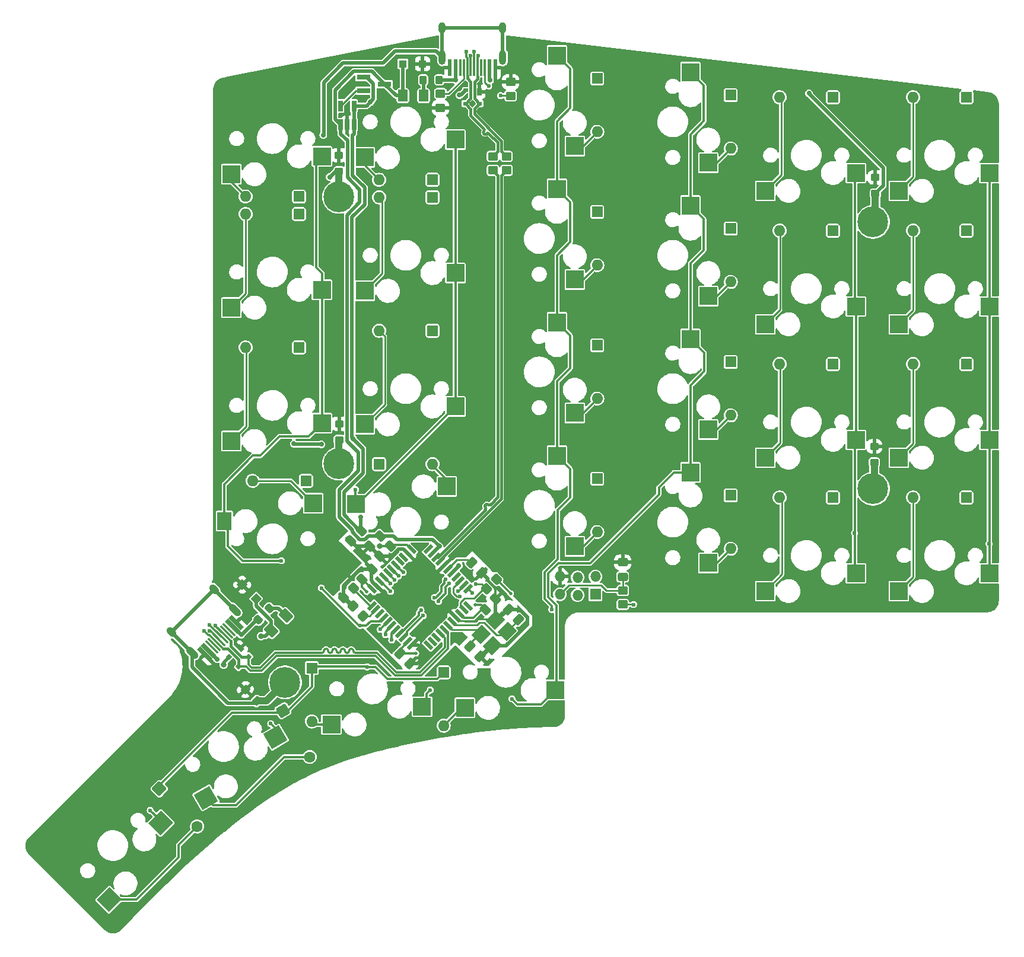
<source format=gbr>
%TF.GenerationSoftware,KiCad,Pcbnew,(6.0.7)*%
%TF.CreationDate,2022-09-06T15:05:25+03:00*%
%TF.ProjectId,retina-right,72657469-6e61-42d7-9269-6768742e6b69,1.0*%
%TF.SameCoordinates,Original*%
%TF.FileFunction,Copper,L2,Bot*%
%TF.FilePolarity,Positive*%
%FSLAX46Y46*%
G04 Gerber Fmt 4.6, Leading zero omitted, Abs format (unit mm)*
G04 Created by KiCad (PCBNEW (6.0.7)) date 2022-09-06 15:05:25*
%MOMM*%
%LPD*%
G01*
G04 APERTURE LIST*
G04 Aperture macros list*
%AMRoundRect*
0 Rectangle with rounded corners*
0 $1 Rounding radius*
0 $2 $3 $4 $5 $6 $7 $8 $9 X,Y pos of 4 corners*
0 Add a 4 corners polygon primitive as box body*
4,1,4,$2,$3,$4,$5,$6,$7,$8,$9,$2,$3,0*
0 Add four circle primitives for the rounded corners*
1,1,$1+$1,$2,$3*
1,1,$1+$1,$4,$5*
1,1,$1+$1,$6,$7*
1,1,$1+$1,$8,$9*
0 Add four rect primitives between the rounded corners*
20,1,$1+$1,$2,$3,$4,$5,0*
20,1,$1+$1,$4,$5,$6,$7,0*
20,1,$1+$1,$6,$7,$8,$9,0*
20,1,$1+$1,$8,$9,$2,$3,0*%
%AMHorizOval*
0 Thick line with rounded ends*
0 $1 width*
0 $2 $3 position (X,Y) of the first rounded end (center of the circle)*
0 $4 $5 position (X,Y) of the second rounded end (center of the circle)*
0 Add line between two ends*
20,1,$1,$2,$3,$4,$5,0*
0 Add two circle primitives to create the rounded ends*
1,1,$1,$2,$3*
1,1,$1,$4,$5*%
%AMRotRect*
0 Rectangle, with rotation*
0 The origin of the aperture is its center*
0 $1 length*
0 $2 width*
0 $3 Rotation angle, in degrees counterclockwise*
0 Add horizontal line*
21,1,$1,$2,0,0,$3*%
G04 Aperture macros list end*
%TA.AperFunction,SMDPad,CuDef*%
%ADD10RotRect,2.550000X2.500000X210.000000*%
%TD*%
%TA.AperFunction,SMDPad,CuDef*%
%ADD11R,2.550000X2.500000*%
%TD*%
%TA.AperFunction,SMDPad,CuDef*%
%ADD12R,2.500000X2.550000*%
%TD*%
%TA.AperFunction,SMDPad,CuDef*%
%ADD13RotRect,2.550000X2.500000X225.000000*%
%TD*%
%TA.AperFunction,SMDPad,CuDef*%
%ADD14R,2.050000X2.500000*%
%TD*%
%TA.AperFunction,SMDPad,CuDef*%
%ADD15R,1.900000X0.800000*%
%TD*%
%TA.AperFunction,ComponentPad*%
%ADD16R,1.524000X1.524000*%
%TD*%
%TA.AperFunction,ComponentPad*%
%ADD17O,1.524000X1.524000*%
%TD*%
%TA.AperFunction,SMDPad,CuDef*%
%ADD18RoundRect,0.250000X-0.450000X0.350000X-0.450000X-0.350000X0.450000X-0.350000X0.450000X0.350000X0*%
%TD*%
%TA.AperFunction,SMDPad,CuDef*%
%ADD19RoundRect,0.250000X-0.053033X0.441942X-0.441942X0.053033X0.053033X-0.441942X0.441942X-0.053033X0*%
%TD*%
%TA.AperFunction,SMDPad,CuDef*%
%ADD20RoundRect,0.250000X0.574524X0.097227X0.097227X0.574524X-0.574524X-0.097227X-0.097227X-0.574524X0*%
%TD*%
%TA.AperFunction,ComponentPad*%
%ADD21C,0.700000*%
%TD*%
%TA.AperFunction,ComponentPad*%
%ADD22C,4.400000*%
%TD*%
%TA.AperFunction,ComponentPad*%
%ADD23RoundRect,0.240000X-0.560000X0.560000X-0.560000X-0.560000X0.560000X-0.560000X0.560000X0.560000X0*%
%TD*%
%TA.AperFunction,ComponentPad*%
%ADD24O,1.600000X1.600000*%
%TD*%
%TA.AperFunction,SMDPad,CuDef*%
%ADD25R,0.700000X1.000000*%
%TD*%
%TA.AperFunction,SMDPad,CuDef*%
%ADD26R,0.700000X0.600000*%
%TD*%
%TA.AperFunction,ComponentPad*%
%ADD27RoundRect,0.240000X0.560000X0.560000X-0.560000X0.560000X-0.560000X-0.560000X0.560000X-0.560000X0*%
%TD*%
%TA.AperFunction,SMDPad,CuDef*%
%ADD28RoundRect,0.250000X-0.070711X0.565685X-0.565685X0.070711X0.070711X-0.565685X0.565685X-0.070711X0*%
%TD*%
%TA.AperFunction,SMDPad,CuDef*%
%ADD29RoundRect,0.250001X0.462499X0.624999X-0.462499X0.624999X-0.462499X-0.624999X0.462499X-0.624999X0*%
%TD*%
%TA.AperFunction,SMDPad,CuDef*%
%ADD30RoundRect,0.250000X0.097227X-0.574524X0.574524X-0.097227X-0.097227X0.574524X-0.574524X0.097227X0*%
%TD*%
%TA.AperFunction,SMDPad,CuDef*%
%ADD31RoundRect,0.250000X-0.350000X0.275000X-0.350000X-0.275000X0.350000X-0.275000X0.350000X0.275000X0*%
%TD*%
%TA.AperFunction,ComponentPad*%
%ADD32RoundRect,0.240000X-0.764974X0.204974X-0.204974X-0.764974X0.764974X-0.204974X0.204974X0.764974X0*%
%TD*%
%TA.AperFunction,ComponentPad*%
%ADD33HorizOval,1.600000X0.000000X0.000000X0.000000X0.000000X0*%
%TD*%
%TA.AperFunction,SMDPad,CuDef*%
%ADD34RoundRect,0.250000X-0.574524X-0.097227X-0.097227X-0.574524X0.574524X0.097227X0.097227X0.574524X0*%
%TD*%
%TA.AperFunction,SMDPad,CuDef*%
%ADD35RoundRect,0.250000X0.450000X-0.350000X0.450000X0.350000X-0.450000X0.350000X-0.450000X-0.350000X0*%
%TD*%
%TA.AperFunction,SMDPad,CuDef*%
%ADD36RotRect,1.500000X0.550000X225.000000*%
%TD*%
%TA.AperFunction,SMDPad,CuDef*%
%ADD37RotRect,1.500000X0.550000X135.000000*%
%TD*%
%TA.AperFunction,SMDPad,CuDef*%
%ADD38RotRect,0.600000X2.450000X45.000000*%
%TD*%
%TA.AperFunction,SMDPad,CuDef*%
%ADD39RotRect,0.300000X2.450000X45.000000*%
%TD*%
%TA.AperFunction,ComponentPad*%
%ADD40HorizOval,1.000000X-0.388909X0.388909X0.388909X-0.388909X0*%
%TD*%
%TA.AperFunction,ComponentPad*%
%ADD41HorizOval,1.000000X-0.212132X0.212132X0.212132X-0.212132X0*%
%TD*%
%TA.AperFunction,SMDPad,CuDef*%
%ADD42R,0.650000X1.560000*%
%TD*%
%TA.AperFunction,SMDPad,CuDef*%
%ADD43RoundRect,0.250000X-0.097227X0.574524X-0.574524X0.097227X0.097227X-0.574524X0.574524X-0.097227X0*%
%TD*%
%TA.AperFunction,ComponentPad*%
%ADD44RoundRect,0.240000X-0.560000X-0.560000X0.560000X-0.560000X0.560000X0.560000X-0.560000X0.560000X0*%
%TD*%
%TA.AperFunction,SMDPad,CuDef*%
%ADD45RoundRect,0.250000X0.565685X0.070711X0.070711X0.565685X-0.565685X-0.070711X-0.070711X-0.565685X0*%
%TD*%
%TA.AperFunction,SMDPad,CuDef*%
%ADD46RoundRect,0.250000X-0.475000X0.337500X-0.475000X-0.337500X0.475000X-0.337500X0.475000X0.337500X0*%
%TD*%
%TA.AperFunction,SMDPad,CuDef*%
%ADD47RoundRect,0.250001X-0.114905X0.768977X-0.768977X0.114905X0.114905X-0.768977X0.768977X-0.114905X0*%
%TD*%
%TA.AperFunction,SMDPad,CuDef*%
%ADD48RoundRect,0.250000X-0.275000X-0.350000X0.275000X-0.350000X0.275000X0.350000X-0.275000X0.350000X0*%
%TD*%
%TA.AperFunction,SMDPad,CuDef*%
%ADD49RoundRect,0.250000X-0.441942X-0.053033X-0.053033X-0.441942X0.441942X0.053033X0.053033X0.441942X0*%
%TD*%
%TA.AperFunction,SMDPad,CuDef*%
%ADD50RotRect,1.100000X1.100000X315.000000*%
%TD*%
%TA.AperFunction,SMDPad,CuDef*%
%ADD51RotRect,0.700000X1.000000X225.000000*%
%TD*%
%TA.AperFunction,SMDPad,CuDef*%
%ADD52RotRect,0.700000X0.600000X225.000000*%
%TD*%
%TA.AperFunction,SMDPad,CuDef*%
%ADD53R,0.600000X2.450000*%
%TD*%
%TA.AperFunction,SMDPad,CuDef*%
%ADD54R,0.300000X2.450000*%
%TD*%
%TA.AperFunction,ComponentPad*%
%ADD55O,1.000000X1.600000*%
%TD*%
%TA.AperFunction,ComponentPad*%
%ADD56O,1.000000X2.100000*%
%TD*%
%TA.AperFunction,SMDPad,CuDef*%
%ADD57R,1.100000X1.100000*%
%TD*%
%TA.AperFunction,SMDPad,CuDef*%
%ADD58RotRect,2.100000X1.800000X45.000000*%
%TD*%
%TA.AperFunction,ComponentPad*%
%ADD59RoundRect,0.240000X-0.791960X0.000000X0.000000X-0.791960X0.791960X0.000000X0.000000X0.791960X0*%
%TD*%
%TA.AperFunction,ComponentPad*%
%ADD60HorizOval,1.600000X0.000000X0.000000X0.000000X0.000000X0*%
%TD*%
%TA.AperFunction,ViaPad*%
%ADD61C,0.600000*%
%TD*%
%TA.AperFunction,ViaPad*%
%ADD62C,0.800000*%
%TD*%
%TA.AperFunction,ViaPad*%
%ADD63C,0.700000*%
%TD*%
%TA.AperFunction,ViaPad*%
%ADD64C,0.500000*%
%TD*%
%TA.AperFunction,Conductor*%
%ADD65C,0.500000*%
%TD*%
%TA.AperFunction,Conductor*%
%ADD66C,0.300000*%
%TD*%
%TA.AperFunction,Conductor*%
%ADD67C,0.250000*%
%TD*%
%TA.AperFunction,Conductor*%
%ADD68C,0.405562*%
%TD*%
%TA.AperFunction,Conductor*%
%ADD69C,0.249936*%
%TD*%
%TA.AperFunction,Conductor*%
%ADD70C,1.000000*%
%TD*%
G04 APERTURE END LIST*
D10*
%TO.P,MX23,1,COL*%
%TO.N,COL4*%
X133954981Y-157393052D03*
%TO.P,MX23,2,ROW*%
%TO.N,Net-(D23-Pad2)*%
X124029871Y-166056256D03*
%TD*%
D11*
%TO.P,MX26,1,COL*%
%TO.N,COL5*%
X140587457Y-112553699D03*
%TO.P,MX26,2,ROW*%
%TO.N,Net-(D26-Pad2)*%
X127660457Y-115093699D03*
%TD*%
D12*
%TO.P,MX9,1,COL*%
%TO.N,COL2*%
X193192736Y-62447500D03*
%TO.P,MX9,2,ROW*%
%TO.N,Net-(D9-Pad2)*%
X195732736Y-75374500D03*
%TD*%
%TO.P,MX12,1,COL*%
%TO.N,COL2*%
X193192736Y-119597500D03*
%TO.P,MX12,2,ROW*%
%TO.N,Net-(D12-Pad2)*%
X195732736Y-132524500D03*
%TD*%
%TO.P,MX17,1,COL*%
%TO.N,COL3*%
X174142406Y-117216199D03*
%TO.P,MX17,2,ROW*%
%TO.N,Net-(D17-Pad2)*%
X176682406Y-130143199D03*
%TD*%
D11*
%TO.P,MX2,1,COL*%
%TO.N,COL0*%
X235837736Y-95885000D03*
%TO.P,MX2,2,ROW*%
%TO.N,Net-(D2-Pad2)*%
X222910736Y-98425000D03*
%TD*%
D13*
%TO.P,MX28,1,COL*%
%TO.N,COL5*%
X117561094Y-169666263D03*
%TO.P,MX28,2,ROW*%
%TO.N,Net-(D28-Pad2)*%
X110216376Y-180603083D03*
%TD*%
D11*
%TO.P,MX22,1,COL*%
%TO.N,COL4*%
X145467736Y-124142500D03*
%TO.P,MX22,2,ROW*%
%TO.N,Net-(D22-Pad2)*%
X158394736Y-121602500D03*
%TD*%
%TO.P,MX18,1,COL*%
%TO.N,COL3*%
X154877438Y-153034930D03*
%TO.P,MX18,2,ROW*%
%TO.N,Net-(D18-Pad2)*%
X141950438Y-155574930D03*
%TD*%
D12*
%TO.P,MX11,1,COL*%
%TO.N,COL2*%
X193192736Y-100547500D03*
%TO.P,MX11,2,ROW*%
%TO.N,Net-(D11-Pad2)*%
X195732736Y-113474500D03*
%TD*%
%TO.P,MX10,1,COL*%
%TO.N,COL2*%
X193192736Y-81497500D03*
%TO.P,MX10,2,ROW*%
%TO.N,Net-(D10-Pad2)*%
X195732736Y-94424500D03*
%TD*%
D11*
%TO.P,MX3,1,COL*%
%TO.N,COL0*%
X235837736Y-114935000D03*
%TO.P,MX3,2,ROW*%
%TO.N,Net-(D3-Pad2)*%
X222910736Y-117475000D03*
%TD*%
%TO.P,MX4,1,COL*%
%TO.N,COL0*%
X235837736Y-133985000D03*
%TO.P,MX4,2,ROW*%
%TO.N,Net-(D4-Pad2)*%
X222910736Y-136525000D03*
%TD*%
D12*
%TO.P,MX16,1,COL*%
%TO.N,COL3*%
X174142406Y-98166199D03*
%TO.P,MX16,2,ROW*%
%TO.N,Net-(D16-Pad2)*%
X176682406Y-111093199D03*
%TD*%
D11*
%TO.P,MX13,1,COL*%
%TO.N,COL2*%
X173927422Y-150653682D03*
%TO.P,MX13,2,ROW*%
%TO.N,Net-(D13-Pad2)*%
X161000422Y-153193682D03*
%TD*%
%TO.P,MX7,1,COL*%
%TO.N,COL1*%
X216787736Y-114935000D03*
%TO.P,MX7,2,ROW*%
%TO.N,Net-(D7-Pad2)*%
X203860736Y-117475000D03*
%TD*%
%TO.P,MX21,1,COL*%
%TO.N,COL4*%
X159637736Y-110172500D03*
%TO.P,MX21,2,ROW*%
%TO.N,Net-(D21-Pad2)*%
X146710736Y-112712500D03*
%TD*%
%TO.P,MX24,1,COL*%
%TO.N,COL5*%
X140587446Y-74453742D03*
%TO.P,MX24,2,ROW*%
%TO.N,Net-(D24-Pad2)*%
X127660446Y-76993742D03*
%TD*%
%TO.P,MX8,1,COL*%
%TO.N,COL1*%
X216787736Y-133985000D03*
%TO.P,MX8,2,ROW*%
%TO.N,Net-(D8-Pad2)*%
X203860736Y-136525000D03*
%TD*%
%TO.P,MX19,1,COL*%
%TO.N,COL4*%
X159637736Y-72072500D03*
%TO.P,MX19,2,ROW*%
%TO.N,Net-(D19-Pad2)*%
X146710736Y-74612500D03*
%TD*%
D12*
%TO.P,MX14,1,COL*%
%TO.N,COL3*%
X174142406Y-60066250D03*
%TO.P,MX14,2,ROW*%
%TO.N,Net-(D14-Pad2)*%
X176682406Y-72993250D03*
%TD*%
D11*
%TO.P,MX6,1,COL*%
%TO.N,COL1*%
X216787736Y-95885000D03*
%TO.P,MX6,2,ROW*%
%TO.N,Net-(D6-Pad2)*%
X203860736Y-98425000D03*
%TD*%
D12*
%TO.P,MX15,1,COL*%
%TO.N,COL3*%
X174142406Y-79116225D03*
%TO.P,MX15,2,ROW*%
%TO.N,Net-(D15-Pad2)*%
X176682406Y-92043225D03*
%TD*%
D11*
%TO.P,MX5,1,COL*%
%TO.N,COL1*%
X216787736Y-76835000D03*
%TO.P,MX5,2,ROW*%
%TO.N,Net-(D5-Pad2)*%
X203860736Y-79375000D03*
%TD*%
%TO.P,MX25,1,COL*%
%TO.N,COL5*%
X140587446Y-93503727D03*
%TO.P,MX25,2,ROW*%
%TO.N,Net-(D25-Pad2)*%
X127660446Y-96043727D03*
%TD*%
%TO.P,MX1,1,COL*%
%TO.N,COL0*%
X235837736Y-76835000D03*
%TO.P,MX1,2,ROW*%
%TO.N,Net-(D1-Pad2)*%
X222910736Y-79375000D03*
%TD*%
%TO.P,MX20,1,COL*%
%TO.N,COL4*%
X159637736Y-91122500D03*
%TO.P,MX20,2,ROW*%
%TO.N,Net-(D20-Pad2)*%
X146710736Y-93662500D03*
%TD*%
D14*
%TO.P,MX27,1,COL*%
%TO.N,COL5*%
X126667457Y-126523699D03*
D11*
%TO.P,MX27,2,ROW*%
%TO.N,Net-(D27-Pad2)*%
X139344457Y-123983699D03*
%TD*%
D15*
%TO.P,Q1,1,G*%
%TO.N,Net-(Q1-Pad1)*%
X146537550Y-65072300D03*
%TO.P,Q1,2,S*%
%TO.N,+5V*%
X146537550Y-63172300D03*
%TO.P,Q1,3,D*%
%TO.N,VBUS*%
X149537550Y-64122300D03*
%TD*%
D16*
%TO.P,J1,1,MISO*%
%TO.N,MISO*%
X179609750Y-136994900D03*
D17*
%TO.P,J1,2,VCC*%
%TO.N,+5V*%
X179609750Y-134454900D03*
%TO.P,J1,3,SCK*%
%TO.N,SCK*%
X177069750Y-137121900D03*
%TO.P,J1,4,MOSI*%
%TO.N,MOSI*%
X177069750Y-134581900D03*
%TO.P,J1,5,~{RST}*%
%TO.N,RESET*%
X174529750Y-136994900D03*
%TO.P,J1,6,GND*%
%TO.N,GND*%
X174529750Y-134454900D03*
%TD*%
D18*
%TO.P,R5,1*%
%TO.N,/CC1*%
X157505400Y-65503550D03*
%TO.P,R5,2*%
%TO.N,GND*%
X157505400Y-67503550D03*
%TD*%
D19*
%TO.P,L3,1*%
%TO.N,/FB2*%
X133115423Y-138994777D03*
%TO.P,L3,2*%
%TO.N,/SPLITPWR*%
X131489077Y-140621123D03*
%TD*%
D20*
%TO.P,C4,1*%
%TO.N,GND*%
X163420623Y-133912173D03*
%TO.P,C4,2*%
%TO.N,/UCAP*%
X161953377Y-132444927D03*
%TD*%
D21*
%TO.P,H5,1,1*%
%TO.N,GNDPWR*%
X134145760Y-148394824D03*
X136479212Y-150728276D03*
X133662486Y-149561550D03*
D22*
X135312486Y-149561550D03*
D21*
X136479212Y-148394824D03*
X135312486Y-151211550D03*
X134145760Y-150728276D03*
X135312486Y-147911550D03*
X136962486Y-149561550D03*
%TD*%
D23*
%TO.P,D16,1,K*%
%TO.N,ROW2*%
X179877406Y-101441199D03*
D24*
%TO.P,D16,2,A*%
%TO.N,Net-(D16-Pad2)*%
X179877406Y-109061199D03*
%TD*%
D25*
%TO.P,TVS1,1,GND*%
%TO.N,GND*%
X163077398Y-65220139D03*
D26*
%TO.P,TVS1,2,I/O1*%
%TO.N,ESD+*%
X163077400Y-66920150D03*
%TO.P,TVS1,3,I/O2*%
%TO.N,ESD-*%
X161077400Y-66920150D03*
%TO.P,TVS1,4,VCC*%
%TO.N,+5V*%
X161077402Y-65020139D03*
%TD*%
D27*
%TO.P,D8,1,K*%
%TO.N,ROW3*%
X213512736Y-123170000D03*
D24*
%TO.P,D8,2,A*%
%TO.N,Net-(D8-Pad2)*%
X205892736Y-123170000D03*
%TD*%
D23*
%TO.P,D17,1,K*%
%TO.N,ROW3*%
X179877406Y-120491199D03*
D24*
%TO.P,D17,2,A*%
%TO.N,Net-(D17-Pad2)*%
X179877406Y-128111199D03*
%TD*%
D28*
%TO.P,R3,1*%
%TO.N,+5V*%
X165473057Y-134814593D03*
%TO.P,R3,2*%
%TO.N,RESET*%
X164058843Y-136228807D03*
%TD*%
D21*
%TO.P,H3,1,1*%
%TO.N,Net-(H3-Pad1)*%
X143027745Y-119998136D03*
X143027745Y-116698136D03*
X144194471Y-117181410D03*
X144194471Y-119514862D03*
X141861019Y-119514862D03*
X141861019Y-117181410D03*
D22*
X143027745Y-118348136D03*
D21*
X144677745Y-118348136D03*
X141377745Y-118348136D03*
%TD*%
D23*
%TO.P,D14,1,K*%
%TO.N,ROW0*%
X179877406Y-63341250D03*
D24*
%TO.P,D14,2,A*%
%TO.N,Net-(D14-Pad2)*%
X179877406Y-70961250D03*
%TD*%
D29*
%TO.P,F1,1*%
%TO.N,/FB1*%
X155106700Y-65798700D03*
%TO.P,F1,2*%
%TO.N,VBUS*%
X152131700Y-65798700D03*
%TD*%
D30*
%TO.P,C1,1*%
%TO.N,GND*%
X148846977Y-131549973D03*
%TO.P,C1,2*%
%TO.N,+5V*%
X150314223Y-130082727D03*
%TD*%
D27*
%TO.P,D5,1,K*%
%TO.N,ROW0*%
X213512736Y-66020000D03*
D24*
%TO.P,D5,2,A*%
%TO.N,Net-(D5-Pad2)*%
X205892736Y-66020000D03*
%TD*%
D27*
%TO.P,D26,1,K*%
%TO.N,ROW2*%
X137312446Y-101738699D03*
D24*
%TO.P,D26,2,A*%
%TO.N,Net-(D26-Pad2)*%
X129692446Y-101738699D03*
%TD*%
D31*
%TO.P,L1,1*%
%TO.N,GND*%
X219570300Y-77469350D03*
%TO.P,L1,2*%
%TO.N,GNDPWR*%
X219570300Y-79769350D03*
%TD*%
D32*
%TO.P,D23,1,K*%
%TO.N,ROW4*%
X135026400Y-153615293D03*
D33*
%TO.P,D23,2,A*%
%TO.N,Net-(D23-Pad2)*%
X138836400Y-160214407D03*
%TD*%
D27*
%TO.P,D6,1,K*%
%TO.N,ROW1*%
X213512736Y-85070000D03*
D24*
%TO.P,D6,2,A*%
%TO.N,Net-(D6-Pad2)*%
X205892736Y-85070000D03*
%TD*%
D30*
%TO.P,C10,1*%
%TO.N,GND*%
X144713127Y-129359223D03*
%TO.P,C10,2*%
%TO.N,+5V*%
X146180373Y-127891977D03*
%TD*%
D34*
%TO.P,C3,1*%
%TO.N,GND*%
X167194627Y-139150527D03*
%TO.P,C3,2*%
%TO.N,XTAL2*%
X168661873Y-140617773D03*
%TD*%
D23*
%TO.P,D15,1,K*%
%TO.N,ROW1*%
X179877406Y-82391225D03*
D24*
%TO.P,D15,2,A*%
%TO.N,Net-(D15-Pad2)*%
X179877406Y-90011225D03*
%TD*%
D27*
%TO.P,D3,1,K*%
%TO.N,ROW2*%
X232562736Y-104120000D03*
D24*
%TO.P,D3,2,A*%
%TO.N,Net-(D3-Pad2)*%
X224942736Y-104120000D03*
%TD*%
D31*
%TO.P,L5,1*%
%TO.N,GND*%
X219417900Y-115855100D03*
%TO.P,L5,2*%
%TO.N,Net-(H4-Pad1)*%
X219417900Y-118155100D03*
%TD*%
D35*
%TO.P,R10,1*%
%TO.N,/SWRST*%
X183527700Y-138445750D03*
%TO.P,R10,2*%
%TO.N,RESET*%
X183527700Y-136445750D03*
%TD*%
D21*
%TO.P,H1,1,1*%
%TO.N,GNDPWR*%
X220394471Y-82653283D03*
X218061019Y-82653283D03*
D22*
X219227745Y-83820009D03*
D21*
X217577745Y-83820009D03*
X220877745Y-83820009D03*
X218061019Y-84986735D03*
X219227745Y-85470009D03*
X219227745Y-82170009D03*
X220394471Y-84986735D03*
%TD*%
D28*
%TO.P,R1,1*%
%TO.N,/HWB*%
X145108607Y-136090943D03*
%TO.P,R1,2*%
%TO.N,GND*%
X143694393Y-137505157D03*
%TD*%
D23*
%TO.P,D9,1,K*%
%TO.N,ROW0*%
X198927736Y-65722500D03*
D24*
%TO.P,D9,2,A*%
%TO.N,Net-(D9-Pad2)*%
X198927736Y-73342500D03*
%TD*%
D36*
%TO.P,U1,1,PE6*%
%TO.N,unconnected-(U1-Pad1)*%
X155776282Y-130567764D03*
%TO.P,U1,2,UVCC*%
%TO.N,VBUS*%
X156341967Y-131133450D03*
%TO.P,U1,3,D-*%
%TO.N,D-*%
X156907652Y-131699135D03*
%TO.P,U1,4,D+*%
%TO.N,D+*%
X157473338Y-132264820D03*
%TO.P,U1,5,UGND*%
%TO.N,GND*%
X158039023Y-132830506D03*
%TO.P,U1,6,UCAP*%
%TO.N,/UCAP*%
X158604709Y-133396191D03*
%TO.P,U1,7,VBUS*%
%TO.N,VBUS*%
X159170394Y-133961877D03*
%TO.P,U1,8,PB0*%
%TO.N,unconnected-(U1-Pad8)*%
X159736080Y-134527562D03*
%TO.P,U1,9,PB1*%
%TO.N,SCK*%
X160301765Y-135093248D03*
%TO.P,U1,10,PB2*%
%TO.N,MOSI*%
X160867450Y-135658933D03*
%TO.P,U1,11,PB3*%
%TO.N,MISO*%
X161433136Y-136224618D03*
D37*
%TO.P,U1,12,PB7*%
%TO.N,unconnected-(U1-Pad12)*%
X161433136Y-138628782D03*
%TO.P,U1,13,~{RESET}*%
%TO.N,RESET*%
X160867450Y-139194467D03*
%TO.P,U1,14,VCC*%
%TO.N,+5V*%
X160301765Y-139760152D03*
%TO.P,U1,15,GND*%
%TO.N,GND*%
X159736080Y-140325838D03*
%TO.P,U1,16,XTAL2*%
%TO.N,XTAL2*%
X159170394Y-140891523D03*
%TO.P,U1,17,XTAL1*%
%TO.N,XTAL1*%
X158604709Y-141457209D03*
%TO.P,U1,18,PD0*%
%TO.N,SCL*%
X158039023Y-142022894D03*
%TO.P,U1,19,PD1*%
%TO.N,SDA*%
X157473338Y-142588580D03*
%TO.P,U1,20,PD2*%
%TO.N,unconnected-(U1-Pad20)*%
X156907652Y-143154265D03*
%TO.P,U1,21,PD3*%
%TO.N,unconnected-(U1-Pad21)*%
X156341967Y-143719950D03*
%TO.P,U1,22,PD5*%
%TO.N,unconnected-(U1-Pad22)*%
X155776282Y-144285636D03*
D36*
%TO.P,U1,23,GND*%
%TO.N,GND*%
X153372118Y-144285636D03*
%TO.P,U1,24,AVCC*%
%TO.N,+5V*%
X152806433Y-143719950D03*
%TO.P,U1,25,PD4*%
%TO.N,COL0*%
X152240748Y-143154265D03*
%TO.P,U1,26,PD6*%
%TO.N,COL1*%
X151675062Y-142588580D03*
%TO.P,U1,27,PD7*%
%TO.N,COL2*%
X151109377Y-142022894D03*
%TO.P,U1,28,PB4*%
%TO.N,COL3*%
X150543691Y-141457209D03*
%TO.P,U1,29,PB5*%
%TO.N,ROW4*%
X149978006Y-140891523D03*
%TO.P,U1,30,PB6*%
%TO.N,COL5*%
X149412320Y-140325838D03*
%TO.P,U1,31,PC6*%
%TO.N,unconnected-(U1-Pad31)*%
X148846635Y-139760152D03*
%TO.P,U1,32,PC7*%
%TO.N,HDPIN*%
X148280950Y-139194467D03*
%TO.P,U1,33,~{HWB}/PE2*%
%TO.N,/HWB*%
X147715264Y-138628782D03*
D37*
%TO.P,U1,34,VCC*%
%TO.N,+5V*%
X147715264Y-136224618D03*
%TO.P,U1,35,GND*%
%TO.N,GND*%
X148280950Y-135658933D03*
%TO.P,U1,36,PF7*%
%TO.N,COL4*%
X148846635Y-135093248D03*
%TO.P,U1,37,PF6*%
%TO.N,ROW0*%
X149412320Y-134527562D03*
%TO.P,U1,38,PF5*%
%TO.N,ROW1*%
X149978006Y-133961877D03*
%TO.P,U1,39,PF4*%
%TO.N,ROW2*%
X150543691Y-133396191D03*
%TO.P,U1,40,PF1*%
%TO.N,ROW3*%
X151109377Y-132830506D03*
%TO.P,U1,41,PF0*%
%TO.N,unconnected-(U1-Pad41)*%
X151675062Y-132264820D03*
%TO.P,U1,42,AREF*%
%TO.N,unconnected-(U1-Pad42)*%
X152240748Y-131699135D03*
%TO.P,U1,43,GND*%
%TO.N,GND*%
X152806433Y-131133450D03*
%TO.P,U1,44,AVCC*%
%TO.N,+5V*%
X153372118Y-130567764D03*
%TD*%
D38*
%TO.P,USB2,1,GND*%
%TO.N,GND*%
X123817731Y-145562021D03*
%TO.P,USB2,2,VBUS*%
%TO.N,/SPLITPWR*%
X124365738Y-145014014D03*
D39*
%TO.P,USB2,3,SBU2*%
%TO.N,unconnected-(USB2-Pad3)*%
X124860713Y-144519039D03*
%TO.P,USB2,4,CC1*%
%TO.N,unconnected-(USB2-Pad4)*%
X125214267Y-144165486D03*
%TO.P,USB2,5,DN2*%
%TO.N,SCL*%
X125567820Y-143811932D03*
%TO.P,USB2,6,DP1*%
%TO.N,SDA*%
X125921373Y-143458379D03*
%TO.P,USB2,7,DN1*%
%TO.N,SCL*%
X126274927Y-143104825D03*
%TO.P,USB2,8,DP2*%
%TO.N,SDA*%
X126628480Y-142751272D03*
%TO.P,USB2,9,SBU1*%
%TO.N,unconnected-(USB2-Pad9)*%
X126982034Y-142397719D03*
%TO.P,USB2,10,CC2*%
%TO.N,unconnected-(USB2-Pad10)*%
X127335587Y-142044165D03*
D38*
%TO.P,USB2,11,VBUS*%
%TO.N,/SPLITPWR*%
X127830562Y-141549190D03*
%TO.P,USB2,12,GND*%
%TO.N,GND*%
X128378569Y-141001183D03*
D40*
%TO.P,USB2,13,SHIELD*%
%TO.N,GNDPWR*%
X122042893Y-145335747D03*
D41*
X125196589Y-136270638D03*
X119087186Y-142380041D03*
D40*
X128152295Y-139226345D03*
%TD*%
D31*
%TO.P,L7,1*%
%TO.N,GND*%
X143027400Y-74288000D03*
%TO.P,L7,2*%
%TO.N,GNDPWR*%
X143027400Y-76588000D03*
%TD*%
D42*
%TO.P,U2,1,+*%
%TO.N,+5V*%
X145158500Y-69949050D03*
%TO.P,U2,2,V-*%
%TO.N,GND*%
X144208500Y-69949050D03*
%TO.P,U2,3,-*%
%TO.N,VBUS*%
X143258500Y-69949050D03*
%TO.P,U2,4*%
%TO.N,Net-(Q1-Pad1)*%
X143258500Y-67249050D03*
%TO.P,U2,5,V+*%
%TO.N,+5V*%
X145158500Y-67249050D03*
%TD*%
D43*
%TO.P,C5,1*%
%TO.N,GND*%
X147744973Y-133378377D03*
%TO.P,C5,2*%
%TO.N,+5V*%
X146277727Y-134845623D03*
%TD*%
D20*
%TO.P,C8,1*%
%TO.N,GND*%
X153155173Y-146885223D03*
%TO.P,C8,2*%
%TO.N,+5V*%
X151687927Y-145417977D03*
%TD*%
D31*
%TO.P,L4,1*%
%TO.N,GND*%
X143046450Y-112654700D03*
%TO.P,L4,2*%
%TO.N,Net-(H3-Pad1)*%
X143046450Y-114954700D03*
%TD*%
D27*
%TO.P,D7,1,K*%
%TO.N,ROW2*%
X213512736Y-104120000D03*
D24*
%TO.P,D7,2,A*%
%TO.N,Net-(D7-Pad2)*%
X205892736Y-104120000D03*
%TD*%
D20*
%TO.P,C2,1*%
%TO.N,GND*%
X163175473Y-145875573D03*
%TO.P,C2,2*%
%TO.N,XTAL1*%
X161708227Y-144408327D03*
%TD*%
D44*
%TO.P,D22,1,K*%
%TO.N,ROW3*%
X148742736Y-118407500D03*
D24*
%TO.P,D22,2,A*%
%TO.N,Net-(D22-Pad2)*%
X156362736Y-118407500D03*
%TD*%
D27*
%TO.P,D25,1,K*%
%TO.N,ROW1*%
X137312446Y-82688727D03*
D24*
%TO.P,D25,2,A*%
%TO.N,Net-(D25-Pad2)*%
X129692446Y-82688727D03*
%TD*%
D43*
%TO.P,C6,1*%
%TO.N,GND*%
X165347173Y-137664627D03*
%TO.P,C6,2*%
%TO.N,+5V*%
X163879927Y-139131873D03*
%TD*%
D23*
%TO.P,D11,1,K*%
%TO.N,ROW2*%
X198927736Y-103822500D03*
D24*
%TO.P,D11,2,A*%
%TO.N,Net-(D11-Pad2)*%
X198927736Y-111442500D03*
%TD*%
D27*
%TO.P,D4,1,K*%
%TO.N,ROW3*%
X232562736Y-123170000D03*
D24*
%TO.P,D4,2,A*%
%TO.N,Net-(D4-Pad2)*%
X224942736Y-123170000D03*
%TD*%
D23*
%TO.P,D12,1,K*%
%TO.N,ROW3*%
X198927736Y-122872500D03*
D24*
%TO.P,D12,2,A*%
%TO.N,Net-(D12-Pad2)*%
X198927736Y-130492500D03*
%TD*%
D35*
%TO.P,R4,1*%
%TO.N,/CC2*%
X167506650Y-65827150D03*
%TO.P,R4,2*%
%TO.N,GND*%
X167506650Y-63827150D03*
%TD*%
D23*
%TO.P,D18,1,K*%
%TO.N,ROW4*%
X139141200Y-147523200D03*
D24*
%TO.P,D18,2,A*%
%TO.N,Net-(D18-Pad2)*%
X139141200Y-155143200D03*
%TD*%
D21*
%TO.P,H4,1,1*%
%TO.N,Net-(H4-Pad1)*%
X218061019Y-120753283D03*
X217577745Y-121920009D03*
X218061019Y-123086735D03*
X219227745Y-120270009D03*
X220877745Y-121920009D03*
X220394471Y-120753283D03*
X219227745Y-123570009D03*
X220394471Y-123086735D03*
D22*
X219227745Y-121920009D03*
%TD*%
D27*
%TO.P,D24,1,K*%
%TO.N,ROW0*%
X137312446Y-80188742D03*
D24*
%TO.P,D24,2,A*%
%TO.N,Net-(D24-Pad2)*%
X129692446Y-80188742D03*
%TD*%
D43*
%TO.P,C7,1*%
%TO.N,VBUS*%
X148885473Y-128653977D03*
%TO.P,C7,2*%
%TO.N,GND*%
X147418227Y-130121223D03*
%TD*%
D45*
%TO.P,R2,1*%
%TO.N,HDPIN*%
X146442107Y-140115007D03*
%TO.P,R2,2*%
%TO.N,GND*%
X145027893Y-138700793D03*
%TD*%
D18*
%TO.P,R6,1*%
%TO.N,ESD-*%
X164973000Y-74457050D03*
%TO.P,R6,2*%
%TO.N,D-*%
X164973000Y-76457050D03*
%TD*%
D46*
%TO.P,C9,1*%
%TO.N,GND*%
X183508650Y-132426800D03*
%TO.P,C9,2*%
%TO.N,RESET*%
X183508650Y-134501800D03*
%TD*%
D47*
%TO.P,F2,1*%
%TO.N,/FB2*%
X135449571Y-140051529D03*
%TO.P,F2,2*%
%TO.N,+5V*%
X133345929Y-142155171D03*
%TD*%
D27*
%TO.P,D21,1,K*%
%TO.N,ROW2*%
X156362736Y-99357500D03*
D24*
%TO.P,D21,2,A*%
%TO.N,Net-(D21-Pad2)*%
X148742736Y-99357500D03*
%TD*%
D21*
%TO.P,H2,1,1*%
%TO.N,GNDPWR*%
X141861019Y-79081410D03*
X144677745Y-80248136D03*
X141377745Y-80248136D03*
X141861019Y-81414862D03*
D22*
X143027745Y-80248136D03*
D21*
X144194471Y-79081410D03*
X143027745Y-78598136D03*
X143027745Y-81898136D03*
X144194471Y-81414862D03*
%TD*%
D48*
%TO.P,L2,1*%
%TO.N,/FB1*%
X155040950Y-63531750D03*
%TO.P,L2,2*%
%TO.N,/HOSTPWR*%
X157340950Y-63531750D03*
%TD*%
D18*
%TO.P,R7,1*%
%TO.N,ESD+*%
X166916100Y-74457050D03*
%TO.P,R7,2*%
%TO.N,D+*%
X166916100Y-76457050D03*
%TD*%
D27*
%TO.P,D19,1,K*%
%TO.N,ROW0*%
X156362736Y-77807500D03*
D24*
%TO.P,D19,2,A*%
%TO.N,Net-(D19-Pad2)*%
X148742736Y-77807500D03*
%TD*%
D23*
%TO.P,D10,1,K*%
%TO.N,ROW1*%
X198927736Y-84772500D03*
D24*
%TO.P,D10,2,A*%
%TO.N,Net-(D10-Pad2)*%
X198927736Y-92392500D03*
%TD*%
D27*
%TO.P,D20,1,K*%
%TO.N,ROW1*%
X156362736Y-80307500D03*
D24*
%TO.P,D20,2,A*%
%TO.N,Net-(D20-Pad2)*%
X148742736Y-80307500D03*
%TD*%
D27*
%TO.P,D1,1,K*%
%TO.N,ROW0*%
X232562736Y-66020000D03*
D24*
%TO.P,D1,2,A*%
%TO.N,Net-(D1-Pad2)*%
X224942736Y-66020000D03*
%TD*%
D49*
%TO.P,L6,1*%
%TO.N,GND*%
X129660277Y-150596227D03*
%TO.P,L6,2*%
%TO.N,GNDPWR*%
X131286623Y-152222573D03*
%TD*%
D50*
%TO.P,TVS4,1,A1*%
%TO.N,GND*%
X129216801Y-135636651D03*
%TO.P,TVS4,2,A2*%
%TO.N,+5V*%
X131196699Y-137616549D03*
%TD*%
D23*
%TO.P,D13,1,K*%
%TO.N,ROW4*%
X157965100Y-148132800D03*
D24*
%TO.P,D13,2,A*%
%TO.N,Net-(D13-Pad2)*%
X157965100Y-155752800D03*
%TD*%
D51*
%TO.P,TVS2,1,GND*%
%TO.N,GND*%
X128916682Y-144704603D03*
D52*
%TO.P,TVS2,2,I/O1*%
%TO.N,SDA*%
X130118758Y-145906695D03*
%TO.P,TVS2,3,I/O2*%
%TO.N,SCL*%
X128704545Y-147320908D03*
%TO.P,TVS2,4,VCC*%
%TO.N,+5V*%
X127361047Y-145977396D03*
%TD*%
D27*
%TO.P,D27,1,K*%
%TO.N,ROW3*%
X138312451Y-120788709D03*
D24*
%TO.P,D27,2,A*%
%TO.N,Net-(D27-Pad2)*%
X130692451Y-120788709D03*
%TD*%
D27*
%TO.P,D2,1,K*%
%TO.N,ROW1*%
X232562736Y-85070000D03*
D24*
%TO.P,D2,2,A*%
%TO.N,Net-(D2-Pad2)*%
X224942736Y-85070000D03*
%TD*%
D53*
%TO.P,USB1,1,GND*%
%TO.N,GND*%
X158852762Y-61746813D03*
%TO.P,USB1,2,VBUS*%
%TO.N,/HOSTPWR*%
X159627762Y-61746813D03*
D54*
%TO.P,USB1,3,SBU2*%
%TO.N,unconnected-(USB1-Pad3)*%
X160327762Y-61746813D03*
%TO.P,USB1,4,CC1*%
%TO.N,/CC1*%
X160827762Y-61746813D03*
%TO.P,USB1,5,DN2*%
%TO.N,ESD-*%
X161327762Y-61746813D03*
%TO.P,USB1,6,DP1*%
%TO.N,ESD+*%
X161827762Y-61746813D03*
%TO.P,USB1,7,DN1*%
%TO.N,ESD-*%
X162327762Y-61746813D03*
%TO.P,USB1,8,DP2*%
%TO.N,ESD+*%
X162827762Y-61746813D03*
%TO.P,USB1,9,SBU1*%
%TO.N,unconnected-(USB1-Pad9)*%
X163327762Y-61746813D03*
%TO.P,USB1,10,CC2*%
%TO.N,/CC2*%
X163827762Y-61746813D03*
D53*
%TO.P,USB1,11,VBUS*%
%TO.N,/HOSTPWR*%
X164527762Y-61746813D03*
%TO.P,USB1,12,GND*%
%TO.N,GND*%
X165302762Y-61746813D03*
D55*
%TO.P,USB1,13,SHIELD*%
%TO.N,GNDPWR*%
X166397762Y-56151813D03*
D56*
X157757762Y-60331813D03*
D55*
X157757762Y-56151813D03*
D56*
X166397762Y-60331813D03*
%TD*%
D57*
%TO.P,TVS3,1,A1*%
%TO.N,GND*%
X154943000Y-61245750D03*
%TO.P,TVS3,2,A2*%
%TO.N,VBUS*%
X152143000Y-61245750D03*
%TD*%
D58*
%TO.P,Y1,1,1*%
%TO.N,XTAL1*%
X163327522Y-142706132D03*
%TO.P,Y1,2,2*%
%TO.N,GND*%
X165378132Y-140655522D03*
%TO.P,Y1,3,3*%
%TO.N,XTAL2*%
X167004478Y-142281868D03*
%TO.P,Y1,4,4*%
%TO.N,GND*%
X164953868Y-144332478D03*
%TD*%
D59*
%TO.P,D28,1,K*%
%TO.N,ROW4*%
X117378073Y-164755423D03*
D60*
%TO.P,D28,2,A*%
%TO.N,Net-(D28-Pad2)*%
X122766227Y-170143577D03*
%TD*%
D61*
%TO.N,COL5*%
X134816850Y-132187950D03*
X140493750Y-136093200D03*
%TO.N,GND*%
X157105350Y-140265150D03*
X155257500Y-137007600D03*
%TO.N,COL1*%
X156656858Y-137437042D03*
X154724100Y-139236450D03*
%TO.N,COL0*%
X155028900Y-140055600D03*
X157222193Y-138002375D03*
%TO.N,GND*%
X143046450Y-100412550D03*
X150876000Y-84410550D03*
X147370800Y-84410550D03*
X163410900Y-137445750D03*
X127082550Y-136264650D03*
X142852826Y-158403873D03*
X128436421Y-155557617D03*
X129921000Y-139979400D03*
X124491750Y-147923250D03*
X125801019Y-118448139D03*
X125919232Y-130702876D03*
X137118712Y-136033331D03*
X142875000Y-132511800D03*
X139465050Y-142455900D03*
X121119900Y-163125150D03*
X115404900Y-175450500D03*
X109880400Y-166287450D03*
X103540475Y-172079315D03*
X114147600Y-161639250D03*
X120529350Y-154819350D03*
X134874000Y-163220400D03*
X130374801Y-161913007D03*
X148666200Y-155333700D03*
X154552650Y-130111500D03*
X167087550Y-137598150D03*
X169935916Y-141258940D03*
X167027428Y-144167428D03*
X164287200Y-146685000D03*
%TO.N,/CC2*%
X166077900Y-65798700D03*
X164380526Y-64416322D03*
%TO.N,GND*%
X147866100Y-141827250D03*
D62*
%TO.N,+5V*%
X126568200Y-147046950D03*
X131883150Y-142970250D03*
D61*
%TO.N,GND*%
X133692900Y-116719350D03*
X162096450Y-66903600D03*
X208292700Y-85191600D03*
X202615800Y-64522350D03*
X160098700Y-143046450D03*
X203454000Y-126549150D03*
X229323900Y-70104000D03*
X135978900Y-119500650D03*
X186480450Y-121234200D03*
X159317650Y-146551650D03*
X177584100Y-62369700D03*
X187794900Y-124853700D03*
X206574050Y-87610950D03*
X188194950Y-60960000D03*
X175469550Y-114280950D03*
X236734350Y-105632250D03*
X217798650Y-89858850D03*
X142551150Y-85553550D03*
X143008350Y-109823250D03*
X228503472Y-88604561D03*
X134207250Y-76561950D03*
X191827530Y-97229990D03*
X135255000Y-99098100D03*
X134406786Y-96459554D03*
X191452500Y-78352650D03*
X147368414Y-120811277D03*
X134321550Y-86829900D03*
X169945050Y-58902600D03*
X194932882Y-116749343D03*
X198043800Y-120910350D03*
X175698150Y-95135700D03*
X142151100Y-71418450D03*
X184689750Y-100545900D03*
X218465400Y-108051600D03*
X185108850Y-109594650D03*
X172993050Y-75914250D03*
X218160600Y-136188450D03*
X144208500Y-68408550D03*
X138893550Y-99574350D03*
X169049700Y-72066150D03*
X139217400Y-103593900D03*
X232219500Y-136683750D03*
X146532600Y-66351150D03*
X156533850Y-61607700D03*
X184937400Y-72256650D03*
X125901450Y-104717850D03*
X217417650Y-117595650D03*
X163334700Y-78390750D03*
X168154350Y-115919250D03*
X146211250Y-133311900D03*
X163849050Y-97650300D03*
X144208500Y-64865250D03*
X153771600Y-133045200D03*
X194862450Y-97288350D03*
X174767800Y-146551650D03*
X152116750Y-138893550D03*
X236772450Y-87058500D03*
X150303645Y-62499598D03*
X172859700Y-114319050D03*
X154952700Y-74695050D03*
X215245950Y-118681500D03*
X228752400Y-107556300D03*
X163753800Y-116033550D03*
X163715255Y-149185379D03*
X191757300Y-116757450D03*
X236753400Y-124929900D03*
X186594750Y-131006850D03*
X163868100Y-100031550D03*
X185108850Y-91459050D03*
X168821100Y-80752950D03*
X168249600Y-99974400D03*
X215379300Y-89820750D03*
X195052950Y-78352650D03*
X136340850Y-105937050D03*
X167449500Y-62007750D03*
X163544250Y-81000600D03*
X175260000Y-75895200D03*
X215036400Y-108204000D03*
X168154350Y-117902631D03*
X217665300Y-80581500D03*
X218751150Y-64979550D03*
X168725850Y-78638400D03*
X172974000Y-95097600D03*
X172062100Y-144456150D03*
X215379300Y-81724500D03*
X168211500Y-97726500D03*
X176326800Y-105556050D03*
X163677600Y-117902631D03*
X229019100Y-126606300D03*
X163048950Y-74676000D03*
X167582850Y-70485000D03*
X158988097Y-137442839D03*
D63*
%TO.N,+5V*%
X147504150Y-66694050D03*
D64*
X162496500Y-138493500D03*
D63*
X146110116Y-125992002D03*
D64*
X146970750Y-136645650D03*
D63*
X145019900Y-114757200D03*
X160210500Y-65703450D03*
D64*
X154021750Y-145408650D03*
D63*
X136593468Y-115505118D03*
X140507832Y-115571382D03*
D64*
X167544750Y-136915350D03*
D62*
X148837025Y-130124366D03*
D61*
%TO.N,ROW0*%
X150342600Y-135483600D03*
%TO.N,ROW1*%
X150929716Y-134939372D03*
%TO.N,ROW2*%
X151504650Y-134359650D03*
%TO.N,ROW3*%
X152186106Y-133860205D03*
%TO.N,ROW4*%
X147027900Y-147370800D03*
X148897300Y-141998700D03*
D63*
%TO.N,VBUS*%
X157355500Y-130149600D03*
X160134300Y-132892800D03*
%TO.N,GNDPWR*%
X141693900Y-77419200D03*
X210102450Y-65455800D03*
X140779500Y-71418450D03*
D61*
%TO.N,ESD+*%
X161751262Y-60061465D03*
X162904262Y-60083700D03*
%TO.N,ESD-*%
X162325050Y-59484965D03*
X161182050Y-59493150D03*
%TO.N,RESET*%
X162512175Y-135536600D03*
%TO.N,SCK*%
X160298402Y-137266610D03*
%TO.N,MISO*%
X162022750Y-136812950D03*
%TO.N,MOSI*%
X159984400Y-136531350D03*
%TO.N,COL0*%
X235800900Y-129787650D03*
X158724600Y-135483600D03*
%TO.N,COL1*%
X216598500Y-128246517D03*
X158206150Y-134874984D03*
%TO.N,COL2*%
X167719516Y-151920434D03*
X150554650Y-143503650D03*
%TO.N,COL3*%
X149640250Y-142741650D03*
X156047258Y-150657742D03*
X173393800Y-139149970D03*
%TO.N,COL4*%
X145370550Y-122034300D03*
X133292850Y-155467050D03*
X150380700Y-136588500D03*
%TO.N,COL5*%
X116090700Y-167849550D03*
X146028492Y-141457910D03*
%TO.N,SDA*%
X125402056Y-141422448D03*
X124571039Y-142222019D03*
%TO.N,SCL*%
X123766685Y-142222654D03*
X124569121Y-141408643D03*
D63*
%TO.N,/HOSTPWR*%
X164572950Y-63588900D03*
X159639000Y-63531750D03*
%TO.N,/SPLITPWR*%
X125634750Y-146265900D03*
X129063750Y-142760700D03*
D61*
%TO.N,/SWRST*%
X185051700Y-138455400D03*
%TD*%
D65*
%TO.N,GND*%
X144733625Y-134713325D02*
X144170400Y-134150100D01*
X143694393Y-135752557D02*
X144733625Y-134713325D01*
X144733625Y-134713325D02*
X146068573Y-133378377D01*
%TO.N,GNDPWR*%
X141693900Y-77419200D02*
X141712950Y-77419200D01*
X141712950Y-77419200D02*
X142544150Y-76588000D01*
X142544150Y-76588000D02*
X143027400Y-76588000D01*
D66*
%TO.N,COL5*%
X127145155Y-130116955D02*
X127145155Y-127001397D01*
X134816850Y-132187950D02*
X134778750Y-132226050D01*
X134778750Y-132226050D02*
X129254250Y-132226050D01*
X129254250Y-132226050D02*
X127145155Y-130116955D01*
X140493750Y-136093200D02*
X140493750Y-136112250D01*
X140493750Y-136112250D02*
X145839410Y-141457910D01*
X145839410Y-141457910D02*
X146028492Y-141457910D01*
%TO.N,COL1*%
X154724100Y-139236450D02*
X154378900Y-139581650D01*
X154378900Y-139581650D02*
X154378900Y-139998494D01*
X154378900Y-139998494D02*
X151788814Y-142588580D01*
X151788814Y-142588580D02*
X151675062Y-142588580D01*
%TO.N,COL0*%
X157222193Y-138002375D02*
X157222193Y-137843258D01*
X157222193Y-137843258D02*
X158217450Y-136848001D01*
X158217450Y-136848001D02*
X158217450Y-135990750D01*
X158217450Y-135990750D02*
X158724600Y-135483600D01*
%TO.N,COL1*%
X156656858Y-137437042D02*
X156866408Y-137437042D01*
X157676850Y-135824244D02*
X158074600Y-135426494D01*
X156866408Y-137437042D02*
X157676850Y-136626600D01*
X157676850Y-136626600D02*
X157676850Y-135824244D01*
X158074600Y-135426494D02*
X158074600Y-135006534D01*
X158074600Y-135006534D02*
X158206150Y-134874984D01*
%TO.N,COL0*%
X155028900Y-140055600D02*
X152749846Y-142334654D01*
X152749846Y-142645167D02*
X152240748Y-143154265D01*
X152749846Y-142334654D02*
X152749846Y-142645167D01*
D67*
%TO.N,/HWB*%
X147715264Y-138628782D02*
X147467982Y-138628782D01*
X147467982Y-138628782D02*
X145315657Y-136476457D01*
X145315657Y-136476457D02*
X145108607Y-136476457D01*
D66*
%TO.N,+5V*%
X162496500Y-138493500D02*
X163280050Y-138493500D01*
X163280050Y-138493500D02*
X163879927Y-139093377D01*
%TO.N,COL1*%
X151845964Y-142588580D02*
X151675062Y-142588580D01*
%TO.N,COL4*%
X149446848Y-135654648D02*
X149408035Y-135654648D01*
X150380700Y-136588500D02*
X149446848Y-135654648D01*
X149408035Y-135654648D02*
X148846635Y-135093248D01*
%TO.N,SDA*%
X144172346Y-145362650D02*
X144177850Y-145362650D01*
X142372346Y-144768198D02*
G75*
G03*
X142075098Y-145065402I-46J-297202D01*
G01*
X143572346Y-144768154D02*
X143577850Y-144768154D01*
X144772346Y-144768154D02*
X144777850Y-144768154D01*
X133916080Y-145362650D02*
X140577850Y-145362650D01*
X131820580Y-147458150D02*
X133916080Y-145362650D01*
X141772346Y-145362650D02*
X141777850Y-145362650D01*
X130538885Y-147458150D02*
X131820580Y-147458150D01*
X142972346Y-145362602D02*
G75*
G02*
X142675098Y-145065402I-46J297202D01*
G01*
X142972346Y-145362650D02*
X142977850Y-145362650D01*
X130118758Y-147038023D02*
X130538885Y-147458150D01*
X130118758Y-145906695D02*
X130118758Y-147038023D01*
X145372346Y-145362602D02*
G75*
G02*
X145075098Y-145065402I-46J297202D01*
G01*
X144772346Y-144768198D02*
G75*
G03*
X144475098Y-145065402I-46J-297202D01*
G01*
X143275050Y-145065402D02*
G75*
G02*
X142977850Y-145362650I-297250J2D01*
G01*
X145372346Y-145362650D02*
X145377850Y-145362650D01*
X141172346Y-144768198D02*
G75*
G03*
X140875098Y-145065402I-46J-297202D01*
G01*
X154618710Y-148113750D02*
X158117500Y-144614960D01*
X141772346Y-145362602D02*
G75*
G02*
X141475098Y-145065402I-46J297202D01*
G01*
X141172346Y-144768154D02*
X141177850Y-144768154D01*
X145075046Y-145065402D02*
G75*
G03*
X144777850Y-144768154I-297246J2D01*
G01*
X142075050Y-145065402D02*
G75*
G02*
X141777850Y-145362650I-297250J2D01*
G01*
X142372346Y-144768154D02*
X142377850Y-144768154D01*
X144475050Y-145065402D02*
G75*
G02*
X144177850Y-145362650I-297250J2D01*
G01*
X141475046Y-145065402D02*
G75*
G03*
X141177850Y-144768154I-297246J2D01*
G01*
X142675046Y-145065402D02*
G75*
G03*
X142377850Y-144768154I-297246J2D01*
G01*
X143572346Y-144768198D02*
G75*
G03*
X143275098Y-145065402I-46J-297202D01*
G01*
X140875050Y-145065402D02*
G75*
G02*
X140577850Y-145362650I-297250J2D01*
G01*
X143875046Y-145065402D02*
G75*
G03*
X143577850Y-144768154I-297246J2D01*
G01*
X144172346Y-145362602D02*
G75*
G02*
X143875098Y-145065402I-46J297202D01*
G01*
X151199850Y-148113750D02*
X154618710Y-148113750D01*
X145377850Y-145362650D02*
X148448750Y-145362650D01*
X148448750Y-145362650D02*
X151199850Y-148113750D01*
X158117500Y-144614960D02*
X158117500Y-143232742D01*
X158117500Y-143232742D02*
X157473338Y-142588580D01*
D68*
%TO.N,D-*%
X164296251Y-124166847D02*
G75*
G03*
X164629047Y-124166847I166398J166399D01*
G01*
X163963454Y-124166846D02*
G75*
G02*
X164296250Y-124166846I166398J-166399D01*
G01*
X163884339Y-124911598D02*
G75*
G03*
X163884316Y-124578779I-166439J166398D01*
G01*
X164296251Y-124166847D02*
X164296250Y-124166846D01*
X163884297Y-124578796D02*
G75*
G02*
X163884317Y-124245984I166403J166396D01*
G01*
X164973000Y-76457050D02*
X165678268Y-77162318D01*
X163805179Y-124990714D02*
X157096759Y-131699135D01*
X157096759Y-131699135D02*
X156907652Y-131699135D01*
X165678268Y-77162318D02*
X165678268Y-123117626D01*
X163884316Y-124911575D02*
X163805179Y-124990714D01*
X165678268Y-123117626D02*
X164629047Y-124166847D01*
X163963454Y-124166846D02*
X163884316Y-124245983D01*
X163884315Y-124578778D02*
X163884316Y-124578779D01*
D66*
%TO.N,COL5*%
X126667457Y-126523699D02*
X126667457Y-121268293D01*
X138685155Y-114456001D02*
X140587457Y-112553699D01*
X126667457Y-121268293D02*
X130740150Y-117195600D01*
X130740150Y-117195600D02*
X131806950Y-117195600D01*
X131806950Y-117195600D02*
X134546549Y-114456001D01*
X134546549Y-114456001D02*
X138685155Y-114456001D01*
%TO.N,GND*%
X163420623Y-134105661D02*
X165347173Y-136032211D01*
X165347173Y-136032211D02*
X165347173Y-137664627D01*
D65*
X167027428Y-144167428D02*
X169935916Y-141258940D01*
D66*
%TO.N,+5V*%
X167544750Y-136915350D02*
X167544750Y-136886286D01*
X167544750Y-136886286D02*
X165473057Y-134814593D01*
D69*
%TO.N,/CC2*%
X166077900Y-65798700D02*
X167478200Y-65798700D01*
X164380526Y-64416322D02*
X164375758Y-64416322D01*
X164375758Y-64416322D02*
X164272847Y-64313411D01*
%TO.N,/UCAP*%
X161955877Y-132673527D02*
X161336950Y-132054600D01*
X161336950Y-132054600D02*
X159870100Y-132054600D01*
X159870100Y-132054600D02*
X158604709Y-133319991D01*
D65*
%TO.N,VBUS*%
X160134300Y-132892800D02*
X160134300Y-132997971D01*
X160134300Y-132997971D02*
X159170394Y-133961877D01*
%TO.N,+5V*%
X131883150Y-142970250D02*
X132530850Y-142970250D01*
X132530850Y-142970250D02*
X133345929Y-142155171D01*
D66*
%TO.N,SCL*%
X128711803Y-147313650D02*
X129790515Y-147313650D01*
X131997450Y-147885150D02*
X134092950Y-145789650D01*
X158544020Y-142527891D02*
X158039023Y-142022894D01*
X129790515Y-147313650D02*
X130362015Y-147885150D01*
X134092950Y-145789650D02*
X148271880Y-145789650D01*
X130362015Y-147885150D02*
X131997450Y-147885150D01*
X148271880Y-145789650D02*
X151022500Y-148540270D01*
X151022500Y-148540270D02*
X154795380Y-148540270D01*
X154795380Y-148540270D02*
X158544020Y-144791630D01*
X158544020Y-144791630D02*
X158544020Y-142527891D01*
%TO.N,ROW4*%
X147027900Y-147370800D02*
X146989800Y-147332700D01*
X146989800Y-147332700D02*
X139331700Y-147332700D01*
X157005329Y-149092571D02*
X157965100Y-148132800D01*
X147027900Y-147370800D02*
X148217888Y-147370800D01*
X148217888Y-147370800D02*
X149939659Y-149092571D01*
X149939659Y-149092571D02*
X157005329Y-149092571D01*
%TO.N,COL3*%
X156047258Y-150657742D02*
X155545750Y-151159250D01*
X155545750Y-151159250D02*
X155545750Y-152361900D01*
%TO.N,ROW4*%
X134755793Y-153885900D02*
X127768350Y-153885900D01*
X127768350Y-153885900D02*
X117378073Y-164276177D01*
%TO.N,COL2*%
X167719516Y-151920434D02*
X168484832Y-152685750D01*
X168484832Y-152685750D02*
X171895354Y-152685750D01*
X171895354Y-152685750D02*
X173927422Y-150653682D01*
%TO.N,+5V*%
X146277727Y-135952627D02*
X146277727Y-134845623D01*
X146970750Y-136645650D02*
X146277727Y-135952627D01*
D65*
%TO.N,GNDPWR*%
X122042893Y-147417493D02*
X127177800Y-152552400D01*
X122042893Y-145335747D02*
X122042893Y-147417493D01*
X127177800Y-152552400D02*
X130956796Y-152552400D01*
X130956796Y-152552400D02*
X131286623Y-152222573D01*
D70*
X131286623Y-152222573D02*
X132651463Y-152222573D01*
X132651463Y-152222573D02*
X135312486Y-149561550D01*
D65*
%TO.N,+5V*%
X126568200Y-147046950D02*
X126568200Y-146770243D01*
X126568200Y-146770243D02*
X127361047Y-145977396D01*
X133345929Y-142155171D02*
X133345929Y-140813529D01*
X133345929Y-140813529D02*
X131196699Y-138664299D01*
X131196699Y-138664299D02*
X131196699Y-137616549D01*
%TO.N,/SPLITPWR*%
X129063750Y-142760700D02*
X129178050Y-142760700D01*
X129178050Y-142760700D02*
X131317627Y-140621123D01*
%TO.N,/FB2*%
X133115423Y-138994777D02*
X134392819Y-138994777D01*
X134392819Y-138994777D02*
X135449571Y-140051529D01*
%TO.N,GNDPWR*%
X125196589Y-136270638D02*
X128152295Y-139226345D01*
X119087186Y-142380041D02*
X125196589Y-136270638D01*
X122042893Y-145335747D02*
X119087186Y-142380041D01*
%TO.N,/SPLITPWR*%
X129063750Y-142760700D02*
X129042072Y-142760700D01*
X129042072Y-142760700D02*
X127830562Y-141549190D01*
X125634750Y-146265900D02*
X125617624Y-146265900D01*
X125617624Y-146265900D02*
X124365738Y-145014014D01*
D68*
%TO.N,SDA*%
X127577918Y-144399957D02*
X127577918Y-143700710D01*
X130104869Y-145906695D02*
X129084656Y-145906695D01*
X129084656Y-145906695D02*
X127577918Y-144399957D01*
%TO.N,SCL*%
X128704545Y-147317969D02*
X128704545Y-146280924D01*
X128704545Y-146280924D02*
X127184053Y-144760432D01*
X127184053Y-144760432D02*
X126516320Y-144760432D01*
X126516320Y-144760432D02*
X126506075Y-144750187D01*
D66*
X125567820Y-143811932D02*
X126506075Y-144750187D01*
%TO.N,SDA*%
X127577918Y-143700710D02*
X126628480Y-142751272D01*
D65*
%TO.N,GND*%
X151533820Y-130524831D02*
X150508678Y-131549973D01*
X143832257Y-137505157D02*
X145027893Y-138700793D01*
X165309073Y-137702727D02*
X165309073Y-140586463D01*
X143694393Y-137505157D02*
X143694393Y-135752557D01*
X163410773Y-145875573D02*
X164953868Y-144332478D01*
X154365586Y-144285636D02*
X155069500Y-144989550D01*
X168855648Y-139150527D02*
X167194627Y-139150527D01*
X166862378Y-144332478D02*
X167027428Y-144167428D01*
D67*
X162668116Y-140553234D02*
X165275844Y-140553234D01*
D65*
X155069500Y-146056350D02*
X154240627Y-146885223D01*
X155069500Y-144989550D02*
X155069500Y-146056350D01*
D67*
X162411894Y-140809456D02*
X162668116Y-140553234D01*
D65*
X152806433Y-131133450D02*
X152197814Y-130524831D01*
X150508678Y-131549973D02*
X148846977Y-131549973D01*
X147418227Y-130121223D02*
X145475127Y-130121223D01*
X153372118Y-144285636D02*
X154365586Y-144285636D01*
X148846977Y-131549973D02*
X147418227Y-130121223D01*
X146068573Y-133378377D02*
X147744973Y-133378377D01*
X152197814Y-130524831D02*
X151533820Y-130524831D01*
X147672331Y-135050314D02*
X147672331Y-133451019D01*
X154240627Y-146885223D02*
X153155173Y-146885223D01*
X169935916Y-141258940D02*
X169935916Y-140230795D01*
X148280950Y-135658933D02*
X147672331Y-135050314D01*
D67*
X160219698Y-140809456D02*
X162411894Y-140809456D01*
D65*
X164953868Y-144332478D02*
X166862378Y-144332478D01*
X145475127Y-130121223D02*
X144713127Y-129359223D01*
X169935916Y-140230795D02*
X168855648Y-139150527D01*
D67*
X159736080Y-140325838D02*
X160219698Y-140809456D01*
D65*
%TO.N,+5V*%
X146679669Y-78901099D02*
X144970500Y-77191930D01*
X145019900Y-114757200D02*
X144875250Y-114612550D01*
X144875250Y-114612550D02*
X144875250Y-83136876D01*
D66*
X160876549Y-140334936D02*
X162215342Y-140334936D01*
D65*
X144970500Y-71417050D02*
X144970500Y-77191930D01*
D67*
X151687927Y-144838456D02*
X152806433Y-143719950D01*
D66*
X153372118Y-130567764D02*
X152729665Y-129925311D01*
D65*
X143742736Y-125645236D02*
X145989477Y-127891977D01*
X160210500Y-65703450D02*
X160394091Y-65703450D01*
X136659732Y-115571382D02*
X140507832Y-115571382D01*
D66*
X148878664Y-130082727D02*
X148837025Y-130124366D01*
D65*
X147937061Y-64098011D02*
X147011350Y-63172300D01*
X145158500Y-71229050D02*
X144970500Y-71417050D01*
D66*
X152729665Y-129925311D02*
X150471639Y-129925311D01*
D65*
X146451069Y-119661057D02*
X143742736Y-122369390D01*
D66*
X150314223Y-130082727D02*
X148878664Y-130082727D01*
D65*
X144875250Y-83136876D02*
X146679669Y-81332457D01*
X145158500Y-69949050D02*
X145158500Y-67249050D01*
X147504150Y-66694050D02*
X146949150Y-67249050D01*
X145019900Y-114757200D02*
X146451069Y-116188369D01*
X146679669Y-81332457D02*
X146679669Y-78901099D01*
X146949150Y-67249050D02*
X145158500Y-67249050D01*
X145158500Y-69949050D02*
X145158500Y-71229050D01*
D66*
X160301765Y-139760152D02*
X160876549Y-140334936D01*
X151687927Y-145417977D02*
X154012423Y-145417977D01*
D65*
X160394091Y-65703450D02*
X161077402Y-65020139D01*
X136593468Y-115505118D02*
X136659732Y-115571382D01*
D66*
X162215342Y-140334936D02*
X163418405Y-139131873D01*
X154012423Y-145417977D02*
X154021750Y-145408650D01*
D65*
X143742736Y-122369390D02*
X143742736Y-125645236D01*
X147937061Y-66261139D02*
X147937061Y-64098011D01*
X146110116Y-127821720D02*
X146110116Y-125992002D01*
X147504150Y-66694050D02*
X147937061Y-66261139D01*
X146451069Y-116188369D02*
X146451069Y-119661057D01*
D67*
X146430523Y-134939877D02*
X147715264Y-136224618D01*
%TO.N,XTAL1*%
X159186882Y-142039382D02*
X162660772Y-142039382D01*
X158604709Y-141457209D02*
X159186882Y-142039382D01*
X162660772Y-142039382D02*
X163327522Y-142706132D01*
X161708227Y-143970573D02*
X162972668Y-142706132D01*
%TO.N,XTAL2*%
X163693804Y-141002754D02*
X165489850Y-142798800D01*
X165489850Y-142798800D02*
X166487546Y-142798800D01*
X163094896Y-141002754D02*
X163693804Y-141002754D01*
X159654013Y-141375142D02*
X162722508Y-141375142D01*
X167004478Y-142275168D02*
X168661873Y-140617773D01*
X162722508Y-141375142D02*
X163094896Y-141002754D01*
X159170394Y-140891523D02*
X159654013Y-141375142D01*
D66*
%TO.N,ROW0*%
X150342600Y-135483600D02*
X150342600Y-135478996D01*
X150342600Y-135478996D02*
X149412320Y-134548716D01*
D67*
%TO.N,Net-(D1-Pad2)*%
X222910736Y-79375000D02*
X224950038Y-77335698D01*
X224950038Y-77335698D02*
X224950038Y-66027302D01*
D66*
%TO.N,ROW1*%
X150929716Y-134939372D02*
X150929716Y-134925216D01*
X150929716Y-134925216D02*
X149978006Y-133973506D01*
D67*
%TO.N,Net-(D2-Pad2)*%
X224950038Y-96385698D02*
X224950038Y-85077302D01*
X222910736Y-98425000D02*
X224950038Y-96385698D01*
D66*
%TO.N,ROW2*%
X151504650Y-134359650D02*
X151504650Y-134357150D01*
X151504650Y-134357150D02*
X150543691Y-133396191D01*
D67*
%TO.N,Net-(D3-Pad2)*%
X222910736Y-117475000D02*
X224950038Y-115435698D01*
X224950038Y-115435698D02*
X224950038Y-104127302D01*
D66*
%TO.N,ROW3*%
X151820570Y-133494669D02*
X151773540Y-133494669D01*
X151773540Y-133494669D02*
X151109377Y-132830506D01*
X152186106Y-133860205D02*
X151820570Y-133494669D01*
D67*
%TO.N,Net-(D4-Pad2)*%
X222910736Y-136525000D02*
X224950038Y-134485698D01*
X224950038Y-134485698D02*
X224950038Y-123177302D01*
%TO.N,Net-(D5-Pad2)*%
X203860736Y-79375000D02*
X206159100Y-77076636D01*
X206159100Y-77076636D02*
X206159100Y-66286364D01*
%TO.N,Net-(D6-Pad2)*%
X205949550Y-85126814D02*
X205949550Y-96336186D01*
X205949550Y-96336186D02*
X203860736Y-98425000D01*
%TO.N,Net-(D7-Pad2)*%
X203860736Y-117475000D02*
X205987650Y-115348086D01*
X205987650Y-115348086D02*
X205987650Y-104214914D01*
%TO.N,Net-(D8-Pad2)*%
X206254350Y-134131386D02*
X206254350Y-123531614D01*
X203860736Y-136525000D02*
X206254350Y-134131386D01*
%TO.N,Net-(D9-Pad2)*%
X195732736Y-75374500D02*
X196895736Y-75374500D01*
X196895736Y-75374500D02*
X198927736Y-73342500D01*
%TO.N,Net-(D10-Pad2)*%
X195732736Y-94424500D02*
X196895736Y-94424500D01*
X196895736Y-94424500D02*
X198927736Y-92392500D01*
%TO.N,Net-(D11-Pad2)*%
X195732736Y-113474500D02*
X196895736Y-113474500D01*
X196895736Y-113474500D02*
X198927736Y-111442500D01*
%TO.N,Net-(D12-Pad2)*%
X196895736Y-132524500D02*
X198927736Y-130492500D01*
X195732736Y-132524500D02*
X196895736Y-132524500D01*
D66*
%TO.N,ROW4*%
X148897300Y-141972229D02*
X149978006Y-140891523D01*
X148897300Y-141998700D02*
X148897300Y-141972229D01*
X139141200Y-150171150D02*
X135697057Y-153615293D01*
X139141200Y-147523200D02*
X139141200Y-150171150D01*
%TO.N,Net-(D13-Pad2)*%
X157965100Y-155752800D02*
X160524218Y-153193682D01*
D67*
%TO.N,Net-(D14-Pad2)*%
X177845406Y-72993250D02*
X179877406Y-70961250D01*
X176682406Y-72993250D02*
X177845406Y-72993250D01*
%TO.N,Net-(D15-Pad2)*%
X176682406Y-92043225D02*
X177845406Y-92043225D01*
X177845406Y-92043225D02*
X179877406Y-90011225D01*
%TO.N,Net-(D16-Pad2)*%
X176682406Y-111093199D02*
X177845406Y-111093199D01*
X177845406Y-111093199D02*
X179877406Y-109061199D01*
%TO.N,Net-(D17-Pad2)*%
X176682406Y-130143199D02*
X177845406Y-130143199D01*
X177845406Y-130143199D02*
X179877406Y-128111199D01*
D66*
%TO.N,Net-(D18-Pad2)*%
X141950438Y-155574930D02*
X139572930Y-155574930D01*
D67*
%TO.N,Net-(D19-Pad2)*%
X146710736Y-74612500D02*
X146710736Y-75775500D01*
X146710736Y-75775500D02*
X148742736Y-77807500D01*
%TO.N,Net-(D20-Pad2)*%
X149199600Y-91173636D02*
X149199600Y-80764364D01*
X146710736Y-93662500D02*
X149199600Y-91173636D01*
%TO.N,Net-(D21-Pad2)*%
X149561550Y-100176314D02*
X148742736Y-99357500D01*
X149561550Y-109861686D02*
X149561550Y-100176314D01*
X146710736Y-112712500D02*
X149561550Y-109861686D01*
%TO.N,Net-(D22-Pad2)*%
X156362736Y-118586586D02*
X158394736Y-120618586D01*
D66*
%TO.N,Net-(D23-Pad2)*%
X135193943Y-160214407D02*
X138836400Y-160214407D01*
X128320800Y-167087550D02*
X135193943Y-160214407D01*
X124029871Y-166056256D02*
X125061165Y-167087550D01*
X125061165Y-167087550D02*
X128320800Y-167087550D01*
D67*
%TO.N,Net-(D24-Pad2)*%
X129692446Y-80124346D02*
X127660446Y-78092346D01*
%TO.N,Net-(D25-Pad2)*%
X129699748Y-94004425D02*
X129699748Y-82696029D01*
X127660446Y-96043727D02*
X129699748Y-94004425D01*
%TO.N,Net-(D26-Pad2)*%
X129768600Y-112985556D02*
X127660457Y-115093699D01*
X129768600Y-101814853D02*
X129768600Y-112985556D01*
%TO.N,Net-(D27-Pad2)*%
X136149467Y-120788709D02*
X130692451Y-120788709D01*
X139344457Y-123983699D02*
X136149467Y-120788709D01*
D66*
%TO.N,Net-(D28-Pad2)*%
X114081367Y-180603083D02*
X110216376Y-180603083D01*
X122766227Y-170143577D02*
X120148350Y-172761454D01*
X120148350Y-174536100D02*
X114081367Y-180603083D01*
X120148350Y-172761454D02*
X120148350Y-174536100D01*
D65*
%TO.N,VBUS*%
X145751550Y-119371306D02*
X143042736Y-122080120D01*
X143042736Y-122080120D02*
X143042736Y-125935186D01*
X157355500Y-130149600D02*
X156364900Y-129159000D01*
X156371650Y-131133450D02*
X157355500Y-130149600D01*
X142483989Y-64976839D02*
X145138039Y-62322789D01*
X156364900Y-129159000D02*
X151257000Y-129159000D01*
X143258500Y-71229050D02*
X144270980Y-72241530D01*
X144905850Y-128084700D02*
X145987650Y-129166501D01*
X143258500Y-69949050D02*
X142483989Y-69174539D01*
X144175730Y-108141520D02*
X144170400Y-108146850D01*
X150751977Y-128653977D02*
X148885473Y-128653977D01*
X151213950Y-65798700D02*
X149537550Y-64122300D01*
X144170400Y-115119150D02*
X145751550Y-116700300D01*
X143258500Y-69949050D02*
X143258500Y-71229050D01*
X147738039Y-62322789D02*
X149537550Y-64122300D01*
X147223772Y-128653977D02*
X148885473Y-128653977D01*
X144270980Y-77481680D02*
X145980150Y-79190850D01*
X151257000Y-129159000D02*
X150751977Y-128653977D01*
X143042736Y-125935186D02*
X144905850Y-127798300D01*
X152131700Y-65798700D02*
X152131700Y-61257050D01*
X145138039Y-62322789D02*
X147738039Y-62322789D01*
X144175730Y-82847126D02*
X144175730Y-108141520D01*
X145980150Y-81042706D02*
X144175730Y-82847126D01*
X145980150Y-79190850D02*
X145980150Y-81042706D01*
X146711248Y-129166501D02*
X147223772Y-128653977D01*
X145987650Y-129166501D02*
X146711248Y-129166501D01*
X144270980Y-72241530D02*
X144270980Y-77481680D01*
X142483989Y-69174539D02*
X142483989Y-64976839D01*
X144170400Y-108146850D02*
X144170400Y-115119150D01*
X144905850Y-127798300D02*
X144905850Y-128084700D01*
X145751550Y-116700300D02*
X145751550Y-119371306D01*
X152131700Y-65798700D02*
X151213950Y-65798700D01*
%TO.N,GNDPWR*%
X157757762Y-56151813D02*
X166397762Y-56151813D01*
X210102450Y-65532000D02*
X220694250Y-76123800D01*
X140855700Y-71342250D02*
X140855700Y-63893700D01*
X140779500Y-71418450D02*
X140855700Y-71342250D01*
X220694250Y-76123800D02*
X220694250Y-78645400D01*
X156880999Y-59455050D02*
X157757762Y-60331813D01*
X151009350Y-59455050D02*
X156880999Y-59455050D01*
D70*
X219570300Y-79769350D02*
X219570300Y-83477454D01*
D65*
X149313900Y-61150500D02*
X151009350Y-59455050D01*
X143598900Y-61150500D02*
X149313900Y-61150500D01*
X220694250Y-78645400D02*
X219570300Y-79769350D01*
X210102450Y-65455800D02*
X210102450Y-65532000D01*
X157757762Y-60331813D02*
X157757762Y-56151813D01*
X140855700Y-63893700D02*
X143598900Y-61150500D01*
X166397762Y-56151813D02*
X166397762Y-60331813D01*
D70*
X143027400Y-76588000D02*
X143027400Y-80247791D01*
D66*
%TO.N,ESD+*%
X161827762Y-60137965D02*
X161827762Y-61746813D01*
D68*
X162344100Y-66179700D02*
X163077400Y-66913000D01*
X162343681Y-68398603D02*
X162343681Y-67653869D01*
D66*
X161751262Y-60061465D02*
X161827762Y-60137965D01*
D68*
X166210832Y-72265754D02*
X162343681Y-68398603D01*
D66*
X162904262Y-60083700D02*
X162827762Y-60160200D01*
D68*
X162343681Y-67653869D02*
X163077400Y-66920150D01*
D66*
X162827762Y-60160200D02*
X162827762Y-61746813D01*
D68*
X166916100Y-74457050D02*
X166210832Y-73751782D01*
X162820350Y-63379350D02*
X162344100Y-63855600D01*
X162820350Y-63017400D02*
X162820350Y-63379350D01*
X166210832Y-73751782D02*
X166210832Y-72265754D01*
X162344100Y-63855600D02*
X162344100Y-66179700D01*
%TO.N,ESD-*%
X161812018Y-63818818D02*
X161812018Y-66185532D01*
X161811119Y-67703869D02*
X161811119Y-68618519D01*
X163687124Y-70856784D02*
X163687125Y-70856784D01*
D66*
X161327762Y-60453276D02*
X161327762Y-61746813D01*
D68*
X164440281Y-71247681D02*
X165678268Y-72485668D01*
D66*
X161182050Y-59493150D02*
X161174751Y-59500449D01*
D68*
X163687124Y-71219043D02*
X163701442Y-71233361D01*
X161811119Y-68618519D02*
X163687125Y-70494525D01*
X164425961Y-71233359D02*
X164425961Y-71233360D01*
X164425961Y-71233360D02*
X164440281Y-71247681D01*
X161327762Y-62998350D02*
X161327762Y-63334562D01*
X164063701Y-71233362D02*
X164063702Y-71233361D01*
X165678268Y-73751782D02*
X164973000Y-74457050D01*
X164063702Y-71233361D02*
X164063702Y-71233360D01*
X161327762Y-63334562D02*
X161812018Y-63818818D01*
X161077400Y-66970150D02*
X161811119Y-67703869D01*
D66*
X162325050Y-59484965D02*
X162327762Y-59487677D01*
D68*
X163687123Y-71219043D02*
X163687124Y-71219043D01*
D66*
X162327762Y-59487677D02*
X162327762Y-61746813D01*
X161174751Y-60300265D02*
X161327762Y-60453276D01*
X161174751Y-59500449D02*
X161174751Y-60300265D01*
D68*
X161812018Y-66185532D02*
X161077400Y-66920150D01*
X165678268Y-72485668D02*
X165678268Y-73751782D01*
X163687169Y-70856829D02*
G75*
G03*
X163687124Y-70494526I-181169J181129D01*
G01*
X163687137Y-71219029D02*
G75*
G02*
X163687124Y-70856784I181163J181129D01*
G01*
X164425928Y-71233392D02*
G75*
G03*
X164063703Y-71233361I-181128J-181108D01*
G01*
X164063729Y-71233390D02*
G75*
G02*
X163701442Y-71233361I-181129J181190D01*
G01*
D67*
%TO.N,RESET*%
X175850550Y-135674100D02*
X180422550Y-135674100D01*
X160962840Y-137579478D02*
X162293158Y-137579478D01*
D69*
X183508650Y-134501800D02*
X183508650Y-136426700D01*
D67*
X180422550Y-135674100D02*
X181194200Y-136445750D01*
X160383832Y-138710849D02*
X160383832Y-138158486D01*
D69*
X163366636Y-135536600D02*
X164058843Y-136228807D01*
X162512175Y-135536600D02*
X163366636Y-135536600D01*
D67*
X174529750Y-136994900D02*
X175850550Y-135674100D01*
X160383832Y-138158486D02*
X160962840Y-137579478D01*
X162293158Y-137579478D02*
X163643829Y-136228807D01*
X181194200Y-136445750D02*
X183527700Y-136445750D01*
X160867450Y-139194467D02*
X160383832Y-138710849D01*
%TO.N,SCK*%
X160298402Y-137266610D02*
X159836467Y-137266610D01*
X159359889Y-136035124D02*
X160301765Y-135093248D01*
X159836467Y-137266610D02*
X159359889Y-136790032D01*
X159359889Y-136790032D02*
X159359889Y-136035124D01*
%TO.N,MISO*%
X162021468Y-136812950D02*
X161433136Y-136224618D01*
X162022750Y-136812950D02*
X162021468Y-136812950D01*
%TO.N,MOSI*%
X159984400Y-136531350D02*
X160856817Y-135658933D01*
D66*
%TO.N,COL0*%
X235837736Y-129750814D02*
X235837736Y-114935000D01*
X235837736Y-114935000D02*
X235837736Y-95885000D01*
X235837736Y-95885000D02*
X235837736Y-76835000D01*
X235837736Y-129824486D02*
X235837736Y-133985000D01*
X235800900Y-129787650D02*
X235837736Y-129750814D01*
X235800900Y-129787650D02*
X235837736Y-129824486D01*
%TO.N,COL1*%
X216598500Y-128246517D02*
X216617550Y-128265567D01*
X216625453Y-95722717D02*
X216625453Y-76997283D01*
X216787736Y-95885000D02*
X216787736Y-114935000D01*
X216625453Y-128219564D02*
X216625453Y-115097283D01*
X216598500Y-128246517D02*
X216625453Y-128219564D01*
X216617550Y-128265567D02*
X216617550Y-133814814D01*
%TO.N,COL2*%
X193192736Y-71335564D02*
X193192736Y-81497500D01*
X193192736Y-89737864D02*
X193192736Y-100547500D01*
X188671200Y-122739150D02*
X178860450Y-132549900D01*
X150547977Y-143496977D02*
X150547977Y-142584294D01*
X195167250Y-105175050D02*
X193192736Y-107149564D01*
X195095038Y-83399802D02*
X195095038Y-87835562D01*
X150547977Y-142584294D02*
X151109377Y-142022894D01*
X195095038Y-69433262D02*
X193192736Y-71335564D01*
X193192736Y-62447500D02*
X195095038Y-64349802D01*
X178860450Y-132549900D02*
X174345600Y-132549900D01*
X190796553Y-119597500D02*
X188671200Y-121722853D01*
X174345600Y-132549900D02*
X172878750Y-134016750D01*
X195095038Y-87835562D02*
X193192736Y-89737864D01*
X174043300Y-138572200D02*
X174043300Y-150537804D01*
X195167250Y-102522014D02*
X195167250Y-105175050D01*
X195095038Y-64349802D02*
X195095038Y-69433262D01*
X193192736Y-107149564D02*
X193192736Y-119597500D01*
X188671200Y-121722853D02*
X188671200Y-122739150D01*
X172878750Y-134016750D02*
X172878750Y-137407650D01*
X193192736Y-119597500D02*
X190796553Y-119597500D01*
X193192736Y-81497500D02*
X195095038Y-83399802D01*
X172878750Y-137407650D02*
X174043300Y-138572200D01*
X150554650Y-143503650D02*
X150547977Y-143496977D01*
X193192736Y-100547500D02*
X195167250Y-102522014D01*
%TO.N,COL3*%
X176044708Y-61968552D02*
X176044708Y-67566692D01*
X174142406Y-106578394D02*
X174142406Y-117216199D01*
X172378750Y-137614756D02*
X172378750Y-133809643D01*
X149640250Y-142360650D02*
X150543691Y-141457209D01*
X174142406Y-88590963D02*
X174142406Y-98166199D01*
X176044708Y-119118501D02*
X174142406Y-117216199D01*
X176044708Y-81018527D02*
X176044708Y-86688661D01*
X176044708Y-104676092D02*
X174142406Y-106578394D01*
X172378750Y-133809643D02*
X174231300Y-131957094D01*
X174142406Y-98166199D02*
X176044708Y-100068501D01*
X174142406Y-60066250D02*
X176044708Y-61968552D01*
X174231300Y-124968000D02*
X176044708Y-123154592D01*
X176044708Y-100068501D02*
X176044708Y-104676092D01*
X174231300Y-131957094D02*
X174231300Y-124968000D01*
X176044708Y-123154592D02*
X176044708Y-119118501D01*
X173393800Y-138629806D02*
X172378750Y-137614756D01*
X176044708Y-67566692D02*
X174142406Y-69468994D01*
X174142406Y-79116225D02*
X176044708Y-81018527D01*
X174142406Y-69468994D02*
X174142406Y-79116225D01*
X149640250Y-142741650D02*
X149640250Y-142360650D01*
X173393800Y-139149970D02*
X173393800Y-138629806D01*
X176044708Y-86688661D02*
X174142406Y-88590963D01*
%TO.N,COL4*%
X133292850Y-155467050D02*
X133954981Y-156129181D01*
X159637736Y-72072500D02*
X159637736Y-91122500D01*
X159637736Y-110172500D02*
X159637736Y-91122500D01*
X145667736Y-124142500D02*
X159637736Y-110172500D01*
X145370550Y-122034300D02*
X145351500Y-122053350D01*
X145351500Y-122053350D02*
X145351500Y-124026264D01*
%TO.N,COL5*%
X116090700Y-167849550D02*
X117561094Y-169319944D01*
X147544750Y-140836650D02*
X148901508Y-140836650D01*
X139769850Y-90344752D02*
X139769850Y-75271338D01*
X140587457Y-112553699D02*
X140587457Y-93503738D01*
X140587446Y-93503727D02*
X140587446Y-91162348D01*
X146923490Y-141457910D02*
X147544750Y-140836650D01*
X148901508Y-140836650D02*
X149412320Y-140325838D01*
X140587446Y-91162348D02*
X139769850Y-90344752D01*
X146028492Y-141457910D02*
X146923490Y-141457910D01*
D67*
%TO.N,HDPIN*%
X146442107Y-140115007D02*
X147360410Y-140115007D01*
X147360410Y-140115007D02*
X148280950Y-139194467D01*
%TO.N,/CC2*%
X163827762Y-63868326D02*
X164272847Y-64313411D01*
X163827762Y-61746813D02*
X163827762Y-63868326D01*
%TO.N,/CC1*%
X160827762Y-63367602D02*
X158691814Y-65503550D01*
X158691814Y-65503550D02*
X157505400Y-65503550D01*
X160827762Y-61746813D02*
X160827762Y-63367602D01*
D68*
%TO.N,D+*%
X166916100Y-76457050D02*
X166210832Y-77162318D01*
X157473338Y-132075714D02*
X157473338Y-132264820D01*
X166210832Y-77162318D02*
X166210832Y-123338220D01*
X166210832Y-123338220D02*
X157473338Y-132075714D01*
D66*
%TO.N,SDA*%
X125402056Y-141422448D02*
X125402056Y-141530635D01*
X125402056Y-141530635D02*
X126523960Y-142652540D01*
X124679226Y-142222019D02*
X125816854Y-143359646D01*
X124571039Y-142222019D02*
X124679226Y-142222019D01*
%TO.N,SCL*%
X124332241Y-142798531D02*
X124548632Y-142798531D01*
X124548632Y-142798531D02*
X125463300Y-143713200D01*
X123766685Y-142222654D02*
X123766686Y-142232976D01*
X124572956Y-141408643D02*
X126170406Y-143006093D01*
X123766686Y-142232976D02*
X124332241Y-142798531D01*
X124569121Y-141408643D02*
X124572956Y-141408643D01*
D65*
%TO.N,/HOSTPWR*%
X159639000Y-63531750D02*
X159627762Y-63520512D01*
X159639000Y-63531750D02*
X157340950Y-63531750D01*
X164572950Y-63588900D02*
X164527762Y-63543712D01*
X159627762Y-63520512D02*
X159627762Y-61746813D01*
X164527762Y-63543712D02*
X164527762Y-61746813D01*
%TO.N,/FB1*%
X155106700Y-65798700D02*
X155106700Y-63597500D01*
D67*
%TO.N,/SWRST*%
X185042050Y-138445750D02*
X185051700Y-138455400D01*
X183527700Y-138445750D02*
X185042050Y-138445750D01*
D70*
%TO.N,Net-(H3-Pad1)*%
X143027745Y-118348136D02*
X143027745Y-114973405D01*
%TO.N,Net-(H4-Pad1)*%
X219417900Y-118155100D02*
X219417900Y-121729854D01*
D69*
%TO.N,Net-(Q1-Pad1)*%
X143258500Y-67249050D02*
X145435250Y-65072300D01*
X145435250Y-65072300D02*
X146537550Y-65072300D01*
%TD*%
%TA.AperFunction,Conductor*%
%TO.N,GND*%
G36*
X157264772Y-57221096D02*
G01*
X157302525Y-57281222D01*
X157307262Y-57315447D01*
X157307262Y-58960090D01*
X157287260Y-59028211D01*
X157233604Y-59074704D01*
X157163330Y-59084808D01*
X157106403Y-59061442D01*
X157094183Y-59052416D01*
X157087367Y-59050023D01*
X157081430Y-59045919D01*
X157072450Y-59043079D01*
X157072448Y-59043078D01*
X157044170Y-59034135D01*
X157025480Y-59028224D01*
X157021749Y-59026979D01*
X156975262Y-59010654D01*
X156975260Y-59010654D01*
X156966368Y-59007531D01*
X156959180Y-59007249D01*
X156959121Y-59007238D01*
X156952269Y-59005070D01*
X156945662Y-59004550D01*
X156892983Y-59004550D01*
X156888036Y-59004453D01*
X156831005Y-59002212D01*
X156823899Y-59004096D01*
X156815652Y-59004550D01*
X151043569Y-59004550D01*
X151028760Y-59003677D01*
X151019508Y-59002582D01*
X150995039Y-58999686D01*
X150985776Y-59001378D01*
X150985769Y-59001378D01*
X150937332Y-59010225D01*
X150933433Y-59010875D01*
X150910703Y-59014292D01*
X150884706Y-59018200D01*
X150884705Y-59018200D01*
X150875388Y-59019601D01*
X150868875Y-59022729D01*
X150861777Y-59024025D01*
X150809697Y-59051078D01*
X150806195Y-59052827D01*
X150761763Y-59074163D01*
X150753271Y-59078241D01*
X150747986Y-59083127D01*
X150747939Y-59083158D01*
X150741561Y-59086471D01*
X150736522Y-59090775D01*
X150699295Y-59128002D01*
X150695730Y-59131431D01*
X150653794Y-59170196D01*
X150650101Y-59176555D01*
X150644584Y-59182713D01*
X149164202Y-60663095D01*
X149101890Y-60697121D01*
X149075107Y-60700000D01*
X143633120Y-60700000D01*
X143618311Y-60699127D01*
X143593943Y-60696243D01*
X143584590Y-60695136D01*
X143575326Y-60696828D01*
X143575322Y-60696828D01*
X143526889Y-60705673D01*
X143522988Y-60706322D01*
X143474255Y-60713649D01*
X143474247Y-60713651D01*
X143464938Y-60715051D01*
X143458428Y-60718177D01*
X143451327Y-60719474D01*
X143442972Y-60723814D01*
X143399263Y-60746518D01*
X143395725Y-60748286D01*
X143351311Y-60769614D01*
X143342821Y-60773691D01*
X143337540Y-60778574D01*
X143337488Y-60778609D01*
X143331112Y-60781920D01*
X143326072Y-60786224D01*
X143288832Y-60823464D01*
X143285267Y-60826893D01*
X143243344Y-60865646D01*
X143239652Y-60872003D01*
X143234139Y-60878157D01*
X140561350Y-63550947D01*
X140550261Y-63560801D01*
X140530991Y-63575993D01*
X140530989Y-63575995D01*
X140523590Y-63581828D01*
X140518235Y-63589575D01*
X140518234Y-63589577D01*
X140490245Y-63630075D01*
X140487950Y-63633287D01*
X140479986Y-63644069D01*
X140463489Y-63666405D01*
X140453066Y-63680516D01*
X140450673Y-63687332D01*
X140446569Y-63693269D01*
X140443729Y-63702249D01*
X140443728Y-63702251D01*
X140438858Y-63717649D01*
X140431014Y-63742455D01*
X140428882Y-63749195D01*
X140427629Y-63752950D01*
X140415957Y-63786189D01*
X140408181Y-63808331D01*
X140407899Y-63815519D01*
X140407888Y-63815578D01*
X140405720Y-63822430D01*
X140405200Y-63829037D01*
X140405200Y-63881716D01*
X140405103Y-63886662D01*
X140402862Y-63943694D01*
X140404746Y-63950800D01*
X140405200Y-63959047D01*
X140405200Y-70959182D01*
X140385198Y-71027303D01*
X140379163Y-71035885D01*
X140298639Y-71140825D01*
X140243170Y-71274741D01*
X140224250Y-71418450D01*
X140243170Y-71562159D01*
X140298639Y-71696075D01*
X140386879Y-71811071D01*
X140501875Y-71899311D01*
X140635791Y-71954780D01*
X140779500Y-71973700D01*
X140923209Y-71954780D01*
X141057125Y-71899311D01*
X141172121Y-71811071D01*
X141260361Y-71696075D01*
X141315830Y-71562159D01*
X141334750Y-71418450D01*
X141315830Y-71274741D01*
X141312669Y-71267110D01*
X141310532Y-71259134D01*
X141312605Y-71258579D01*
X141306200Y-71226429D01*
X141306200Y-64132493D01*
X141326202Y-64064372D01*
X141343105Y-64043398D01*
X143748598Y-61637905D01*
X143810910Y-61603879D01*
X143837693Y-61601000D01*
X149279680Y-61601000D01*
X149294489Y-61601873D01*
X149328210Y-61605864D01*
X149337474Y-61604172D01*
X149337475Y-61604172D01*
X149385901Y-61595328D01*
X149389804Y-61594678D01*
X149438545Y-61587350D01*
X149438546Y-61587350D01*
X149447862Y-61585949D01*
X149454375Y-61582821D01*
X149461473Y-61581525D01*
X149513547Y-61554475D01*
X149517037Y-61552732D01*
X149569979Y-61527309D01*
X149575265Y-61522423D01*
X149575313Y-61522390D01*
X149581688Y-61519079D01*
X149586728Y-61514775D01*
X149623955Y-61477548D01*
X149627521Y-61474118D01*
X149633143Y-61468921D01*
X149669456Y-61435354D01*
X149673149Y-61428995D01*
X149678666Y-61422837D01*
X151159048Y-59942455D01*
X151221360Y-59908429D01*
X151248143Y-59905550D01*
X156642206Y-59905550D01*
X156710327Y-59925552D01*
X156731301Y-59942455D01*
X157020357Y-60231511D01*
X157054383Y-60293823D01*
X157057262Y-60320606D01*
X157057262Y-60924329D01*
X157072486Y-61050133D01*
X157132417Y-61208736D01*
X157136718Y-61214994D01*
X157184939Y-61285155D01*
X157228450Y-61348464D01*
X157234120Y-61353516D01*
X157234121Y-61353517D01*
X157349370Y-61456201D01*
X157349374Y-61456203D01*
X157355041Y-61461253D01*
X157361750Y-61464805D01*
X157361751Y-61464806D01*
X157385817Y-61477548D01*
X157504881Y-61540589D01*
X157669321Y-61581894D01*
X157676919Y-61581934D01*
X157676921Y-61581934D01*
X157754094Y-61582338D01*
X157838867Y-61582782D01*
X157846254Y-61581008D01*
X157846258Y-61581008D01*
X157996345Y-61544974D01*
X158003730Y-61543201D01*
X158010474Y-61539720D01*
X158010477Y-61539719D01*
X158074165Y-61506847D01*
X158131955Y-61492813D01*
X158980762Y-61492813D01*
X159048883Y-61512815D01*
X159095376Y-61566471D01*
X159106762Y-61618813D01*
X159106762Y-61874813D01*
X159086760Y-61942934D01*
X159033104Y-61989427D01*
X158980762Y-62000813D01*
X158062878Y-62000813D01*
X158047639Y-62005288D01*
X158046434Y-62006678D01*
X158044763Y-62014361D01*
X158044763Y-62688674D01*
X158024761Y-62756795D01*
X157971105Y-62803288D01*
X157900831Y-62813392D01*
X157843902Y-62790024D01*
X157842968Y-62789334D01*
X157829134Y-62779116D01*
X157701319Y-62734231D01*
X157693673Y-62733508D01*
X157693672Y-62733508D01*
X157687702Y-62732944D01*
X157669784Y-62731250D01*
X157012116Y-62731250D01*
X156994198Y-62732944D01*
X156988228Y-62733508D01*
X156988227Y-62733508D01*
X156980581Y-62734231D01*
X156852766Y-62779116D01*
X156845196Y-62784708D01*
X156845193Y-62784709D01*
X156806360Y-62813392D01*
X156743800Y-62859600D01*
X156738208Y-62867171D01*
X156668909Y-62960993D01*
X156668908Y-62960996D01*
X156663316Y-62968566D01*
X156618431Y-63096381D01*
X156615450Y-63127916D01*
X156615450Y-63935584D01*
X156618431Y-63967119D01*
X156663316Y-64094934D01*
X156668908Y-64102504D01*
X156668909Y-64102507D01*
X156719276Y-64170697D01*
X156743800Y-64203900D01*
X156751371Y-64209492D01*
X156845193Y-64278791D01*
X156845196Y-64278792D01*
X156852766Y-64284384D01*
X156980581Y-64329269D01*
X156988227Y-64329992D01*
X156988228Y-64329992D01*
X156994198Y-64330556D01*
X157012116Y-64332250D01*
X157669784Y-64332250D01*
X157687702Y-64330556D01*
X157693672Y-64329992D01*
X157693673Y-64329992D01*
X157701319Y-64329269D01*
X157829134Y-64284384D01*
X157836704Y-64278792D01*
X157836707Y-64278791D01*
X157930529Y-64209492D01*
X157938100Y-64203900D01*
X157962624Y-64170697D01*
X158012991Y-64102507D01*
X158012992Y-64102504D01*
X158018584Y-64094934D01*
X158021703Y-64086051D01*
X158021705Y-64086048D01*
X158028568Y-64066504D01*
X158070010Y-64008858D01*
X158136039Y-63982768D01*
X158147451Y-63982250D01*
X159279037Y-63982250D01*
X159347158Y-64002252D01*
X159354361Y-64007317D01*
X159354825Y-64007585D01*
X159361375Y-64012611D01*
X159369002Y-64015770D01*
X159369007Y-64015773D01*
X159442459Y-64046197D01*
X159497741Y-64090745D01*
X159520162Y-64158108D01*
X159502604Y-64226899D01*
X159483337Y-64251701D01*
X158612447Y-65122591D01*
X158550135Y-65156617D01*
X158479320Y-65151552D01*
X158422484Y-65109005D01*
X158403674Y-65067916D01*
X158402919Y-65068181D01*
X158397277Y-65052115D01*
X158358034Y-64940366D01*
X158352442Y-64932796D01*
X158352441Y-64932793D01*
X158283142Y-64838971D01*
X158277550Y-64831400D01*
X158231712Y-64797543D01*
X158176157Y-64756509D01*
X158176154Y-64756508D01*
X158168584Y-64750916D01*
X158040769Y-64706031D01*
X158033123Y-64705308D01*
X158033122Y-64705308D01*
X158027152Y-64704744D01*
X158009234Y-64703050D01*
X157001566Y-64703050D01*
X156983648Y-64704744D01*
X156977678Y-64705308D01*
X156977677Y-64705308D01*
X156970031Y-64706031D01*
X156842216Y-64750916D01*
X156834646Y-64756508D01*
X156834643Y-64756509D01*
X156779088Y-64797543D01*
X156733250Y-64831400D01*
X156727658Y-64838971D01*
X156658359Y-64932793D01*
X156658358Y-64932796D01*
X156652766Y-64940366D01*
X156607881Y-65068181D01*
X156604900Y-65099716D01*
X156604900Y-65907384D01*
X156605179Y-65910332D01*
X156606854Y-65928050D01*
X156607881Y-65938919D01*
X156652766Y-66066734D01*
X156658358Y-66074304D01*
X156658359Y-66074307D01*
X156704051Y-66136168D01*
X156733250Y-66175700D01*
X156740821Y-66181292D01*
X156805085Y-66228759D01*
X156847996Y-66285321D01*
X156853515Y-66356102D01*
X156819890Y-66418632D01*
X156770100Y-66449634D01*
X156738618Y-66460137D01*
X156725438Y-66466311D01*
X156587593Y-66551613D01*
X156576192Y-66560649D01*
X156461661Y-66675379D01*
X156452649Y-66686790D01*
X156367584Y-66824793D01*
X156361437Y-66837974D01*
X156310262Y-66992260D01*
X156307395Y-67005636D01*
X156297728Y-67099988D01*
X156297400Y-67106405D01*
X156297400Y-67231435D01*
X156301875Y-67246674D01*
X156303265Y-67247879D01*
X156310948Y-67249550D01*
X158695284Y-67249550D01*
X158710523Y-67245075D01*
X158711728Y-67243685D01*
X158713399Y-67236002D01*
X158713399Y-67106455D01*
X158713062Y-67099936D01*
X158703143Y-67004344D01*
X158700251Y-66990950D01*
X158648812Y-66836766D01*
X158642639Y-66823588D01*
X158557337Y-66685743D01*
X158548301Y-66674342D01*
X158433571Y-66559811D01*
X158422160Y-66550799D01*
X158284157Y-66465734D01*
X158270976Y-66459587D01*
X158240990Y-66449641D01*
X158182630Y-66409210D01*
X158155394Y-66343646D01*
X158167928Y-66273764D01*
X158205799Y-66228697D01*
X158269976Y-66181295D01*
X158269979Y-66181292D01*
X158277550Y-66175700D01*
X158306749Y-66136168D01*
X158352441Y-66074307D01*
X158352442Y-66074304D01*
X158358034Y-66066734D01*
X158382686Y-65996535D01*
X158400376Y-65946162D01*
X158400377Y-65946158D01*
X158402919Y-65938919D01*
X158403642Y-65931272D01*
X158404349Y-65928050D01*
X158438484Y-65865797D01*
X158500856Y-65831882D01*
X158527422Y-65829050D01*
X158672104Y-65829050D01*
X158683086Y-65829530D01*
X158709634Y-65831853D01*
X158709636Y-65831853D01*
X158720621Y-65832814D01*
X158757029Y-65823058D01*
X158767756Y-65820680D01*
X158771115Y-65820088D01*
X158804859Y-65814138D01*
X158814404Y-65808627D01*
X158817680Y-65807435D01*
X158820848Y-65805958D01*
X158831498Y-65803104D01*
X158862358Y-65781495D01*
X158871629Y-65775589D01*
X158894720Y-65762257D01*
X158904269Y-65756744D01*
X158928499Y-65727867D01*
X158935925Y-65719765D01*
X161001806Y-63653884D01*
X161064118Y-63619858D01*
X161134933Y-63624923D01*
X161179996Y-63653884D01*
X161444832Y-63918720D01*
X161478858Y-63981032D01*
X161481737Y-64007815D01*
X161481737Y-64466639D01*
X161461735Y-64534760D01*
X161408079Y-64581253D01*
X161355737Y-64592639D01*
X161251242Y-64592639D01*
X161215819Y-64585159D01*
X161215318Y-64586991D01*
X161206238Y-64584507D01*
X161197620Y-64580697D01*
X161063092Y-64564775D01*
X161053828Y-64566467D01*
X161053827Y-64566467D01*
X160972056Y-64581401D01*
X160929829Y-64589113D01*
X160929659Y-64588182D01*
X160902881Y-64592639D01*
X160714844Y-64592639D01*
X160708784Y-64593845D01*
X160708779Y-64593845D01*
X160689824Y-64597616D01*
X160677654Y-64600037D01*
X160635480Y-64628217D01*
X160628587Y-64638533D01*
X160616677Y-64656358D01*
X160607300Y-64670391D01*
X160604879Y-64682561D01*
X160601594Y-64699076D01*
X160599902Y-64707581D01*
X160599902Y-64808346D01*
X160579900Y-64876467D01*
X160562997Y-64897441D01*
X160344340Y-65116098D01*
X160282028Y-65150124D01*
X160238801Y-65151925D01*
X160218692Y-65149278D01*
X160218688Y-65149278D01*
X160210500Y-65148200D01*
X160066791Y-65167120D01*
X159932875Y-65222589D01*
X159817879Y-65310829D01*
X159729639Y-65425825D01*
X159674170Y-65559741D01*
X159655250Y-65703450D01*
X159674170Y-65847159D01*
X159729639Y-65981075D01*
X159817879Y-66096071D01*
X159932875Y-66184311D01*
X160066791Y-66239780D01*
X160210500Y-66258700D01*
X160354209Y-66239780D01*
X160488125Y-66184311D01*
X160499415Y-66175648D01*
X160568188Y-66122877D01*
X160586803Y-66111028D01*
X160593717Y-66107436D01*
X160597264Y-66105664D01*
X160612581Y-66098309D01*
X160650170Y-66080259D01*
X160655456Y-66075373D01*
X160655504Y-66075340D01*
X160661879Y-66072029D01*
X160666919Y-66067725D01*
X160704146Y-66030498D01*
X160707712Y-66027068D01*
X160740743Y-65996535D01*
X160749647Y-65988304D01*
X160753340Y-65981945D01*
X160758857Y-65975787D01*
X161250100Y-65484544D01*
X161312412Y-65450518D01*
X161339195Y-65447639D01*
X161355737Y-65447639D01*
X161423858Y-65467641D01*
X161470351Y-65521297D01*
X161481737Y-65573639D01*
X161481737Y-65996535D01*
X161461735Y-66064656D01*
X161444832Y-66085630D01*
X161147717Y-66382745D01*
X161085405Y-66416771D01*
X161058622Y-66419650D01*
X160707652Y-66419650D01*
X160701584Y-66420857D01*
X160661339Y-66428862D01*
X160661338Y-66428862D01*
X160649169Y-66431283D01*
X160582848Y-66475598D01*
X160538533Y-66541919D01*
X160536112Y-66554088D01*
X160536112Y-66554089D01*
X160533060Y-66569434D01*
X160526900Y-66600402D01*
X160526900Y-67239898D01*
X160538533Y-67298381D01*
X160582848Y-67364702D01*
X160649169Y-67409017D01*
X160661338Y-67411438D01*
X160661339Y-67411438D01*
X160694008Y-67417936D01*
X160707652Y-67420650D01*
X161008622Y-67420650D01*
X161076743Y-67440652D01*
X161097717Y-67457555D01*
X161443933Y-67803771D01*
X161477959Y-67866083D01*
X161480838Y-67892866D01*
X161480838Y-68598604D01*
X161480358Y-68609586D01*
X161478199Y-68634265D01*
X161477019Y-68647749D01*
X161486939Y-68684772D01*
X161489314Y-68695482D01*
X161492884Y-68715726D01*
X161495969Y-68733224D01*
X161501480Y-68742770D01*
X161502750Y-68746259D01*
X161504314Y-68749613D01*
X161507166Y-68760255D01*
X161513486Y-68769281D01*
X161513487Y-68769283D01*
X161529142Y-68791642D01*
X161535046Y-68800909D01*
X161554206Y-68834095D01*
X161576995Y-68853217D01*
X161583565Y-68858730D01*
X161591669Y-68866157D01*
X163331642Y-70606130D01*
X163365668Y-70668442D01*
X163360603Y-70739257D01*
X163356076Y-70749881D01*
X163353675Y-70754866D01*
X163314299Y-70836654D01*
X163314297Y-70836659D01*
X163311230Y-70843030D01*
X163309656Y-70849927D01*
X163309656Y-70849928D01*
X163283452Y-70964773D01*
X163281836Y-70971854D01*
X163281836Y-70978933D01*
X163281838Y-71015507D01*
X163281841Y-71103988D01*
X163311244Y-71232810D01*
X163368570Y-71351862D01*
X163429805Y-71428659D01*
X163434671Y-71434762D01*
X163439366Y-71441043D01*
X163449954Y-71456167D01*
X163458392Y-71462076D01*
X163464297Y-71470510D01*
X163470795Y-71475059D01*
X163471547Y-71475956D01*
X163473688Y-71477192D01*
X163474404Y-71477908D01*
X163474555Y-71477692D01*
X163474559Y-71477695D01*
X163482386Y-71483175D01*
X163484565Y-71484913D01*
X163484623Y-71485000D01*
X163485441Y-71485611D01*
X163568592Y-71551923D01*
X163687649Y-71609262D01*
X163816480Y-71638675D01*
X163823555Y-71638676D01*
X163823559Y-71638676D01*
X163882531Y-71638680D01*
X163948626Y-71638685D01*
X163958697Y-71636388D01*
X164070564Y-71610867D01*
X164070567Y-71610866D01*
X164077462Y-71609293D01*
X164170636Y-71564438D01*
X164240688Y-71552912D01*
X164305854Y-71581089D01*
X164314384Y-71588872D01*
X165311082Y-72585570D01*
X165345108Y-72647882D01*
X165347987Y-72674665D01*
X165347987Y-73530550D01*
X165327985Y-73598671D01*
X165274329Y-73645164D01*
X165221987Y-73656550D01*
X164469166Y-73656550D01*
X164451248Y-73658244D01*
X164445278Y-73658808D01*
X164445277Y-73658808D01*
X164437631Y-73659531D01*
X164309816Y-73704416D01*
X164302246Y-73710008D01*
X164302243Y-73710009D01*
X164231996Y-73761895D01*
X164200850Y-73784900D01*
X164195258Y-73792471D01*
X164125959Y-73886293D01*
X164125958Y-73886296D01*
X164120366Y-73893866D01*
X164075481Y-74021681D01*
X164074758Y-74029327D01*
X164074758Y-74029328D01*
X164074368Y-74033453D01*
X164072500Y-74053216D01*
X164072500Y-74860884D01*
X164075481Y-74892419D01*
X164120366Y-75020234D01*
X164125958Y-75027804D01*
X164125959Y-75027807D01*
X164163582Y-75078744D01*
X164200850Y-75129200D01*
X164208421Y-75134792D01*
X164302243Y-75204091D01*
X164302246Y-75204092D01*
X164309816Y-75209684D01*
X164437631Y-75254569D01*
X164445277Y-75255292D01*
X164445278Y-75255292D01*
X164451248Y-75255856D01*
X164469166Y-75257550D01*
X165476834Y-75257550D01*
X165494752Y-75255856D01*
X165500722Y-75255292D01*
X165500723Y-75255292D01*
X165508369Y-75254569D01*
X165636184Y-75209684D01*
X165643754Y-75204092D01*
X165643757Y-75204091D01*
X165737579Y-75134792D01*
X165745150Y-75129200D01*
X165782418Y-75078744D01*
X165820041Y-75027807D01*
X165820042Y-75027804D01*
X165825634Y-75020234D01*
X165828753Y-75011352D01*
X165833163Y-75003023D01*
X165836648Y-75004868D01*
X165867101Y-74962502D01*
X165933128Y-74936407D01*
X166002781Y-74950151D01*
X166053947Y-74999371D01*
X166055678Y-75003160D01*
X166055937Y-75003023D01*
X166060347Y-75011352D01*
X166063466Y-75020234D01*
X166069058Y-75027804D01*
X166069059Y-75027807D01*
X166106682Y-75078744D01*
X166143950Y-75129200D01*
X166151521Y-75134792D01*
X166245343Y-75204091D01*
X166245346Y-75204092D01*
X166252916Y-75209684D01*
X166380731Y-75254569D01*
X166388377Y-75255292D01*
X166388378Y-75255292D01*
X166394348Y-75255856D01*
X166412266Y-75257550D01*
X167419934Y-75257550D01*
X167437852Y-75255856D01*
X167443822Y-75255292D01*
X167443823Y-75255292D01*
X167451469Y-75254569D01*
X167579284Y-75209684D01*
X167586854Y-75204092D01*
X167586857Y-75204091D01*
X167680679Y-75134792D01*
X167688250Y-75129200D01*
X167725518Y-75078744D01*
X167763141Y-75027807D01*
X167763142Y-75027804D01*
X167768734Y-75020234D01*
X167813619Y-74892419D01*
X167816600Y-74860884D01*
X167816600Y-74053216D01*
X167814732Y-74033453D01*
X167814342Y-74029328D01*
X167814342Y-74029327D01*
X167813619Y-74021681D01*
X167768734Y-73893866D01*
X167763142Y-73886296D01*
X167763141Y-73886293D01*
X167693842Y-73792471D01*
X167688250Y-73784900D01*
X167657104Y-73761895D01*
X167586857Y-73710009D01*
X167586854Y-73710008D01*
X167579284Y-73704416D01*
X167451469Y-73659531D01*
X167443823Y-73658808D01*
X167443822Y-73658808D01*
X167437852Y-73658244D01*
X167419934Y-73656550D01*
X166667113Y-73656550D01*
X166598992Y-73636548D01*
X166552499Y-73582892D01*
X166541113Y-73530550D01*
X166541113Y-72285669D01*
X166541593Y-72274687D01*
X166543971Y-72247511D01*
X166543971Y-72247509D01*
X166544932Y-72236524D01*
X166535012Y-72199501D01*
X166532637Y-72188791D01*
X166530818Y-72178473D01*
X170523304Y-72178473D01*
X170532792Y-72383479D01*
X170580875Y-72582991D01*
X170583353Y-72588441D01*
X170583354Y-72588444D01*
X170610379Y-72647882D01*
X170665818Y-72769812D01*
X170725143Y-72853444D01*
X170779153Y-72929584D01*
X170784555Y-72937200D01*
X170788878Y-72941338D01*
X170788882Y-72941343D01*
X170922760Y-73069503D01*
X170932802Y-73079116D01*
X171105210Y-73190439D01*
X171152752Y-73209599D01*
X171289989Y-73264907D01*
X171289992Y-73264908D01*
X171295558Y-73267151D01*
X171383213Y-73284269D01*
X171492532Y-73305618D01*
X171492535Y-73305618D01*
X171496978Y-73306486D01*
X171502376Y-73306750D01*
X171653679Y-73306750D01*
X171806703Y-73292150D01*
X171812459Y-73290461D01*
X171812461Y-73290461D01*
X171923285Y-73257949D01*
X172003629Y-73234379D01*
X172027577Y-73222045D01*
X172180746Y-73143158D01*
X172180749Y-73143156D01*
X172186077Y-73140412D01*
X172190787Y-73136712D01*
X172190792Y-73136709D01*
X172342747Y-73017345D01*
X172347465Y-73013639D01*
X172357724Y-73001817D01*
X172478039Y-72863168D01*
X172478043Y-72863163D01*
X172481970Y-72858637D01*
X172578504Y-72691771D01*
X172581730Y-72686194D01*
X172581730Y-72686193D01*
X172584737Y-72680996D01*
X172589601Y-72666991D01*
X172631734Y-72545660D01*
X172652060Y-72487128D01*
X172670827Y-72357693D01*
X172680647Y-72289967D01*
X172680647Y-72289964D01*
X172681508Y-72284027D01*
X172672020Y-72079021D01*
X172668486Y-72064355D01*
X172627497Y-71894282D01*
X172623937Y-71879509D01*
X172618233Y-71866962D01*
X172567638Y-71755686D01*
X172538994Y-71692688D01*
X172432579Y-71542671D01*
X172423723Y-71530186D01*
X172423722Y-71530185D01*
X172420257Y-71525300D01*
X172415934Y-71521162D01*
X172415930Y-71521157D01*
X172276340Y-71387529D01*
X172276339Y-71387529D01*
X172272010Y-71383384D01*
X172099602Y-71272061D01*
X172027643Y-71243061D01*
X171914823Y-71197593D01*
X171914820Y-71197592D01*
X171909254Y-71195349D01*
X171789892Y-71172039D01*
X171712280Y-71156882D01*
X171712277Y-71156882D01*
X171707834Y-71156014D01*
X171702436Y-71155750D01*
X171551133Y-71155750D01*
X171398109Y-71170350D01*
X171392353Y-71172039D01*
X171392351Y-71172039D01*
X171333824Y-71189209D01*
X171201183Y-71228121D01*
X171195856Y-71230865D01*
X171195855Y-71230865D01*
X171024066Y-71319342D01*
X171024063Y-71319344D01*
X171018735Y-71322088D01*
X171014025Y-71325788D01*
X171014020Y-71325791D01*
X170906802Y-71410013D01*
X170857347Y-71448861D01*
X170853416Y-71453391D01*
X170853415Y-71453392D01*
X170726773Y-71599332D01*
X170726769Y-71599337D01*
X170722842Y-71603863D01*
X170620075Y-71781504D01*
X170618106Y-71787173D01*
X170618105Y-71787176D01*
X170608062Y-71816097D01*
X170552752Y-71975372D01*
X170551891Y-71981310D01*
X170524588Y-72169620D01*
X170523304Y-72178473D01*
X166530818Y-72178473D01*
X166527896Y-72161902D01*
X166527896Y-72161901D01*
X166525982Y-72151049D01*
X166520471Y-72141503D01*
X166519201Y-72138014D01*
X166517637Y-72134660D01*
X166514785Y-72124018D01*
X166508283Y-72114732D01*
X166492809Y-72092631D01*
X166486905Y-72083364D01*
X166473257Y-72059725D01*
X166473257Y-72059724D01*
X166467745Y-72050178D01*
X166438386Y-72025543D01*
X166430282Y-72018116D01*
X162710867Y-68298701D01*
X162676841Y-68236389D01*
X162673962Y-68209606D01*
X162673962Y-67842866D01*
X162693964Y-67774745D01*
X162710867Y-67753771D01*
X163007083Y-67457555D01*
X163069395Y-67423529D01*
X163096178Y-67420650D01*
X163447148Y-67420650D01*
X163460792Y-67417936D01*
X163493461Y-67411438D01*
X163493462Y-67411438D01*
X163505631Y-67409017D01*
X163571952Y-67364702D01*
X163616267Y-67298381D01*
X163627900Y-67239898D01*
X163627900Y-67197309D01*
X169403577Y-67197309D01*
X169403940Y-67201457D01*
X169403940Y-67201461D01*
X169420345Y-67388967D01*
X169428984Y-67487713D01*
X169429894Y-67491785D01*
X169429895Y-67491790D01*
X169490300Y-67762025D01*
X169492576Y-67772207D01*
X169494020Y-67776130D01*
X169494020Y-67776132D01*
X169499017Y-67789714D01*
X169593235Y-68045790D01*
X169595182Y-68049483D01*
X169595183Y-68049485D01*
X169636709Y-68128245D01*
X169729194Y-68303658D01*
X169731614Y-68307063D01*
X169895638Y-68537869D01*
X169895643Y-68537875D01*
X169898062Y-68541279D01*
X169900906Y-68544328D01*
X169900911Y-68544335D01*
X170066933Y-68722371D01*
X170096874Y-68754479D01*
X170322137Y-68939511D01*
X170569892Y-69093126D01*
X170573700Y-69094837D01*
X170573703Y-69094839D01*
X170831976Y-69210912D01*
X170835788Y-69212625D01*
X171003359Y-69262580D01*
X171111153Y-69294715D01*
X171111155Y-69294715D01*
X171115152Y-69295907D01*
X171119272Y-69296560D01*
X171119274Y-69296560D01*
X171399596Y-69340959D01*
X171399602Y-69340960D01*
X171403077Y-69341510D01*
X171427312Y-69342610D01*
X171492832Y-69345586D01*
X171492853Y-69345586D01*
X171494252Y-69345650D01*
X171676344Y-69345650D01*
X171893279Y-69331241D01*
X172179042Y-69273621D01*
X172454673Y-69178714D01*
X172458416Y-69176840D01*
X172458420Y-69176838D01*
X172711594Y-69050058D01*
X172711596Y-69050057D01*
X172715332Y-69048186D01*
X172956437Y-68884331D01*
X172976764Y-68866157D01*
X173170637Y-68692814D01*
X173170638Y-68692813D01*
X173173754Y-68690027D01*
X173363463Y-68468689D01*
X173423210Y-68376687D01*
X173519954Y-68227715D01*
X173519957Y-68227710D01*
X173522233Y-68224205D01*
X173540217Y-68186332D01*
X173630681Y-67995814D01*
X173647274Y-67960870D01*
X173736388Y-67683311D01*
X173788011Y-67396405D01*
X173798069Y-67174911D01*
X173801046Y-67109361D01*
X173801046Y-67109356D01*
X173801235Y-67105191D01*
X173800055Y-67091697D01*
X173776192Y-66818948D01*
X173775828Y-66814787D01*
X173772486Y-66799833D01*
X173713148Y-66534372D01*
X173713147Y-66534369D01*
X173712236Y-66530293D01*
X173709600Y-66523127D01*
X173661219Y-66391633D01*
X173611577Y-66256710D01*
X173607618Y-66249200D01*
X173518838Y-66080815D01*
X173475618Y-65998842D01*
X173402955Y-65896595D01*
X173309174Y-65764631D01*
X173309169Y-65764625D01*
X173306750Y-65761221D01*
X173303906Y-65758172D01*
X173303901Y-65758165D01*
X173110784Y-65551073D01*
X173107938Y-65548021D01*
X172896649Y-65374467D01*
X172885900Y-65365638D01*
X172882675Y-65362989D01*
X172634920Y-65209374D01*
X172631112Y-65207663D01*
X172631109Y-65207661D01*
X172372836Y-65091588D01*
X172372834Y-65091587D01*
X172369024Y-65089875D01*
X172168986Y-65030241D01*
X172093659Y-65007785D01*
X172093657Y-65007785D01*
X172089660Y-65006593D01*
X172085540Y-65005940D01*
X172085538Y-65005940D01*
X171805216Y-64961541D01*
X171805210Y-64961540D01*
X171801735Y-64960990D01*
X171777500Y-64959890D01*
X171711980Y-64956914D01*
X171711959Y-64956914D01*
X171710560Y-64956850D01*
X171528468Y-64956850D01*
X171311533Y-64971259D01*
X171025770Y-65028879D01*
X170853105Y-65088332D01*
X170761521Y-65119867D01*
X170750139Y-65123786D01*
X170746396Y-65125660D01*
X170746392Y-65125662D01*
X170493218Y-65252442D01*
X170489480Y-65254314D01*
X170248375Y-65418169D01*
X170245261Y-65420953D01*
X170245260Y-65420954D01*
X170074491Y-65573639D01*
X170031058Y-65612473D01*
X169841349Y-65833811D01*
X169839075Y-65837313D01*
X169685021Y-66074535D01*
X169682579Y-66078295D01*
X169680785Y-66082074D01*
X169680784Y-66082075D01*
X169662317Y-66120966D01*
X169557538Y-66341630D01*
X169468424Y-66619189D01*
X169416801Y-66906095D01*
X169411652Y-67019493D01*
X169404451Y-67178071D01*
X169403577Y-67197309D01*
X163627900Y-67197309D01*
X163627900Y-66600402D01*
X163621740Y-66569434D01*
X163618688Y-66554089D01*
X163618688Y-66554088D01*
X163616267Y-66541919D01*
X163571952Y-66475598D01*
X163561639Y-66468707D01*
X163561636Y-66468704D01*
X163520184Y-66441006D01*
X163474657Y-66386529D01*
X163465810Y-66316086D01*
X163496451Y-66252042D01*
X163545957Y-66218260D01*
X163665452Y-66173463D01*
X163681047Y-66164925D01*
X163783122Y-66088424D01*
X163795683Y-66075863D01*
X163872184Y-65973788D01*
X163880722Y-65958193D01*
X163925876Y-65837745D01*
X163929503Y-65822490D01*
X163932759Y-65792523D01*
X165572291Y-65792523D01*
X165573455Y-65801425D01*
X165573455Y-65801428D01*
X165578744Y-65841871D01*
X165590880Y-65934679D01*
X165602589Y-65961290D01*
X165642316Y-66051575D01*
X165648620Y-66065903D01*
X165654397Y-66072776D01*
X165654398Y-66072777D01*
X165723507Y-66154992D01*
X165740870Y-66175648D01*
X165789217Y-66207831D01*
X165851365Y-66249200D01*
X165860213Y-66255090D01*
X165997057Y-66297842D01*
X166006029Y-66298006D01*
X166006032Y-66298007D01*
X166071363Y-66299204D01*
X166140399Y-66300470D01*
X166149433Y-66298007D01*
X166270058Y-66265121D01*
X166270060Y-66265120D01*
X166278717Y-66262760D01*
X166373854Y-66204346D01*
X166393243Y-66192441D01*
X166393244Y-66192441D01*
X166400891Y-66187745D01*
X166405457Y-66182700D01*
X166469642Y-66155008D01*
X166539687Y-66166591D01*
X166592351Y-66214205D01*
X166608012Y-66253071D01*
X166608409Y-66254880D01*
X166609131Y-66262519D01*
X166611673Y-66269757D01*
X166611674Y-66269761D01*
X166613080Y-66273764D01*
X166654016Y-66390334D01*
X166659608Y-66397904D01*
X166659609Y-66397907D01*
X166714896Y-66472758D01*
X166734500Y-66499300D01*
X166742071Y-66504892D01*
X166835893Y-66574191D01*
X166835896Y-66574192D01*
X166843466Y-66579784D01*
X166971281Y-66624669D01*
X166978927Y-66625392D01*
X166978928Y-66625392D01*
X166984898Y-66625956D01*
X167002816Y-66627650D01*
X168010484Y-66627650D01*
X168028402Y-66625956D01*
X168034372Y-66625392D01*
X168034373Y-66625392D01*
X168042019Y-66624669D01*
X168169834Y-66579784D01*
X168177404Y-66574192D01*
X168177407Y-66574191D01*
X168271229Y-66504892D01*
X168278800Y-66499300D01*
X168298404Y-66472758D01*
X168353691Y-66397907D01*
X168353692Y-66397904D01*
X168359284Y-66390334D01*
X168404169Y-66262519D01*
X168405068Y-66253015D01*
X168406039Y-66242732D01*
X168407150Y-66230984D01*
X168407150Y-65423316D01*
X168405363Y-65404414D01*
X168404892Y-65399428D01*
X168404892Y-65399427D01*
X168404169Y-65391781D01*
X168359284Y-65263966D01*
X168353692Y-65256396D01*
X168353691Y-65256393D01*
X168284392Y-65162571D01*
X168278800Y-65155000D01*
X168257688Y-65139406D01*
X168206965Y-65101941D01*
X168164054Y-65045379D01*
X168158535Y-64974598D01*
X168192160Y-64912068D01*
X168241950Y-64881066D01*
X168273432Y-64870563D01*
X168286612Y-64864389D01*
X168424457Y-64779087D01*
X168435858Y-64770051D01*
X168550389Y-64655321D01*
X168559401Y-64643910D01*
X168644466Y-64505907D01*
X168650613Y-64492726D01*
X168701788Y-64338440D01*
X168704655Y-64325064D01*
X168714322Y-64230712D01*
X168714650Y-64224296D01*
X168714650Y-64099265D01*
X168710175Y-64084026D01*
X168708785Y-64082821D01*
X168701102Y-64081150D01*
X166316766Y-64081150D01*
X166301527Y-64085625D01*
X166300322Y-64087015D01*
X166298651Y-64094698D01*
X166298651Y-64224245D01*
X166298988Y-64230764D01*
X166308907Y-64326356D01*
X166311799Y-64339750D01*
X166363238Y-64493934D01*
X166369411Y-64507112D01*
X166454713Y-64644957D01*
X166463749Y-64656358D01*
X166578479Y-64770889D01*
X166589890Y-64779901D01*
X166727893Y-64864966D01*
X166741074Y-64871113D01*
X166771060Y-64881059D01*
X166829420Y-64921490D01*
X166856656Y-64987054D01*
X166844122Y-65056936D01*
X166806251Y-65102003D01*
X166742074Y-65149405D01*
X166742071Y-65149408D01*
X166734500Y-65155000D01*
X166728908Y-65162571D01*
X166659609Y-65256393D01*
X166659608Y-65256396D01*
X166654016Y-65263966D01*
X166640651Y-65302026D01*
X166616697Y-65370237D01*
X166575254Y-65427882D01*
X166509225Y-65453971D01*
X166439572Y-65440220D01*
X166415694Y-65423923D01*
X166410300Y-65417663D01*
X166289995Y-65339685D01*
X166152639Y-65298607D01*
X166143663Y-65298552D01*
X166143662Y-65298552D01*
X166083455Y-65298184D01*
X166009276Y-65297731D01*
X165871429Y-65337128D01*
X165750180Y-65413630D01*
X165744238Y-65420358D01*
X165744237Y-65420359D01*
X165705706Y-65463988D01*
X165655277Y-65521088D01*
X165594347Y-65650863D01*
X165587817Y-65692802D01*
X165574500Y-65778337D01*
X165572291Y-65792523D01*
X163932759Y-65792523D01*
X163935029Y-65771625D01*
X163935398Y-65764811D01*
X163935398Y-65492254D01*
X163930923Y-65477015D01*
X163929533Y-65475810D01*
X163921850Y-65474139D01*
X162949398Y-65474139D01*
X162881277Y-65454137D01*
X162834784Y-65400481D01*
X162823398Y-65348139D01*
X162823398Y-64230255D01*
X162818923Y-64215016D01*
X162817533Y-64213811D01*
X162809850Y-64212140D01*
X162800381Y-64212140D01*
X162732260Y-64192138D01*
X162685767Y-64138482D01*
X162674381Y-64086140D01*
X162674381Y-64044597D01*
X162694383Y-63976476D01*
X162711286Y-63955502D01*
X163039800Y-63626988D01*
X163047904Y-63619561D01*
X163057083Y-63611859D01*
X163077263Y-63594926D01*
X163084825Y-63581828D01*
X163096423Y-63561740D01*
X163102327Y-63552473D01*
X163117982Y-63530114D01*
X163117983Y-63530112D01*
X163124303Y-63521086D01*
X163127155Y-63510444D01*
X163128719Y-63507090D01*
X163129989Y-63503601D01*
X163135500Y-63494055D01*
X163142156Y-63456308D01*
X163144530Y-63445603D01*
X163154450Y-63408580D01*
X163152965Y-63391600D01*
X163151111Y-63370417D01*
X163150631Y-63359435D01*
X163150631Y-63298313D01*
X163170633Y-63230192D01*
X163224289Y-63183699D01*
X163276631Y-63172313D01*
X163376262Y-63172313D01*
X163444383Y-63192315D01*
X163490876Y-63245971D01*
X163502262Y-63298313D01*
X163502262Y-63848616D01*
X163501782Y-63859598D01*
X163500603Y-63873078D01*
X163498498Y-63897133D01*
X163507745Y-63931640D01*
X163508253Y-63933536D01*
X163510632Y-63944268D01*
X163517174Y-63981371D01*
X163522685Y-63990916D01*
X163523877Y-63994192D01*
X163525354Y-63997360D01*
X163528208Y-64008010D01*
X163534532Y-64017042D01*
X163539191Y-64027032D01*
X163537081Y-64028016D01*
X163554998Y-64081144D01*
X163537712Y-64150004D01*
X163485942Y-64198588D01*
X163429097Y-64212139D01*
X163349513Y-64212139D01*
X163334274Y-64216614D01*
X163333069Y-64218004D01*
X163331398Y-64225687D01*
X163331398Y-64948024D01*
X163335873Y-64963263D01*
X163337263Y-64964468D01*
X163344946Y-64966139D01*
X163917282Y-64966139D01*
X163932521Y-64961664D01*
X163933726Y-64960274D01*
X163938276Y-64939356D01*
X163940315Y-64939800D01*
X163955399Y-64888428D01*
X164009055Y-64841935D01*
X164079329Y-64831831D01*
X164131216Y-64851662D01*
X164151202Y-64864966D01*
X164162839Y-64872712D01*
X164299683Y-64915464D01*
X164308655Y-64915628D01*
X164308658Y-64915629D01*
X164373989Y-64916826D01*
X164443025Y-64918092D01*
X164452059Y-64915629D01*
X164572684Y-64882743D01*
X164572686Y-64882742D01*
X164581343Y-64880382D01*
X164703517Y-64805367D01*
X164713457Y-64794386D01*
X164793704Y-64705729D01*
X164799726Y-64699076D01*
X164842171Y-64611470D01*
X164858321Y-64578136D01*
X164858321Y-64578135D01*
X164862236Y-64570055D01*
X164886022Y-64428676D01*
X164886173Y-64416322D01*
X164873706Y-64329269D01*
X164867122Y-64283290D01*
X164867121Y-64283287D01*
X164865849Y-64274404D01*
X164834364Y-64205155D01*
X164824377Y-64134867D01*
X164853978Y-64070335D01*
X164872361Y-64053044D01*
X164959021Y-63986547D01*
X164965571Y-63981521D01*
X165053811Y-63866525D01*
X165109280Y-63732609D01*
X165128200Y-63588900D01*
X165123741Y-63555035D01*
X166298650Y-63555035D01*
X166303125Y-63570274D01*
X166304515Y-63571479D01*
X166312198Y-63573150D01*
X167234535Y-63573150D01*
X167249774Y-63568675D01*
X167250979Y-63567285D01*
X167252650Y-63559602D01*
X167252650Y-63555035D01*
X167760650Y-63555035D01*
X167765125Y-63570274D01*
X167766515Y-63571479D01*
X167774198Y-63573150D01*
X168696534Y-63573150D01*
X168711773Y-63568675D01*
X168712978Y-63567285D01*
X168714649Y-63559602D01*
X168714649Y-63430055D01*
X168714312Y-63423536D01*
X168704393Y-63327944D01*
X168701501Y-63314550D01*
X168650062Y-63160366D01*
X168643889Y-63147188D01*
X168558587Y-63009343D01*
X168549551Y-62997942D01*
X168434821Y-62883411D01*
X168423410Y-62874399D01*
X168285407Y-62789334D01*
X168272226Y-62783187D01*
X168117940Y-62732012D01*
X168104564Y-62729145D01*
X168010212Y-62719478D01*
X168003795Y-62719150D01*
X167778765Y-62719150D01*
X167763526Y-62723625D01*
X167762321Y-62725015D01*
X167760650Y-62732698D01*
X167760650Y-63555035D01*
X167252650Y-63555035D01*
X167252650Y-62737266D01*
X167248175Y-62722027D01*
X167246785Y-62720822D01*
X167239102Y-62719151D01*
X167009555Y-62719151D01*
X167003036Y-62719488D01*
X166907444Y-62729407D01*
X166894050Y-62732299D01*
X166739866Y-62783738D01*
X166726688Y-62789911D01*
X166588843Y-62875213D01*
X166577442Y-62884249D01*
X166462911Y-62998979D01*
X166453899Y-63010390D01*
X166368834Y-63148393D01*
X166362687Y-63161574D01*
X166311512Y-63315860D01*
X166308645Y-63329236D01*
X166298978Y-63423588D01*
X166298650Y-63430005D01*
X166298650Y-63555035D01*
X165123741Y-63555035D01*
X165111453Y-63461697D01*
X165556762Y-63461697D01*
X165561237Y-63476936D01*
X165562627Y-63478141D01*
X165570310Y-63479812D01*
X165647431Y-63479812D01*
X165654252Y-63479442D01*
X165705114Y-63473918D01*
X165720366Y-63470292D01*
X165840816Y-63425137D01*
X165856411Y-63416599D01*
X165958486Y-63340098D01*
X165971047Y-63327537D01*
X166047548Y-63225462D01*
X166056086Y-63209867D01*
X166101240Y-63089419D01*
X166104867Y-63074164D01*
X166110393Y-63023299D01*
X166110762Y-63016485D01*
X166110762Y-62018928D01*
X166106287Y-62003689D01*
X166104897Y-62002484D01*
X166097214Y-62000813D01*
X165574877Y-62000813D01*
X165559638Y-62005288D01*
X165558433Y-62006678D01*
X165556762Y-62014361D01*
X165556762Y-63461697D01*
X165111453Y-63461697D01*
X165109280Y-63445191D01*
X165058353Y-63322240D01*
X165048762Y-63274023D01*
X165048762Y-61618813D01*
X165068764Y-61550692D01*
X165122420Y-61504199D01*
X165174762Y-61492813D01*
X166023350Y-61492813D01*
X166082306Y-61507457D01*
X166144881Y-61540589D01*
X166309321Y-61581894D01*
X166316919Y-61581934D01*
X166316921Y-61581934D01*
X166394094Y-61582338D01*
X166478867Y-61582782D01*
X166486254Y-61581008D01*
X166486258Y-61581008D01*
X166636345Y-61544974D01*
X166643730Y-61543201D01*
X166650474Y-61539720D01*
X166650477Y-61539719D01*
X166787645Y-61468921D01*
X166787646Y-61468921D01*
X166794393Y-61465438D01*
X166831405Y-61433151D01*
X166916433Y-61358976D01*
X166922158Y-61353982D01*
X166970530Y-61285155D01*
X167015280Y-61221483D01*
X167015281Y-61221481D01*
X167019649Y-61215266D01*
X167081238Y-61057300D01*
X167083745Y-61038261D01*
X167097724Y-60932074D01*
X167097724Y-60932073D01*
X167098262Y-60927987D01*
X167098262Y-59739297D01*
X167083038Y-59613493D01*
X167023107Y-59454890D01*
X166980640Y-59393101D01*
X166931376Y-59321421D01*
X166931375Y-59321420D01*
X166927074Y-59315162D01*
X166890443Y-59282525D01*
X166852887Y-59222275D01*
X166848262Y-59188449D01*
X166848262Y-57316422D01*
X166868264Y-57248301D01*
X166921920Y-57201808D01*
X166992194Y-57191704D01*
X167027056Y-57204627D01*
X167027122Y-57204443D01*
X167053430Y-57213835D01*
X167053803Y-57213968D01*
X167066178Y-57219144D01*
X167073190Y-57222526D01*
X167091694Y-57231451D01*
X167105882Y-57231463D01*
X167105884Y-57231464D01*
X167118521Y-57231475D01*
X167133099Y-57232334D01*
X231771767Y-64820686D01*
X231837091Y-64848495D01*
X231877011Y-64907205D01*
X231878852Y-64978178D01*
X231842030Y-65038879D01*
X231810836Y-65057527D01*
X231811497Y-65058775D01*
X231803174Y-65063182D01*
X231794284Y-65066304D01*
X231687737Y-65145001D01*
X231609040Y-65251548D01*
X231605919Y-65260435D01*
X231605918Y-65260437D01*
X231578089Y-65339685D01*
X231565151Y-65376526D01*
X231562236Y-65407362D01*
X231562236Y-66632638D01*
X231565151Y-66663474D01*
X231567696Y-66670721D01*
X231601793Y-66767815D01*
X231609040Y-66788452D01*
X231687737Y-66894999D01*
X231794284Y-66973696D01*
X231803171Y-66976817D01*
X231803173Y-66976818D01*
X231869144Y-66999985D01*
X231919262Y-67017585D01*
X231926908Y-67018308D01*
X231926909Y-67018308D01*
X231932139Y-67018802D01*
X231950098Y-67020500D01*
X233175374Y-67020500D01*
X233193333Y-67018802D01*
X233198563Y-67018308D01*
X233198564Y-67018308D01*
X233206210Y-67017585D01*
X233256328Y-66999985D01*
X233322299Y-66976818D01*
X233322301Y-66976817D01*
X233331188Y-66973696D01*
X233437735Y-66894999D01*
X233516432Y-66788452D01*
X233523680Y-66767815D01*
X233557776Y-66670721D01*
X233560321Y-66663474D01*
X233563236Y-66632638D01*
X233563236Y-65407362D01*
X233560321Y-65376526D01*
X233547383Y-65339685D01*
X233519554Y-65260437D01*
X233519553Y-65260435D01*
X233516432Y-65251548D01*
X233506385Y-65237946D01*
X233482003Y-65171270D01*
X233497539Y-65101994D01*
X233548063Y-65052115D01*
X233622428Y-65037947D01*
X235545468Y-65263705D01*
X235567116Y-65268200D01*
X235569819Y-65269014D01*
X235569822Y-65269014D01*
X235583406Y-65273106D01*
X235597420Y-65270902D01*
X235607967Y-65271623D01*
X235616733Y-65272531D01*
X235819446Y-65300776D01*
X235837121Y-65304550D01*
X236056620Y-65368193D01*
X236073587Y-65374465D01*
X236270877Y-65463988D01*
X236281691Y-65468895D01*
X236297593Y-65477538D01*
X236490024Y-65600812D01*
X236504518Y-65611641D01*
X236553766Y-65654273D01*
X236677298Y-65761210D01*
X236690096Y-65774008D01*
X236839665Y-65946790D01*
X236850497Y-65961290D01*
X236973765Y-66153714D01*
X236982408Y-66169614D01*
X237076838Y-66377722D01*
X237083110Y-66394686D01*
X237144550Y-66606589D01*
X237146749Y-66614174D01*
X237150527Y-66631871D01*
X237155923Y-66670597D01*
X237178876Y-66835340D01*
X237179817Y-66844568D01*
X237180376Y-66853177D01*
X237178122Y-66867187D01*
X237182167Y-66880789D01*
X237182583Y-66887195D01*
X237182847Y-66895354D01*
X237182849Y-73265257D01*
X237182849Y-75258500D01*
X237162847Y-75326621D01*
X237109191Y-75373114D01*
X237056849Y-75384500D01*
X234551206Y-75384500D01*
X234483085Y-75364498D01*
X234436592Y-75310842D01*
X234426488Y-75240568D01*
X234455982Y-75175988D01*
X234473373Y-75159414D01*
X234490948Y-75145609D01*
X234577795Y-75077389D01*
X234590936Y-75062246D01*
X234708369Y-74926918D01*
X234708373Y-74926913D01*
X234712300Y-74922387D01*
X234815067Y-74744746D01*
X234882390Y-74550878D01*
X234896984Y-74450224D01*
X234910977Y-74353717D01*
X234910977Y-74353714D01*
X234911838Y-74347777D01*
X234902350Y-74142771D01*
X234894005Y-74108142D01*
X234855671Y-73949085D01*
X234854267Y-73943259D01*
X234837577Y-73906550D01*
X234794837Y-73812550D01*
X234769324Y-73756438D01*
X234650587Y-73589050D01*
X234646264Y-73584912D01*
X234646260Y-73584907D01*
X234506670Y-73451279D01*
X234506669Y-73451279D01*
X234502340Y-73447134D01*
X234329932Y-73335811D01*
X234257115Y-73306465D01*
X234145153Y-73261343D01*
X234145150Y-73261342D01*
X234139584Y-73259099D01*
X234038814Y-73239420D01*
X233942610Y-73220632D01*
X233942607Y-73220632D01*
X233938164Y-73219764D01*
X233932766Y-73219500D01*
X233781463Y-73219500D01*
X233628439Y-73234100D01*
X233622683Y-73235789D01*
X233622681Y-73235789D01*
X233547144Y-73257949D01*
X233431513Y-73291871D01*
X233426186Y-73294615D01*
X233426185Y-73294615D01*
X233254396Y-73383092D01*
X233254393Y-73383094D01*
X233249065Y-73385838D01*
X233244355Y-73389538D01*
X233244350Y-73389541D01*
X233138138Y-73472973D01*
X233087677Y-73512611D01*
X233083746Y-73517141D01*
X233083745Y-73517142D01*
X232957103Y-73663082D01*
X232957099Y-73663087D01*
X232953172Y-73667613D01*
X232901786Y-73756438D01*
X232858850Y-73830657D01*
X232850405Y-73845254D01*
X232848436Y-73850923D01*
X232848435Y-73850926D01*
X232825611Y-73916653D01*
X232783082Y-74039122D01*
X232782221Y-74045060D01*
X232762101Y-74183830D01*
X232753634Y-74242223D01*
X232763122Y-74447229D01*
X232811205Y-74646741D01*
X232813683Y-74652191D01*
X232813684Y-74652194D01*
X232853187Y-74739074D01*
X232896148Y-74833562D01*
X232988933Y-74964364D01*
X233012031Y-75031498D01*
X232995167Y-75100463D01*
X232943695Y-75149362D01*
X232873957Y-75162671D01*
X232863526Y-75161214D01*
X232744981Y-75139564D01*
X232744977Y-75139564D01*
X232741010Y-75138839D01*
X232658217Y-75134500D01*
X232496954Y-75134500D01*
X232494575Y-75134681D01*
X232494574Y-75134681D01*
X232309527Y-75148757D01*
X232309522Y-75148758D01*
X232304760Y-75149120D01*
X232300106Y-75150199D01*
X232300104Y-75150199D01*
X232130375Y-75189540D01*
X232052721Y-75207539D01*
X231812418Y-75303410D01*
X231589382Y-75434527D01*
X231585671Y-75437548D01*
X231585667Y-75437551D01*
X231407077Y-75582946D01*
X231388745Y-75597871D01*
X231215123Y-75789685D01*
X231212482Y-75793683D01*
X231212481Y-75793684D01*
X231140429Y-75902749D01*
X231072514Y-76005553D01*
X231070513Y-76009893D01*
X231070511Y-76009897D01*
X230966888Y-76234673D01*
X230964198Y-76240509D01*
X230892668Y-76489145D01*
X230892057Y-76493883D01*
X230892056Y-76493887D01*
X230872191Y-76647887D01*
X230859569Y-76745741D01*
X230861590Y-76831474D01*
X230864950Y-76974035D01*
X230865665Y-77004390D01*
X230869815Y-77027807D01*
X230907028Y-77237777D01*
X230910814Y-77259142D01*
X230912351Y-77263669D01*
X230912351Y-77263670D01*
X230942853Y-77353526D01*
X230993977Y-77504133D01*
X231113241Y-77733725D01*
X231265861Y-77942636D01*
X231269235Y-77946028D01*
X231269237Y-77946030D01*
X231305859Y-77982844D01*
X231448325Y-78126058D01*
X231452171Y-78128899D01*
X231452176Y-78128903D01*
X231651720Y-78276288D01*
X231656434Y-78279770D01*
X231660664Y-78281996D01*
X231660668Y-78281998D01*
X231880341Y-78397573D01*
X231885399Y-78400234D01*
X231889927Y-78401797D01*
X231889928Y-78401798D01*
X231934460Y-78417175D01*
X232129951Y-78484679D01*
X232384462Y-78531161D01*
X232467255Y-78535500D01*
X232628518Y-78535500D01*
X232630897Y-78535319D01*
X232630898Y-78535319D01*
X232815945Y-78521243D01*
X232815950Y-78521242D01*
X232820712Y-78520880D01*
X232825366Y-78519801D01*
X232825368Y-78519801D01*
X233019986Y-78474691D01*
X233072751Y-78462461D01*
X233313054Y-78366590D01*
X233536090Y-78235473D01*
X233539801Y-78232452D01*
X233539805Y-78232449D01*
X233722217Y-78083942D01*
X233736727Y-78072129D01*
X233910349Y-77880315D01*
X234052958Y-77664447D01*
X234055354Y-77659251D01*
X234121810Y-77515095D01*
X234168494Y-77461606D01*
X234236686Y-77441847D01*
X234304735Y-77462092D01*
X234351036Y-77515913D01*
X234362236Y-77567846D01*
X234362236Y-78104748D01*
X234363443Y-78110816D01*
X234368825Y-78137871D01*
X234373869Y-78163231D01*
X234418184Y-78229552D01*
X234484505Y-78273867D01*
X234496674Y-78276288D01*
X234496675Y-78276288D01*
X234514181Y-78279770D01*
X234542988Y-78285500D01*
X235361236Y-78285500D01*
X235429357Y-78305502D01*
X235475850Y-78359158D01*
X235487236Y-78411500D01*
X235487236Y-94308500D01*
X235467234Y-94376621D01*
X235413578Y-94423114D01*
X235361236Y-94434500D01*
X234551206Y-94434500D01*
X234483085Y-94414498D01*
X234436592Y-94360842D01*
X234426488Y-94290568D01*
X234455982Y-94225988D01*
X234473373Y-94209414D01*
X234490948Y-94195609D01*
X234577795Y-94127389D01*
X234581727Y-94122858D01*
X234708369Y-93976918D01*
X234708373Y-93976913D01*
X234712300Y-93972387D01*
X234815067Y-93794746D01*
X234882390Y-93600878D01*
X234896988Y-93500199D01*
X234910977Y-93403717D01*
X234910977Y-93403714D01*
X234911838Y-93397777D01*
X234902350Y-93192771D01*
X234893986Y-93158063D01*
X234855671Y-92999085D01*
X234854267Y-92993259D01*
X234837577Y-92956550D01*
X234781425Y-92833053D01*
X234769324Y-92806438D01*
X234650587Y-92639050D01*
X234646264Y-92634912D01*
X234646260Y-92634907D01*
X234506670Y-92501279D01*
X234506669Y-92501279D01*
X234502340Y-92497134D01*
X234329932Y-92385811D01*
X234222947Y-92342695D01*
X234145153Y-92311343D01*
X234145150Y-92311342D01*
X234139584Y-92309099D01*
X234038814Y-92289420D01*
X233942610Y-92270632D01*
X233942607Y-92270632D01*
X233938164Y-92269764D01*
X233932766Y-92269500D01*
X233781463Y-92269500D01*
X233628439Y-92284100D01*
X233622683Y-92285789D01*
X233622681Y-92285789D01*
X233547144Y-92307949D01*
X233431513Y-92341871D01*
X233426186Y-92344615D01*
X233426185Y-92344615D01*
X233254396Y-92433092D01*
X233254393Y-92433094D01*
X233249065Y-92435838D01*
X233244355Y-92439538D01*
X233244350Y-92439541D01*
X233138138Y-92522973D01*
X233087677Y-92562611D01*
X233083746Y-92567141D01*
X233083745Y-92567142D01*
X232957103Y-92713082D01*
X232957099Y-92713087D01*
X232953172Y-92717613D01*
X232901786Y-92806438D01*
X232858850Y-92880657D01*
X232850405Y-92895254D01*
X232848436Y-92900923D01*
X232848435Y-92900926D01*
X232825611Y-92966653D01*
X232783082Y-93089122D01*
X232782221Y-93095060D01*
X232762101Y-93233830D01*
X232753634Y-93292223D01*
X232763122Y-93497229D01*
X232811205Y-93696741D01*
X232813683Y-93702191D01*
X232813684Y-93702194D01*
X232834048Y-93746982D01*
X232896148Y-93883562D01*
X232988933Y-94014364D01*
X233012031Y-94081498D01*
X232995167Y-94150463D01*
X232943695Y-94199362D01*
X232873957Y-94212671D01*
X232863526Y-94211214D01*
X232744981Y-94189564D01*
X232744977Y-94189564D01*
X232741010Y-94188839D01*
X232658217Y-94184500D01*
X232496954Y-94184500D01*
X232494575Y-94184681D01*
X232494574Y-94184681D01*
X232309527Y-94198757D01*
X232309522Y-94198758D01*
X232304760Y-94199120D01*
X232300106Y-94200199D01*
X232300104Y-94200199D01*
X232148577Y-94235321D01*
X232052721Y-94257539D01*
X231812418Y-94353410D01*
X231589382Y-94484527D01*
X231585671Y-94487548D01*
X231585667Y-94487551D01*
X231407077Y-94632946D01*
X231388745Y-94647871D01*
X231215123Y-94839685D01*
X231212482Y-94843683D01*
X231212481Y-94843684D01*
X231140250Y-94953020D01*
X231072514Y-95055553D01*
X231070513Y-95059893D01*
X231070511Y-95059897D01*
X230987944Y-95239000D01*
X230964198Y-95290509D01*
X230892668Y-95539145D01*
X230859569Y-95795741D01*
X230865665Y-96054390D01*
X230866499Y-96059095D01*
X230907028Y-96287777D01*
X230910814Y-96309142D01*
X230993977Y-96554133D01*
X231113241Y-96783725D01*
X231265861Y-96992636D01*
X231269235Y-96996028D01*
X231269237Y-96996030D01*
X231313735Y-97040761D01*
X231448325Y-97176058D01*
X231452171Y-97178899D01*
X231452176Y-97178903D01*
X231642588Y-97319543D01*
X231656434Y-97329770D01*
X231660664Y-97331996D01*
X231660668Y-97331998D01*
X231873930Y-97444200D01*
X231885399Y-97450234D01*
X231889927Y-97451797D01*
X231889928Y-97451798D01*
X231936800Y-97467983D01*
X232129951Y-97534679D01*
X232384462Y-97581161D01*
X232467255Y-97585500D01*
X232628518Y-97585500D01*
X232630897Y-97585319D01*
X232630898Y-97585319D01*
X232815945Y-97571243D01*
X232815950Y-97571242D01*
X232820712Y-97570880D01*
X232825366Y-97569801D01*
X232825368Y-97569801D01*
X233019986Y-97524691D01*
X233072751Y-97512461D01*
X233313054Y-97416590D01*
X233536090Y-97285473D01*
X233539801Y-97282452D01*
X233539805Y-97282449D01*
X233722217Y-97133942D01*
X233736727Y-97122129D01*
X233910349Y-96930315D01*
X234052958Y-96714447D01*
X234055366Y-96709225D01*
X234121810Y-96565095D01*
X234168494Y-96511606D01*
X234236686Y-96491847D01*
X234304735Y-96512092D01*
X234351036Y-96565913D01*
X234362236Y-96617846D01*
X234362236Y-97154748D01*
X234363443Y-97160816D01*
X234368825Y-97187871D01*
X234373869Y-97213231D01*
X234418184Y-97279552D01*
X234428497Y-97286443D01*
X234468953Y-97313475D01*
X234484505Y-97323867D01*
X234496674Y-97326288D01*
X234496675Y-97326288D01*
X234525382Y-97331998D01*
X234542988Y-97335500D01*
X235361236Y-97335500D01*
X235429357Y-97355502D01*
X235475850Y-97409158D01*
X235487236Y-97461500D01*
X235487236Y-113358500D01*
X235467234Y-113426621D01*
X235413578Y-113473114D01*
X235361236Y-113484500D01*
X234551206Y-113484500D01*
X234483085Y-113464498D01*
X234436592Y-113410842D01*
X234426488Y-113340568D01*
X234455982Y-113275988D01*
X234473373Y-113259414D01*
X234490948Y-113245609D01*
X234577795Y-113177389D01*
X234595695Y-113156761D01*
X234708369Y-113026918D01*
X234708373Y-113026913D01*
X234712300Y-113022387D01*
X234815067Y-112844746D01*
X234882390Y-112650878D01*
X234896574Y-112553054D01*
X234910977Y-112453717D01*
X234910977Y-112453714D01*
X234911838Y-112447777D01*
X234902350Y-112242771D01*
X234895076Y-112212586D01*
X234862222Y-112076267D01*
X234854267Y-112043259D01*
X234837577Y-112006550D01*
X234802821Y-111930111D01*
X234769324Y-111856438D01*
X234650587Y-111689050D01*
X234646264Y-111684912D01*
X234646260Y-111684907D01*
X234506670Y-111551279D01*
X234506669Y-111551279D01*
X234502340Y-111547134D01*
X234329932Y-111435811D01*
X234257906Y-111406784D01*
X234145153Y-111361343D01*
X234145150Y-111361342D01*
X234139584Y-111359099D01*
X234012649Y-111334310D01*
X233942610Y-111320632D01*
X233942607Y-111320632D01*
X233938164Y-111319764D01*
X233932766Y-111319500D01*
X233781463Y-111319500D01*
X233628439Y-111334100D01*
X233622683Y-111335789D01*
X233622681Y-111335789D01*
X233547144Y-111357949D01*
X233431513Y-111391871D01*
X233426186Y-111394615D01*
X233426185Y-111394615D01*
X233254396Y-111483092D01*
X233254393Y-111483094D01*
X233249065Y-111485838D01*
X233244355Y-111489538D01*
X233244350Y-111489541D01*
X233138138Y-111572973D01*
X233087677Y-111612611D01*
X233083746Y-111617141D01*
X233083745Y-111617142D01*
X232957103Y-111763082D01*
X232957099Y-111763087D01*
X232953172Y-111767613D01*
X232887287Y-111881501D01*
X232858850Y-111930657D01*
X232850405Y-111945254D01*
X232848436Y-111950923D01*
X232848435Y-111950926D01*
X232825611Y-112016653D01*
X232783082Y-112139122D01*
X232782221Y-112145060D01*
X232762101Y-112283830D01*
X232753634Y-112342223D01*
X232763122Y-112547229D01*
X232811205Y-112746741D01*
X232813683Y-112752191D01*
X232813684Y-112752194D01*
X232834048Y-112796982D01*
X232896148Y-112933562D01*
X232988933Y-113064364D01*
X233012031Y-113131498D01*
X232995167Y-113200463D01*
X232943695Y-113249362D01*
X232873957Y-113262671D01*
X232863526Y-113261214D01*
X232744981Y-113239564D01*
X232744977Y-113239564D01*
X232741010Y-113238839D01*
X232658217Y-113234500D01*
X232496954Y-113234500D01*
X232494575Y-113234681D01*
X232494574Y-113234681D01*
X232309527Y-113248757D01*
X232309522Y-113248758D01*
X232304760Y-113249120D01*
X232300106Y-113250199D01*
X232300104Y-113250199D01*
X232148577Y-113285321D01*
X232052721Y-113307539D01*
X231812418Y-113403410D01*
X231589382Y-113534527D01*
X231585671Y-113537548D01*
X231585667Y-113537551D01*
X231417879Y-113674152D01*
X231388745Y-113697871D01*
X231300147Y-113795752D01*
X231222143Y-113881930D01*
X231215123Y-113889685D01*
X231212482Y-113893683D01*
X231212481Y-113893684D01*
X231140269Y-114002992D01*
X231072514Y-114105553D01*
X231070513Y-114109893D01*
X231070511Y-114109897D01*
X230978824Y-114308782D01*
X230964198Y-114340509D01*
X230892668Y-114589145D01*
X230892057Y-114593883D01*
X230892056Y-114593887D01*
X230862618Y-114822101D01*
X230859569Y-114845741D01*
X230862469Y-114968788D01*
X230865507Y-115097674D01*
X230865665Y-115104390D01*
X230875710Y-115161070D01*
X230907028Y-115337777D01*
X230910814Y-115359142D01*
X230912351Y-115363669D01*
X230912351Y-115363670D01*
X230946580Y-115464505D01*
X230993977Y-115604133D01*
X231113241Y-115833725D01*
X231265861Y-116042636D01*
X231269235Y-116046028D01*
X231269237Y-116046030D01*
X231313735Y-116090761D01*
X231448325Y-116226058D01*
X231452171Y-116228899D01*
X231452176Y-116228903D01*
X231642550Y-116369515D01*
X231656434Y-116379770D01*
X231660664Y-116381996D01*
X231660668Y-116381998D01*
X231880341Y-116497573D01*
X231885399Y-116500234D01*
X231889927Y-116501797D01*
X231889928Y-116501798D01*
X231936800Y-116517983D01*
X232129951Y-116584679D01*
X232384462Y-116631161D01*
X232467255Y-116635500D01*
X232628518Y-116635500D01*
X232630897Y-116635319D01*
X232630898Y-116635319D01*
X232815945Y-116621243D01*
X232815950Y-116621242D01*
X232820712Y-116620880D01*
X232825366Y-116619801D01*
X232825368Y-116619801D01*
X233019986Y-116574691D01*
X233072751Y-116562461D01*
X233313054Y-116466590D01*
X233536090Y-116335473D01*
X233539801Y-116332452D01*
X233539805Y-116332449D01*
X233722868Y-116183412D01*
X233736727Y-116172129D01*
X233910349Y-115980315D01*
X233939883Y-115935610D01*
X234046197Y-115774681D01*
X234052958Y-115764447D01*
X234055366Y-115759225D01*
X234121810Y-115615095D01*
X234168494Y-115561606D01*
X234236686Y-115541847D01*
X234304735Y-115562092D01*
X234351036Y-115615913D01*
X234362236Y-115667846D01*
X234362236Y-116204748D01*
X234363443Y-116210816D01*
X234368825Y-116237871D01*
X234373869Y-116263231D01*
X234418184Y-116329552D01*
X234484505Y-116373867D01*
X234496674Y-116376288D01*
X234496675Y-116376288D01*
X234514181Y-116379770D01*
X234542988Y-116385500D01*
X235361236Y-116385500D01*
X235429357Y-116405502D01*
X235475850Y-116459158D01*
X235487236Y-116511500D01*
X235487236Y-129338990D01*
X235467234Y-129407111D01*
X235455678Y-129422397D01*
X235445452Y-129433976D01*
X235378277Y-129510038D01*
X235317347Y-129639813D01*
X235308586Y-129696084D01*
X235297023Y-129770352D01*
X235295291Y-129781473D01*
X235296455Y-129790375D01*
X235296455Y-129790378D01*
X235300528Y-129821525D01*
X235313880Y-129923629D01*
X235333913Y-129969158D01*
X235365921Y-130041900D01*
X235371620Y-130054853D01*
X235377397Y-130061726D01*
X235377398Y-130061727D01*
X235402054Y-130091059D01*
X235452612Y-130151204D01*
X235457687Y-130157242D01*
X235486208Y-130222257D01*
X235487236Y-130238317D01*
X235487236Y-132408500D01*
X235467234Y-132476621D01*
X235413578Y-132523114D01*
X235361236Y-132534500D01*
X234551206Y-132534500D01*
X234483085Y-132514498D01*
X234436592Y-132460842D01*
X234426488Y-132390568D01*
X234455982Y-132325988D01*
X234473373Y-132309414D01*
X234490948Y-132295609D01*
X234577795Y-132227389D01*
X234595695Y-132206761D01*
X234708369Y-132076918D01*
X234708373Y-132076913D01*
X234712300Y-132072387D01*
X234795283Y-131928944D01*
X234812060Y-131899944D01*
X234812060Y-131899943D01*
X234815067Y-131894746D01*
X234824030Y-131868937D01*
X234859081Y-131768001D01*
X234882390Y-131700878D01*
X234896185Y-131605733D01*
X234910977Y-131503717D01*
X234910977Y-131503714D01*
X234911838Y-131497777D01*
X234902350Y-131292771D01*
X234900582Y-131285432D01*
X234862222Y-131126267D01*
X234854267Y-131093259D01*
X234850532Y-131085043D01*
X234804881Y-130984642D01*
X234769324Y-130906438D01*
X234650587Y-130739050D01*
X234646264Y-130734912D01*
X234646260Y-130734907D01*
X234506670Y-130601279D01*
X234506669Y-130601279D01*
X234502340Y-130597134D01*
X234329932Y-130485811D01*
X234257906Y-130456784D01*
X234145153Y-130411343D01*
X234145150Y-130411342D01*
X234139584Y-130409099D01*
X234012649Y-130384310D01*
X233942610Y-130370632D01*
X233942607Y-130370632D01*
X233938164Y-130369764D01*
X233932766Y-130369500D01*
X233781463Y-130369500D01*
X233628439Y-130384100D01*
X233622683Y-130385789D01*
X233622681Y-130385789D01*
X233570460Y-130401109D01*
X233431513Y-130441871D01*
X233426186Y-130444615D01*
X233426185Y-130444615D01*
X233254396Y-130533092D01*
X233254393Y-130533094D01*
X233249065Y-130535838D01*
X233244355Y-130539538D01*
X233244350Y-130539541D01*
X233138138Y-130622973D01*
X233087677Y-130662611D01*
X233083746Y-130667141D01*
X233083745Y-130667142D01*
X232957103Y-130813082D01*
X232957099Y-130813087D01*
X232953172Y-130817613D01*
X232901786Y-130906438D01*
X232858850Y-130980657D01*
X232850405Y-130995254D01*
X232848436Y-131000923D01*
X232848435Y-131000926D01*
X232826915Y-131062897D01*
X232783082Y-131189122D01*
X232782221Y-131195060D01*
X232759841Y-131349416D01*
X232753634Y-131392223D01*
X232763122Y-131597229D01*
X232811205Y-131796741D01*
X232813683Y-131802191D01*
X232813684Y-131802194D01*
X232853187Y-131889074D01*
X232896148Y-131983562D01*
X232988933Y-132114364D01*
X233012031Y-132181498D01*
X232995167Y-132250463D01*
X232943695Y-132299362D01*
X232873957Y-132312671D01*
X232863526Y-132311214D01*
X232744981Y-132289564D01*
X232744977Y-132289564D01*
X232741010Y-132288839D01*
X232658217Y-132284500D01*
X232496954Y-132284500D01*
X232494575Y-132284681D01*
X232494574Y-132284681D01*
X232309527Y-132298757D01*
X232309522Y-132298758D01*
X232304760Y-132299120D01*
X232300106Y-132300199D01*
X232300104Y-132300199D01*
X232148577Y-132335321D01*
X232052721Y-132357539D01*
X231812418Y-132453410D01*
X231589382Y-132584527D01*
X231585671Y-132587548D01*
X231585667Y-132587551D01*
X231412530Y-132728507D01*
X231388745Y-132747871D01*
X231215123Y-132939685D01*
X231212482Y-132943683D01*
X231212481Y-132943684D01*
X231138862Y-133055121D01*
X231072514Y-133155553D01*
X231070513Y-133159893D01*
X231070511Y-133159897D01*
X230966204Y-133386157D01*
X230964198Y-133390509D01*
X230962874Y-133395110D01*
X230962874Y-133395111D01*
X230955062Y-133422266D01*
X230892668Y-133639145D01*
X230892057Y-133643883D01*
X230892056Y-133643887D01*
X230866794Y-133839729D01*
X230859569Y-133895741D01*
X230861945Y-133996559D01*
X230865396Y-134142959D01*
X230865665Y-134154390D01*
X230875394Y-134209286D01*
X230907028Y-134387777D01*
X230910814Y-134409142D01*
X230912351Y-134413669D01*
X230912351Y-134413670D01*
X230941056Y-134498232D01*
X230993977Y-134654133D01*
X231113241Y-134883725D01*
X231265861Y-135092636D01*
X231269235Y-135096028D01*
X231269237Y-135096030D01*
X231318077Y-135145126D01*
X231448325Y-135276058D01*
X231452171Y-135278899D01*
X231452176Y-135278903D01*
X231644433Y-135420906D01*
X231656434Y-135429770D01*
X231660664Y-135431996D01*
X231660668Y-135431998D01*
X231866829Y-135540464D01*
X231885399Y-135550234D01*
X231889927Y-135551797D01*
X231889928Y-135551798D01*
X231919522Y-135562017D01*
X232129951Y-135634679D01*
X232384462Y-135681161D01*
X232467255Y-135685500D01*
X232628518Y-135685500D01*
X232630897Y-135685319D01*
X232630898Y-135685319D01*
X232815945Y-135671243D01*
X232815950Y-135671242D01*
X232820712Y-135670880D01*
X232825366Y-135669801D01*
X232825368Y-135669801D01*
X233023663Y-135623839D01*
X233072751Y-135612461D01*
X233313054Y-135516590D01*
X233536090Y-135385473D01*
X233539801Y-135382452D01*
X233539805Y-135382449D01*
X233724911Y-135231749D01*
X233736727Y-135222129D01*
X233910349Y-135030315D01*
X233926494Y-135005877D01*
X234002932Y-134890171D01*
X234052958Y-134814447D01*
X234055521Y-134808889D01*
X234117233Y-134675024D01*
X234121810Y-134665095D01*
X234168494Y-134611606D01*
X234236686Y-134591847D01*
X234304735Y-134612092D01*
X234351036Y-134665913D01*
X234362236Y-134717846D01*
X234362236Y-135254748D01*
X234363443Y-135260816D01*
X234368825Y-135287871D01*
X234373869Y-135313231D01*
X234418184Y-135379552D01*
X234484505Y-135423867D01*
X234496674Y-135426288D01*
X234496675Y-135426288D01*
X234514181Y-135429770D01*
X234542988Y-135435500D01*
X237056866Y-135435500D01*
X237124987Y-135455502D01*
X237171480Y-135509158D01*
X237182866Y-135561500D01*
X237182867Y-137953234D01*
X237182573Y-137961831D01*
X237182282Y-137966088D01*
X237178190Y-137979673D01*
X237180394Y-137993688D01*
X237179673Y-138004234D01*
X237178762Y-138013022D01*
X237150614Y-138215079D01*
X237150527Y-138215700D01*
X237146749Y-138233397D01*
X237097402Y-138403600D01*
X237083113Y-138452882D01*
X237076838Y-138469857D01*
X237022438Y-138589750D01*
X236990847Y-138659375D01*
X236982412Y-138677964D01*
X236973773Y-138693860D01*
X236878880Y-138841994D01*
X236850500Y-138886297D01*
X236839667Y-138900797D01*
X236690106Y-139073573D01*
X236677308Y-139086371D01*
X236504528Y-139235943D01*
X236490029Y-139246776D01*
X236348552Y-139337410D01*
X236308510Y-139363062D01*
X236297603Y-139370049D01*
X236281712Y-139378687D01*
X236073598Y-139473124D01*
X236056631Y-139479395D01*
X235837137Y-139543039D01*
X235819440Y-139546817D01*
X235616088Y-139575153D01*
X235606865Y-139576093D01*
X235598140Y-139576659D01*
X235584131Y-139574406D01*
X235570531Y-139578451D01*
X235564152Y-139578865D01*
X235555993Y-139579130D01*
X177277358Y-139579020D01*
X177277358Y-139576655D01*
X177274856Y-139577085D01*
X177274892Y-139578517D01*
X177256172Y-139578981D01*
X177253050Y-139579020D01*
X177234483Y-139579020D01*
X177234483Y-139577361D01*
X177231963Y-139576919D01*
X177232029Y-139579580D01*
X177181603Y-139580829D01*
X177181271Y-139580827D01*
X177176367Y-139580077D01*
X177169257Y-139580606D01*
X177161687Y-139581169D01*
X177155468Y-139581477D01*
X177140963Y-139581837D01*
X177136156Y-139583059D01*
X177135846Y-139583092D01*
X177120282Y-139584250D01*
X177083667Y-139586974D01*
X177083378Y-139586986D01*
X177078459Y-139586481D01*
X177063854Y-139588296D01*
X177057670Y-139588910D01*
X177043151Y-139589990D01*
X177038428Y-139591444D01*
X177038105Y-139591494D01*
X176986550Y-139597898D01*
X176986257Y-139597925D01*
X176981336Y-139597663D01*
X176974316Y-139598888D01*
X176974314Y-139598888D01*
X176966809Y-139600197D01*
X176960692Y-139601110D01*
X176953235Y-139602037D01*
X176953231Y-139602038D01*
X176946212Y-139602910D01*
X176941583Y-139604589D01*
X176941272Y-139604653D01*
X176890359Y-139613537D01*
X176890078Y-139613577D01*
X176885162Y-139613556D01*
X176878214Y-139615123D01*
X176878211Y-139615123D01*
X176870749Y-139616806D01*
X176864725Y-139618011D01*
X176850312Y-139620526D01*
X176845776Y-139622427D01*
X176845477Y-139622505D01*
X176795291Y-139633822D01*
X176795010Y-139633876D01*
X176790104Y-139634096D01*
X176783238Y-139636001D01*
X176783234Y-139636002D01*
X176775825Y-139638058D01*
X176769858Y-139639557D01*
X176762511Y-139641214D01*
X176762506Y-139641216D01*
X176755614Y-139642770D01*
X176751192Y-139644885D01*
X176750912Y-139644972D01*
X176701479Y-139658691D01*
X176701204Y-139658758D01*
X176696326Y-139659215D01*
X176689557Y-139661455D01*
X176689555Y-139661455D01*
X176682264Y-139663867D01*
X176676380Y-139665656D01*
X176669100Y-139667676D01*
X176669095Y-139667678D01*
X176662285Y-139669568D01*
X176657974Y-139671895D01*
X176657703Y-139671995D01*
X176609065Y-139688087D01*
X176608842Y-139688153D01*
X176603987Y-139688849D01*
X176590171Y-139694181D01*
X176584400Y-139696248D01*
X176577209Y-139698627D01*
X176577201Y-139698631D01*
X176570484Y-139700853D01*
X176566293Y-139703388D01*
X176566033Y-139703498D01*
X176518307Y-139721917D01*
X176518060Y-139722003D01*
X176513251Y-139722933D01*
X176506732Y-139725821D01*
X176506727Y-139725823D01*
X176499683Y-139728944D01*
X176494045Y-139731280D01*
X176480370Y-139736558D01*
X176476315Y-139739288D01*
X176476058Y-139739412D01*
X176429291Y-139760135D01*
X176429045Y-139760235D01*
X176424285Y-139761399D01*
X176411044Y-139768057D01*
X176405488Y-139770682D01*
X176398577Y-139773744D01*
X176398572Y-139773747D01*
X176392108Y-139776611D01*
X176388185Y-139779540D01*
X176387943Y-139779671D01*
X176342176Y-139802682D01*
X176341948Y-139802788D01*
X176337246Y-139804185D01*
X176324348Y-139811480D01*
X176318940Y-139814365D01*
X176305859Y-139820943D01*
X176302080Y-139824063D01*
X176301828Y-139824216D01*
X176277904Y-139837747D01*
X176257182Y-139849466D01*
X176256929Y-139849598D01*
X176252296Y-139851225D01*
X176246273Y-139855031D01*
X176246268Y-139855034D01*
X176239784Y-139859132D01*
X176234512Y-139862287D01*
X176221782Y-139869487D01*
X176218157Y-139872790D01*
X176217904Y-139872961D01*
X176174399Y-139900458D01*
X176174160Y-139900598D01*
X176169605Y-139902453D01*
X176157524Y-139910945D01*
X176152400Y-139914362D01*
X176140037Y-139922176D01*
X176136570Y-139925660D01*
X176136322Y-139925847D01*
X176094050Y-139955559D01*
X176093805Y-139955720D01*
X176089332Y-139957803D01*
X176083709Y-139962183D01*
X176083705Y-139962186D01*
X176077686Y-139966875D01*
X176072708Y-139970560D01*
X176066580Y-139974867D01*
X176066576Y-139974871D01*
X176060792Y-139978936D01*
X176057488Y-139982599D01*
X176057267Y-139982783D01*
X176021274Y-140010823D01*
X176016273Y-140014719D01*
X176016025Y-140014900D01*
X176011648Y-140017207D01*
X176006251Y-140021857D01*
X176000483Y-140026826D01*
X175995677Y-140030764D01*
X175984204Y-140039702D01*
X175981079Y-140043530D01*
X175980850Y-140043741D01*
X175954898Y-140066098D01*
X175941228Y-140077875D01*
X175940984Y-140078072D01*
X175936713Y-140080601D01*
X175931555Y-140085510D01*
X175931552Y-140085512D01*
X175926064Y-140090735D01*
X175921445Y-140094918D01*
X175915806Y-140099776D01*
X175915803Y-140099779D01*
X175910443Y-140104397D01*
X175907499Y-140108390D01*
X175907270Y-140108622D01*
X175869085Y-140144960D01*
X175868863Y-140145158D01*
X175864722Y-140147896D01*
X175855278Y-140157820D01*
X175854598Y-140158535D01*
X175850188Y-140162944D01*
X175847533Y-140165471D01*
X175839666Y-140172958D01*
X175836922Y-140177093D01*
X175836689Y-140177354D01*
X175802185Y-140213612D01*
X175800387Y-140215501D01*
X175800157Y-140215728D01*
X175796157Y-140218667D01*
X175791508Y-140224064D01*
X175791500Y-140224071D01*
X175786554Y-140229813D01*
X175782373Y-140234430D01*
X175780172Y-140236743D01*
X175772368Y-140244944D01*
X175769833Y-140249209D01*
X175769627Y-140249463D01*
X175735505Y-140289073D01*
X175735292Y-140289305D01*
X175731454Y-140292427D01*
X175727073Y-140298051D01*
X175722396Y-140304055D01*
X175718475Y-140308840D01*
X175708969Y-140319875D01*
X175706657Y-140324244D01*
X175706468Y-140324503D01*
X175674537Y-140365492D01*
X175674354Y-140365712D01*
X175670686Y-140369009D01*
X175666590Y-140374836D01*
X175666585Y-140374842D01*
X175662201Y-140381080D01*
X175658535Y-140386034D01*
X175649559Y-140397557D01*
X175647473Y-140402017D01*
X175647294Y-140402289D01*
X175617585Y-140444560D01*
X175617413Y-140444788D01*
X175613919Y-140448253D01*
X175606016Y-140460758D01*
X175602611Y-140465865D01*
X175594205Y-140477824D01*
X175592344Y-140482373D01*
X175592187Y-140482640D01*
X175564694Y-140526143D01*
X175564542Y-140526367D01*
X175561227Y-140529992D01*
X175553931Y-140542894D01*
X175550782Y-140548157D01*
X175542972Y-140560514D01*
X175541339Y-140565141D01*
X175541207Y-140565394D01*
X175519710Y-140603405D01*
X175515946Y-140610060D01*
X175515805Y-140610291D01*
X175512677Y-140614067D01*
X175509475Y-140620436D01*
X175509473Y-140620439D01*
X175506025Y-140627296D01*
X175503128Y-140632725D01*
X175495927Y-140645458D01*
X175494524Y-140650154D01*
X175494404Y-140650413D01*
X175489709Y-140659752D01*
X175471403Y-140696161D01*
X175471277Y-140696393D01*
X175468337Y-140700316D01*
X175465451Y-140706830D01*
X175462332Y-140713869D01*
X175459709Y-140719418D01*
X175456316Y-140726167D01*
X175456314Y-140726174D01*
X175453136Y-140732494D01*
X175451965Y-140737247D01*
X175451859Y-140737509D01*
X175431128Y-140784300D01*
X175431023Y-140784518D01*
X175428280Y-140788576D01*
X175422944Y-140802405D01*
X175420600Y-140808062D01*
X175414663Y-140821462D01*
X175413725Y-140826268D01*
X175413633Y-140826531D01*
X175395216Y-140874253D01*
X175395113Y-140874496D01*
X175392571Y-140878685D01*
X175387910Y-140892773D01*
X175385843Y-140898542D01*
X175380575Y-140912193D01*
X175379872Y-140917041D01*
X175379794Y-140917304D01*
X175366195Y-140958410D01*
X175363707Y-140965929D01*
X175363617Y-140966175D01*
X175361280Y-140970486D01*
X175359374Y-140977354D01*
X175357325Y-140984739D01*
X175355536Y-140990624D01*
X175350936Y-141004529D01*
X175350470Y-141009406D01*
X175350402Y-141009686D01*
X175336684Y-141059124D01*
X175336602Y-141059387D01*
X175334475Y-141063814D01*
X175332908Y-141070764D01*
X175331218Y-141078257D01*
X175329721Y-141084213D01*
X175325811Y-141098306D01*
X175325584Y-141103203D01*
X175325526Y-141103502D01*
X175314208Y-141153698D01*
X175314134Y-141153983D01*
X175312226Y-141158512D01*
X175311002Y-141165527D01*
X175309689Y-141173052D01*
X175308481Y-141179097D01*
X175305265Y-141193363D01*
X175305278Y-141198278D01*
X175305232Y-141198600D01*
X175296354Y-141249488D01*
X175296294Y-141249775D01*
X175294605Y-141254409D01*
X175293727Y-141261481D01*
X175292787Y-141269048D01*
X175291873Y-141275172D01*
X175290583Y-141282567D01*
X175289367Y-141289538D01*
X175289621Y-141294462D01*
X175289595Y-141294748D01*
X175287142Y-141314495D01*
X175283189Y-141346319D01*
X175283141Y-141346625D01*
X175281678Y-141351350D01*
X175281150Y-141358450D01*
X175280585Y-141366045D01*
X175279971Y-141372228D01*
X175278179Y-141386657D01*
X175278677Y-141391580D01*
X175278664Y-141391881D01*
X175276390Y-141422448D01*
X175274784Y-141444042D01*
X175274751Y-141444350D01*
X175273519Y-141449160D01*
X175273154Y-141463901D01*
X175272847Y-141470086D01*
X175272294Y-141477512D01*
X175272294Y-141477519D01*
X175271770Y-141484566D01*
X175272511Y-141489464D01*
X175272513Y-141489802D01*
X175272202Y-141502363D01*
X175271264Y-141540225D01*
X175268947Y-141540168D01*
X175269303Y-141542675D01*
X175270701Y-141542675D01*
X175270701Y-141561431D01*
X175270662Y-141564550D01*
X175270203Y-141583089D01*
X175268544Y-141583048D01*
X175268041Y-141585552D01*
X175270701Y-141585552D01*
X175270701Y-149077182D01*
X175250699Y-149145303D01*
X175197043Y-149191796D01*
X175144701Y-149203182D01*
X174519800Y-149203182D01*
X174451679Y-149183180D01*
X174405186Y-149129524D01*
X174393800Y-149077182D01*
X174393800Y-138849584D01*
X182627200Y-138849584D01*
X182627751Y-138855413D01*
X182629154Y-138870250D01*
X182630181Y-138881119D01*
X182675066Y-139008934D01*
X182680658Y-139016504D01*
X182680659Y-139016507D01*
X182710521Y-139056936D01*
X182755550Y-139117900D01*
X182763121Y-139123492D01*
X182856943Y-139192791D01*
X182856946Y-139192792D01*
X182864516Y-139198384D01*
X182992331Y-139243269D01*
X182999977Y-139243992D01*
X182999978Y-139243992D01*
X183005512Y-139244515D01*
X183023866Y-139246250D01*
X184031534Y-139246250D01*
X184049888Y-139244515D01*
X184055422Y-139243992D01*
X184055423Y-139243992D01*
X184063069Y-139243269D01*
X184190884Y-139198384D01*
X184198454Y-139192792D01*
X184198457Y-139192791D01*
X184292279Y-139123492D01*
X184299850Y-139117900D01*
X184344879Y-139056936D01*
X184374741Y-139016507D01*
X184374742Y-139016504D01*
X184380334Y-139008934D01*
X184405630Y-138936900D01*
X184422676Y-138888362D01*
X184422677Y-138888358D01*
X184425219Y-138881119D01*
X184425942Y-138873472D01*
X184426649Y-138870250D01*
X184460784Y-138807997D01*
X184523156Y-138774082D01*
X184549722Y-138771250D01*
X184604624Y-138771250D01*
X184672745Y-138791252D01*
X184701074Y-138816174D01*
X184708889Y-138825471D01*
X184714670Y-138832348D01*
X184756688Y-138860318D01*
X184817499Y-138900797D01*
X184834013Y-138911790D01*
X184970857Y-138954542D01*
X184979829Y-138954706D01*
X184979832Y-138954707D01*
X185045163Y-138955904D01*
X185114199Y-138957170D01*
X185123233Y-138954707D01*
X185243858Y-138921821D01*
X185243860Y-138921820D01*
X185252517Y-138919460D01*
X185374691Y-138844445D01*
X185384431Y-138833685D01*
X185464878Y-138744807D01*
X185470900Y-138738154D01*
X185523629Y-138629322D01*
X185529495Y-138617214D01*
X185529495Y-138617213D01*
X185533410Y-138609133D01*
X185557196Y-138467754D01*
X185557347Y-138455400D01*
X185542451Y-138351382D01*
X185538296Y-138322368D01*
X185538295Y-138322365D01*
X185537023Y-138313482D01*
X185477684Y-138182972D01*
X185450741Y-138151703D01*
X185389960Y-138081163D01*
X185389957Y-138081160D01*
X185384100Y-138074363D01*
X185263795Y-137996385D01*
X185126439Y-137955307D01*
X185117463Y-137955252D01*
X185117462Y-137955252D01*
X185057255Y-137954884D01*
X184983076Y-137954431D01*
X184845229Y-137993828D01*
X184723980Y-138070330D01*
X184718038Y-138077059D01*
X184718037Y-138077059D01*
X184717507Y-138077659D01*
X184716835Y-138078082D01*
X184711202Y-138082876D01*
X184710510Y-138082063D01*
X184657421Y-138115476D01*
X184623067Y-138120250D01*
X184549722Y-138120250D01*
X184481601Y-138100248D01*
X184435108Y-138046592D01*
X184426649Y-138021250D01*
X184425942Y-138018025D01*
X184425219Y-138010381D01*
X184422677Y-138003142D01*
X184422676Y-138003138D01*
X184397030Y-137930110D01*
X184380334Y-137882566D01*
X184374742Y-137874996D01*
X184374741Y-137874993D01*
X184315470Y-137794748D01*
X202385236Y-137794748D01*
X202386443Y-137800816D01*
X202393269Y-137835131D01*
X202396869Y-137853231D01*
X202441184Y-137919552D01*
X202451497Y-137926443D01*
X202496332Y-137956401D01*
X202507505Y-137963867D01*
X202519674Y-137966288D01*
X202519675Y-137966288D01*
X202559920Y-137974293D01*
X202565988Y-137975500D01*
X205155484Y-137975500D01*
X205161552Y-137974293D01*
X205201797Y-137966288D01*
X205201798Y-137966288D01*
X205213967Y-137963867D01*
X205225141Y-137956401D01*
X205269975Y-137926443D01*
X205280288Y-137919552D01*
X205324603Y-137853231D01*
X205328204Y-137835131D01*
X205335029Y-137800816D01*
X205336236Y-137794748D01*
X205336236Y-137198022D01*
X205356238Y-137129901D01*
X205409894Y-137083408D01*
X205480168Y-137073304D01*
X205544748Y-137102798D01*
X205581549Y-137157521D01*
X205593977Y-137194133D01*
X205713241Y-137423725D01*
X205865861Y-137632636D01*
X205869235Y-137636028D01*
X205869237Y-137636030D01*
X205943934Y-137711119D01*
X206048325Y-137816058D01*
X206052171Y-137818899D01*
X206052176Y-137818903D01*
X206240994Y-137958366D01*
X206256434Y-137969770D01*
X206260664Y-137971996D01*
X206260668Y-137971998D01*
X206481162Y-138088005D01*
X206485399Y-138090234D01*
X206489927Y-138091797D01*
X206489928Y-138091798D01*
X206536800Y-138107983D01*
X206729951Y-138174679D01*
X206922261Y-138209801D01*
X206962993Y-138217240D01*
X206984462Y-138221161D01*
X207067255Y-138225500D01*
X207228518Y-138225500D01*
X207230897Y-138225319D01*
X207230898Y-138225319D01*
X207415945Y-138211243D01*
X207415950Y-138211242D01*
X207420712Y-138210880D01*
X207425366Y-138209801D01*
X207425368Y-138209801D01*
X207619986Y-138164691D01*
X207672751Y-138152461D01*
X207913054Y-138056590D01*
X208136090Y-137925473D01*
X208139801Y-137922452D01*
X208139805Y-137922449D01*
X208296661Y-137794748D01*
X221435236Y-137794748D01*
X221436443Y-137800816D01*
X221443269Y-137835131D01*
X221446869Y-137853231D01*
X221491184Y-137919552D01*
X221501497Y-137926443D01*
X221546332Y-137956401D01*
X221557505Y-137963867D01*
X221569674Y-137966288D01*
X221569675Y-137966288D01*
X221609920Y-137974293D01*
X221615988Y-137975500D01*
X224205484Y-137975500D01*
X224211552Y-137974293D01*
X224251797Y-137966288D01*
X224251798Y-137966288D01*
X224263967Y-137963867D01*
X224275141Y-137956401D01*
X224319975Y-137926443D01*
X224330288Y-137919552D01*
X224374603Y-137853231D01*
X224378204Y-137835131D01*
X224385029Y-137800816D01*
X224386236Y-137794748D01*
X224386236Y-137198022D01*
X224406238Y-137129901D01*
X224459894Y-137083408D01*
X224530168Y-137073304D01*
X224594748Y-137102798D01*
X224631549Y-137157521D01*
X224643977Y-137194133D01*
X224763241Y-137423725D01*
X224915861Y-137632636D01*
X224919235Y-137636028D01*
X224919237Y-137636030D01*
X224993934Y-137711119D01*
X225098325Y-137816058D01*
X225102171Y-137818899D01*
X225102176Y-137818903D01*
X225290994Y-137958366D01*
X225306434Y-137969770D01*
X225310664Y-137971996D01*
X225310668Y-137971998D01*
X225531162Y-138088005D01*
X225535399Y-138090234D01*
X225539927Y-138091797D01*
X225539928Y-138091798D01*
X225586800Y-138107983D01*
X225779951Y-138174679D01*
X225972261Y-138209801D01*
X226012993Y-138217240D01*
X226034462Y-138221161D01*
X226117255Y-138225500D01*
X226278518Y-138225500D01*
X226280897Y-138225319D01*
X226280898Y-138225319D01*
X226465945Y-138211243D01*
X226465950Y-138211242D01*
X226470712Y-138210880D01*
X226475366Y-138209801D01*
X226475368Y-138209801D01*
X226669986Y-138164691D01*
X226722751Y-138152461D01*
X226963054Y-138056590D01*
X227186090Y-137925473D01*
X227189801Y-137922452D01*
X227189805Y-137922449D01*
X227383015Y-137765151D01*
X227386727Y-137762129D01*
X227560349Y-137570315D01*
X227610570Y-137494296D01*
X227697505Y-137362701D01*
X227702958Y-137354447D01*
X227710759Y-137337527D01*
X227809268Y-137123843D01*
X227809269Y-137123840D01*
X227811274Y-137119491D01*
X227822873Y-137079175D01*
X227850759Y-136982241D01*
X227882804Y-136870855D01*
X227883795Y-136863177D01*
X227915292Y-136618996D01*
X227915903Y-136614259D01*
X227910650Y-136391384D01*
X227909920Y-136360390D01*
X227909920Y-136360386D01*
X227909807Y-136355610D01*
X227886689Y-136225168D01*
X227865492Y-136105562D01*
X227865490Y-136105554D01*
X227864658Y-136100858D01*
X227862985Y-136095928D01*
X227793573Y-135891449D01*
X227781495Y-135855867D01*
X227662231Y-135626275D01*
X227509611Y-135417364D01*
X227506133Y-135413867D01*
X227377216Y-135284274D01*
X227327147Y-135233942D01*
X227323301Y-135231101D01*
X227323296Y-135231097D01*
X227122890Y-135083075D01*
X227122889Y-135083074D01*
X227119038Y-135080230D01*
X227114808Y-135078004D01*
X227114804Y-135078002D01*
X226894310Y-134961995D01*
X226894308Y-134961994D01*
X226890073Y-134959766D01*
X226645521Y-134875321D01*
X226391010Y-134828839D01*
X226308217Y-134824500D01*
X226146954Y-134824500D01*
X226144575Y-134824681D01*
X226144574Y-134824681D01*
X225959527Y-134838757D01*
X225959522Y-134838758D01*
X225954760Y-134839120D01*
X225950106Y-134840199D01*
X225950104Y-134840199D01*
X225768221Y-134882357D01*
X225702721Y-134897539D01*
X225462418Y-134993410D01*
X225239382Y-135124527D01*
X225235671Y-135127548D01*
X225235667Y-135127551D01*
X225079430Y-135254748D01*
X225038745Y-135287871D01*
X224865123Y-135479685D01*
X224862482Y-135483683D01*
X224862481Y-135483684D01*
X224810733Y-135562016D01*
X224722514Y-135695553D01*
X224720513Y-135699893D01*
X224720511Y-135699897D01*
X224626662Y-135903472D01*
X224579978Y-135956961D01*
X224511786Y-135976720D01*
X224443737Y-135956475D01*
X224397436Y-135902654D01*
X224386236Y-135850721D01*
X224386236Y-135562016D01*
X224406238Y-135493895D01*
X224423141Y-135472921D01*
X225166253Y-134729809D01*
X225174357Y-134722382D01*
X225180843Y-134716939D01*
X225203232Y-134698153D01*
X225213976Y-134679544D01*
X225222077Y-134665513D01*
X225227983Y-134656242D01*
X225242055Y-134636146D01*
X225249592Y-134625382D01*
X225252446Y-134614732D01*
X225253923Y-134611564D01*
X225255115Y-134608288D01*
X225260626Y-134598743D01*
X225267168Y-134561640D01*
X225269547Y-134550908D01*
X225272308Y-134540605D01*
X225279302Y-134514505D01*
X225277879Y-134498232D01*
X225276017Y-134476955D01*
X225275538Y-134465974D01*
X225275538Y-131491059D01*
X226553907Y-131491059D01*
X226554270Y-131495207D01*
X226554270Y-131495211D01*
X226570961Y-131685983D01*
X226579314Y-131781463D01*
X226580224Y-131785535D01*
X226580225Y-131785540D01*
X226641994Y-132061878D01*
X226642906Y-132065957D01*
X226644350Y-132069880D01*
X226644350Y-132069882D01*
X226666525Y-132130151D01*
X226743565Y-132339540D01*
X226745512Y-132343233D01*
X226745513Y-132343235D01*
X226800225Y-132447004D01*
X226879524Y-132597408D01*
X226881944Y-132600813D01*
X227045968Y-132831619D01*
X227045973Y-132831625D01*
X227048392Y-132835029D01*
X227051236Y-132838078D01*
X227051241Y-132838085D01*
X227215060Y-133013759D01*
X227247204Y-133048229D01*
X227472467Y-133233261D01*
X227720222Y-133386876D01*
X227724030Y-133388587D01*
X227724033Y-133388589D01*
X227981534Y-133504315D01*
X227986118Y-133506375D01*
X228149211Y-133554995D01*
X228261483Y-133588465D01*
X228261485Y-133588465D01*
X228265482Y-133589657D01*
X228269602Y-133590310D01*
X228269604Y-133590310D01*
X228549926Y-133634709D01*
X228549932Y-133634710D01*
X228553407Y-133635260D01*
X228576707Y-133636318D01*
X228643162Y-133639336D01*
X228643183Y-133639336D01*
X228644582Y-133639400D01*
X228826674Y-133639400D01*
X229043609Y-133624991D01*
X229329372Y-133567371D01*
X229557563Y-133488799D01*
X229601039Y-133473829D01*
X229601040Y-133473828D01*
X229605003Y-133472464D01*
X229608746Y-133470590D01*
X229608750Y-133470588D01*
X229861924Y-133343808D01*
X229861926Y-133343807D01*
X229865662Y-133341936D01*
X230106767Y-133178081D01*
X230143383Y-133145343D01*
X230320967Y-132986564D01*
X230320968Y-132986563D01*
X230324084Y-132983777D01*
X230513793Y-132762439D01*
X230612571Y-132610334D01*
X230670284Y-132521465D01*
X230670287Y-132521460D01*
X230672563Y-132517955D01*
X230678017Y-132506470D01*
X230781011Y-132289564D01*
X230797604Y-132254620D01*
X230886718Y-131977061D01*
X230938341Y-131690155D01*
X230947138Y-131496430D01*
X230951376Y-131403111D01*
X230951376Y-131403106D01*
X230951565Y-131398941D01*
X230950978Y-131392223D01*
X230926522Y-131112698D01*
X230926158Y-131108537D01*
X230924046Y-131099085D01*
X230863478Y-130828122D01*
X230863477Y-130828119D01*
X230862566Y-130824043D01*
X230856098Y-130806462D01*
X230819383Y-130706675D01*
X230761907Y-130550460D01*
X230749347Y-130526637D01*
X230637191Y-130313916D01*
X230625948Y-130292592D01*
X230574013Y-130219512D01*
X230459504Y-130058381D01*
X230459499Y-130058375D01*
X230457080Y-130054971D01*
X230454236Y-130051922D01*
X230454231Y-130051915D01*
X230261114Y-129844823D01*
X230258268Y-129841771D01*
X230033005Y-129656739D01*
X229785250Y-129503124D01*
X229781442Y-129501413D01*
X229781439Y-129501411D01*
X229523166Y-129385338D01*
X229523164Y-129385337D01*
X229519354Y-129383625D01*
X229327349Y-129326386D01*
X229243989Y-129301535D01*
X229243987Y-129301535D01*
X229239990Y-129300343D01*
X229235870Y-129299690D01*
X229235868Y-129299690D01*
X228955546Y-129255291D01*
X228955540Y-129255290D01*
X228952065Y-129254740D01*
X228927830Y-129253640D01*
X228862310Y-129250664D01*
X228862289Y-129250664D01*
X228860890Y-129250600D01*
X228678798Y-129250600D01*
X228461863Y-129265009D01*
X228176100Y-129322629D01*
X228128584Y-129338990D01*
X227930746Y-129407111D01*
X227900469Y-129417536D01*
X227896726Y-129419410D01*
X227896722Y-129419412D01*
X227643548Y-129546192D01*
X227639810Y-129548064D01*
X227398705Y-129711919D01*
X227395591Y-129714703D01*
X227395590Y-129714704D01*
X227250060Y-129844823D01*
X227181388Y-129906223D01*
X226991679Y-130127561D01*
X226984306Y-130138914D01*
X226835270Y-130368410D01*
X226832909Y-130372045D01*
X226831115Y-130375822D01*
X226831115Y-130375823D01*
X226827185Y-130384100D01*
X226707868Y-130635380D01*
X226618754Y-130912939D01*
X226567131Y-131199845D01*
X226560895Y-131337165D01*
X226554112Y-131486549D01*
X226553907Y-131491059D01*
X225275538Y-131491059D01*
X225275538Y-124200354D01*
X225295540Y-124132233D01*
X225344728Y-124087888D01*
X225475927Y-124021615D01*
X225475933Y-124021611D01*
X225481425Y-124018837D01*
X225511251Y-123995535D01*
X225613270Y-123915829D01*
X225636039Y-123898040D01*
X225643236Y-123889703D01*
X225735651Y-123782638D01*
X231562236Y-123782638D01*
X231565151Y-123813474D01*
X231567696Y-123820721D01*
X231603747Y-123923379D01*
X231609040Y-123938452D01*
X231687737Y-124044999D01*
X231794284Y-124123696D01*
X231803171Y-124126817D01*
X231803173Y-124126818D01*
X231869144Y-124149985D01*
X231919262Y-124167585D01*
X231926908Y-124168308D01*
X231926909Y-124168308D01*
X231930972Y-124168692D01*
X231950098Y-124170500D01*
X233175374Y-124170500D01*
X233194500Y-124168692D01*
X233198563Y-124168308D01*
X233198564Y-124168308D01*
X233206210Y-124167585D01*
X233256328Y-124149985D01*
X233322299Y-124126818D01*
X233322301Y-124126817D01*
X233331188Y-124123696D01*
X233437735Y-124044999D01*
X233516432Y-123938452D01*
X233521726Y-123923379D01*
X233557776Y-123820721D01*
X233560321Y-123813474D01*
X233563236Y-123782638D01*
X233563236Y-122557362D01*
X233560321Y-122526526D01*
X233548183Y-122491961D01*
X233519554Y-122410437D01*
X233519553Y-122410435D01*
X233516432Y-122401548D01*
X233437735Y-122295001D01*
X233331188Y-122216304D01*
X233322301Y-122213183D01*
X233322299Y-122213182D01*
X233223535Y-122178499D01*
X233206210Y-122172415D01*
X233198564Y-122171692D01*
X233198563Y-122171692D01*
X233191506Y-122171025D01*
X233175374Y-122169500D01*
X231950098Y-122169500D01*
X231933966Y-122171025D01*
X231926909Y-122171692D01*
X231926908Y-122171692D01*
X231919262Y-122172415D01*
X231901937Y-122178499D01*
X231803173Y-122213182D01*
X231803171Y-122213183D01*
X231794284Y-122216304D01*
X231687737Y-122295001D01*
X231609040Y-122401548D01*
X231605919Y-122410435D01*
X231605918Y-122410437D01*
X231577289Y-122491961D01*
X231565151Y-122526526D01*
X231562236Y-122557362D01*
X231562236Y-123782638D01*
X225735651Y-123782638D01*
X225760221Y-123754173D01*
X225760221Y-123754172D01*
X225764245Y-123749511D01*
X225781943Y-123718358D01*
X225801278Y-123684321D01*
X225861161Y-123578909D01*
X225923094Y-123392732D01*
X225947685Y-123198071D01*
X225948077Y-123170000D01*
X225928930Y-122974728D01*
X225927149Y-122968829D01*
X225927148Y-122968824D01*
X225874001Y-122792793D01*
X225872220Y-122786894D01*
X225780106Y-122613653D01*
X225656097Y-122461602D01*
X225504916Y-122336535D01*
X225332321Y-122243213D01*
X225203599Y-122203367D01*
X225150775Y-122187015D01*
X225150772Y-122187014D01*
X225144888Y-122185193D01*
X225138763Y-122184549D01*
X225138762Y-122184549D01*
X224955883Y-122165327D01*
X224955882Y-122165327D01*
X224949755Y-122164683D01*
X224836831Y-122174960D01*
X224760495Y-122181907D01*
X224760494Y-122181907D01*
X224754354Y-122182466D01*
X224748440Y-122184207D01*
X224748438Y-122184207D01*
X224683339Y-122203367D01*
X224566129Y-122237864D01*
X224560664Y-122240721D01*
X224397708Y-122325912D01*
X224397704Y-122325915D01*
X224392248Y-122328767D01*
X224387448Y-122332627D01*
X224387447Y-122332627D01*
X224359425Y-122355157D01*
X224239336Y-122451711D01*
X224113216Y-122602016D01*
X224110252Y-122607408D01*
X224110249Y-122607412D01*
X224055015Y-122707883D01*
X224018692Y-122773954D01*
X224016831Y-122779821D01*
X224016830Y-122779823D01*
X224012716Y-122792793D01*
X223959364Y-122960978D01*
X223937493Y-123155963D01*
X223953911Y-123351483D01*
X224007994Y-123540091D01*
X224017998Y-123559557D01*
X224094859Y-123709113D01*
X224094862Y-123709117D01*
X224097680Y-123714601D01*
X224219554Y-123868369D01*
X224224247Y-123872363D01*
X224224248Y-123872364D01*
X224342625Y-123973110D01*
X224368974Y-123995535D01*
X224374352Y-123998541D01*
X224374354Y-123998542D01*
X224482064Y-124058739D01*
X224540249Y-124091257D01*
X224546110Y-124093161D01*
X224548984Y-124094417D01*
X224603399Y-124140020D01*
X224624538Y-124209878D01*
X224624538Y-130572233D01*
X224604536Y-130640354D01*
X224550880Y-130686847D01*
X224480606Y-130696951D01*
X224411408Y-130663251D01*
X224346676Y-130601283D01*
X224346665Y-130601274D01*
X224342340Y-130597134D01*
X224169932Y-130485811D01*
X224097906Y-130456784D01*
X223985153Y-130411343D01*
X223985150Y-130411342D01*
X223979584Y-130409099D01*
X223852649Y-130384310D01*
X223782610Y-130370632D01*
X223782607Y-130370632D01*
X223778164Y-130369764D01*
X223772766Y-130369500D01*
X223621463Y-130369500D01*
X223468439Y-130384100D01*
X223462683Y-130385789D01*
X223462681Y-130385789D01*
X223410460Y-130401109D01*
X223271513Y-130441871D01*
X223266186Y-130444615D01*
X223266185Y-130444615D01*
X223094396Y-130533092D01*
X223094393Y-130533094D01*
X223089065Y-130535838D01*
X223084355Y-130539538D01*
X223084350Y-130539541D01*
X222978138Y-130622973D01*
X222927677Y-130662611D01*
X222923746Y-130667141D01*
X222923745Y-130667142D01*
X222797103Y-130813082D01*
X222797099Y-130813087D01*
X222793172Y-130817613D01*
X222741786Y-130906438D01*
X222698850Y-130980657D01*
X222690405Y-130995254D01*
X222688436Y-131000923D01*
X222688435Y-131000926D01*
X222666915Y-131062897D01*
X222623082Y-131189122D01*
X222622221Y-131195060D01*
X222599841Y-131349416D01*
X222593634Y-131392223D01*
X222603122Y-131597229D01*
X222651205Y-131796741D01*
X222653683Y-131802191D01*
X222653684Y-131802194D01*
X222693187Y-131889074D01*
X222736148Y-131983562D01*
X222854885Y-132150950D01*
X222859208Y-132155088D01*
X222859212Y-132155093D01*
X222994393Y-132284500D01*
X223003132Y-132292866D01*
X223175540Y-132404189D01*
X223205837Y-132416399D01*
X223360319Y-132478657D01*
X223360322Y-132478658D01*
X223365888Y-132480901D01*
X223435416Y-132494479D01*
X223562862Y-132519368D01*
X223562865Y-132519368D01*
X223567308Y-132520236D01*
X223572706Y-132520500D01*
X223724009Y-132520500D01*
X223877033Y-132505900D01*
X223882789Y-132504211D01*
X223882791Y-132504211D01*
X223969897Y-132478657D01*
X224073959Y-132448129D01*
X224135567Y-132416399D01*
X224251076Y-132356908D01*
X224251079Y-132356906D01*
X224256407Y-132354162D01*
X224261117Y-132350462D01*
X224261122Y-132350459D01*
X224417795Y-132227389D01*
X224418860Y-132228744D01*
X224474774Y-132199965D01*
X224545445Y-132206761D01*
X224601223Y-132250685D01*
X224624538Y-132323704D01*
X224624538Y-134298682D01*
X224604536Y-134366803D01*
X224587633Y-134387777D01*
X223937815Y-135037595D01*
X223875503Y-135071621D01*
X223848720Y-135074500D01*
X221615988Y-135074500D01*
X221609920Y-135075707D01*
X221569675Y-135083712D01*
X221569674Y-135083712D01*
X221557505Y-135086133D01*
X221547189Y-135093026D01*
X221542693Y-135096030D01*
X221491184Y-135130448D01*
X221484293Y-135140761D01*
X221465665Y-135168640D01*
X221446869Y-135196769D01*
X221444448Y-135208938D01*
X221444448Y-135208939D01*
X221436567Y-135248561D01*
X221435236Y-135255252D01*
X221435236Y-137794748D01*
X208296661Y-137794748D01*
X208333015Y-137765151D01*
X208336727Y-137762129D01*
X208510349Y-137570315D01*
X208560570Y-137494296D01*
X208647505Y-137362701D01*
X208652958Y-137354447D01*
X208660759Y-137337527D01*
X208759268Y-137123843D01*
X208759269Y-137123840D01*
X208761274Y-137119491D01*
X208772873Y-137079175D01*
X208800759Y-136982241D01*
X208832804Y-136870855D01*
X208833795Y-136863177D01*
X208865292Y-136618996D01*
X208865903Y-136614259D01*
X208860650Y-136391384D01*
X208859920Y-136360390D01*
X208859920Y-136360386D01*
X208859807Y-136355610D01*
X208836689Y-136225168D01*
X208815492Y-136105562D01*
X208815490Y-136105554D01*
X208814658Y-136100858D01*
X208812985Y-136095928D01*
X208743573Y-135891449D01*
X208731495Y-135855867D01*
X208612231Y-135626275D01*
X208459611Y-135417364D01*
X208456133Y-135413867D01*
X208327216Y-135284274D01*
X208277147Y-135233942D01*
X208273301Y-135231101D01*
X208273296Y-135231097D01*
X208072890Y-135083075D01*
X208072889Y-135083074D01*
X208069038Y-135080230D01*
X208064808Y-135078004D01*
X208064804Y-135078002D01*
X207844310Y-134961995D01*
X207844308Y-134961994D01*
X207840073Y-134959766D01*
X207595521Y-134875321D01*
X207341010Y-134828839D01*
X207258217Y-134824500D01*
X207096954Y-134824500D01*
X207094575Y-134824681D01*
X207094574Y-134824681D01*
X206909527Y-134838757D01*
X206909522Y-134838758D01*
X206904760Y-134839120D01*
X206900106Y-134840199D01*
X206900104Y-134840199D01*
X206718221Y-134882357D01*
X206652721Y-134897539D01*
X206412418Y-134993410D01*
X206189382Y-135124527D01*
X206185671Y-135127548D01*
X206185667Y-135127551D01*
X206029430Y-135254748D01*
X205988745Y-135287871D01*
X205815123Y-135479685D01*
X205812482Y-135483683D01*
X205812481Y-135483684D01*
X205760733Y-135562016D01*
X205672514Y-135695553D01*
X205670513Y-135699893D01*
X205670511Y-135699897D01*
X205576662Y-135903472D01*
X205529978Y-135956961D01*
X205461786Y-135976720D01*
X205393737Y-135956475D01*
X205347436Y-135902654D01*
X205336236Y-135850721D01*
X205336236Y-135562017D01*
X205356238Y-135493896D01*
X205373141Y-135472922D01*
X206470572Y-134375491D01*
X206478676Y-134368064D01*
X206486129Y-134361810D01*
X206507544Y-134343841D01*
X206526389Y-134311201D01*
X206532293Y-134301933D01*
X206547581Y-134280099D01*
X206553903Y-134271070D01*
X206556756Y-134260424D01*
X206558233Y-134257256D01*
X206559426Y-134253979D01*
X206564938Y-134244431D01*
X206571482Y-134207317D01*
X206573862Y-134196582D01*
X206580760Y-134170840D01*
X206583613Y-134160193D01*
X206582106Y-134142959D01*
X206580329Y-134122655D01*
X206579850Y-134111674D01*
X206579850Y-131491059D01*
X207503907Y-131491059D01*
X207504270Y-131495207D01*
X207504270Y-131495211D01*
X207520961Y-131685983D01*
X207529314Y-131781463D01*
X207530224Y-131785535D01*
X207530225Y-131785540D01*
X207591994Y-132061878D01*
X207592906Y-132065957D01*
X207594350Y-132069880D01*
X207594350Y-132069882D01*
X207616525Y-132130151D01*
X207693565Y-132339540D01*
X207695512Y-132343233D01*
X207695513Y-132343235D01*
X207750225Y-132447004D01*
X207829524Y-132597408D01*
X207831944Y-132600813D01*
X207995968Y-132831619D01*
X207995973Y-132831625D01*
X207998392Y-132835029D01*
X208001236Y-132838078D01*
X208001241Y-132838085D01*
X208165060Y-133013759D01*
X208197204Y-133048229D01*
X208422467Y-133233261D01*
X208670222Y-133386876D01*
X208674030Y-133388587D01*
X208674033Y-133388589D01*
X208931534Y-133504315D01*
X208936118Y-133506375D01*
X209099211Y-133554995D01*
X209211483Y-133588465D01*
X209211485Y-133588465D01*
X209215482Y-133589657D01*
X209219602Y-133590310D01*
X209219604Y-133590310D01*
X209499926Y-133634709D01*
X209499932Y-133634710D01*
X209503407Y-133635260D01*
X209526707Y-133636318D01*
X209593162Y-133639336D01*
X209593183Y-133639336D01*
X209594582Y-133639400D01*
X209776674Y-133639400D01*
X209993609Y-133624991D01*
X210279372Y-133567371D01*
X210507563Y-133488799D01*
X210551039Y-133473829D01*
X210551040Y-133473828D01*
X210555003Y-133472464D01*
X210558746Y-133470590D01*
X210558750Y-133470588D01*
X210811924Y-133343808D01*
X210811926Y-133343807D01*
X210815662Y-133341936D01*
X211056767Y-133178081D01*
X211093383Y-133145343D01*
X211270967Y-132986564D01*
X211270968Y-132986563D01*
X211274084Y-132983777D01*
X211463793Y-132762439D01*
X211562571Y-132610334D01*
X211620284Y-132521465D01*
X211620287Y-132521460D01*
X211622563Y-132517955D01*
X211628017Y-132506470D01*
X211731011Y-132289564D01*
X211747604Y-132254620D01*
X211836718Y-131977061D01*
X211888341Y-131690155D01*
X211897138Y-131496430D01*
X211901376Y-131403111D01*
X211901376Y-131403106D01*
X211901565Y-131398941D01*
X211900978Y-131392223D01*
X211876522Y-131112698D01*
X211876158Y-131108537D01*
X211874046Y-131099085D01*
X211813478Y-130828122D01*
X211813477Y-130828119D01*
X211812566Y-130824043D01*
X211806098Y-130806462D01*
X211769383Y-130706675D01*
X211711907Y-130550460D01*
X211699347Y-130526637D01*
X211587191Y-130313916D01*
X211575948Y-130292592D01*
X211524013Y-130219512D01*
X211409504Y-130058381D01*
X211409499Y-130058375D01*
X211407080Y-130054971D01*
X211404236Y-130051922D01*
X211404231Y-130051915D01*
X211211114Y-129844823D01*
X211208268Y-129841771D01*
X210983005Y-129656739D01*
X210735250Y-129503124D01*
X210731442Y-129501413D01*
X210731439Y-129501411D01*
X210473166Y-129385338D01*
X210473164Y-129385337D01*
X210469354Y-129383625D01*
X210277349Y-129326386D01*
X210193989Y-129301535D01*
X210193987Y-129301535D01*
X210189990Y-129300343D01*
X210185870Y-129299690D01*
X210185868Y-129299690D01*
X209905546Y-129255291D01*
X209905540Y-129255290D01*
X209902065Y-129254740D01*
X209877830Y-129253640D01*
X209812310Y-129250664D01*
X209812289Y-129250664D01*
X209810890Y-129250600D01*
X209628798Y-129250600D01*
X209411863Y-129265009D01*
X209126100Y-129322629D01*
X209078584Y-129338990D01*
X208880746Y-129407111D01*
X208850469Y-129417536D01*
X208846726Y-129419410D01*
X208846722Y-129419412D01*
X208593548Y-129546192D01*
X208589810Y-129548064D01*
X208348705Y-129711919D01*
X208345591Y-129714703D01*
X208345590Y-129714704D01*
X208200060Y-129844823D01*
X208131388Y-129906223D01*
X207941679Y-130127561D01*
X207934306Y-130138914D01*
X207785270Y-130368410D01*
X207782909Y-130372045D01*
X207781115Y-130375822D01*
X207781115Y-130375823D01*
X207777185Y-130384100D01*
X207657868Y-130635380D01*
X207568754Y-130912939D01*
X207517131Y-131199845D01*
X207510895Y-131337165D01*
X207504112Y-131486549D01*
X207503907Y-131491059D01*
X206579850Y-131491059D01*
X206579850Y-123952070D01*
X206599852Y-123883949D01*
X206610468Y-123869739D01*
X206685651Y-123782638D01*
X212512236Y-123782638D01*
X212515151Y-123813474D01*
X212517696Y-123820721D01*
X212553747Y-123923379D01*
X212559040Y-123938452D01*
X212637737Y-124044999D01*
X212744284Y-124123696D01*
X212753171Y-124126817D01*
X212753173Y-124126818D01*
X212819144Y-124149985D01*
X212869262Y-124167585D01*
X212876908Y-124168308D01*
X212876909Y-124168308D01*
X212880972Y-124168692D01*
X212900098Y-124170500D01*
X214125374Y-124170500D01*
X214144500Y-124168692D01*
X214148563Y-124168308D01*
X214148564Y-124168308D01*
X214156210Y-124167585D01*
X214206328Y-124149985D01*
X214272299Y-124126818D01*
X214272301Y-124126817D01*
X214281188Y-124123696D01*
X214387735Y-124044999D01*
X214466432Y-123938452D01*
X214471726Y-123923379D01*
X214507776Y-123820721D01*
X214510321Y-123813474D01*
X214513236Y-123782638D01*
X214513236Y-122557362D01*
X214510321Y-122526526D01*
X214498183Y-122491961D01*
X214469554Y-122410437D01*
X214469553Y-122410435D01*
X214466432Y-122401548D01*
X214387735Y-122295001D01*
X214281188Y-122216304D01*
X214272301Y-122213183D01*
X214272299Y-122213182D01*
X214173535Y-122178499D01*
X214156210Y-122172415D01*
X214148564Y-122171692D01*
X214148563Y-122171692D01*
X214141506Y-122171025D01*
X214125374Y-122169500D01*
X212900098Y-122169500D01*
X212883966Y-122171025D01*
X212876909Y-122171692D01*
X212876908Y-122171692D01*
X212869262Y-122172415D01*
X212851937Y-122178499D01*
X212753173Y-122213182D01*
X212753171Y-122213183D01*
X212744284Y-122216304D01*
X212637737Y-122295001D01*
X212559040Y-122401548D01*
X212555919Y-122410435D01*
X212555918Y-122410437D01*
X212527289Y-122491961D01*
X212515151Y-122526526D01*
X212512236Y-122557362D01*
X212512236Y-123782638D01*
X206685651Y-123782638D01*
X206710221Y-123754173D01*
X206710221Y-123754172D01*
X206714245Y-123749511D01*
X206731943Y-123718358D01*
X206751278Y-123684321D01*
X206811161Y-123578909D01*
X206873094Y-123392732D01*
X206897685Y-123198071D01*
X206898077Y-123170000D01*
X206878930Y-122974728D01*
X206877149Y-122968829D01*
X206877148Y-122968824D01*
X206824001Y-122792793D01*
X206822220Y-122786894D01*
X206730106Y-122613653D01*
X206606097Y-122461602D01*
X206454916Y-122336535D01*
X206282321Y-122243213D01*
X206153599Y-122203367D01*
X206100775Y-122187015D01*
X206100772Y-122187014D01*
X206094888Y-122185193D01*
X206088763Y-122184549D01*
X206088762Y-122184549D01*
X205905883Y-122165327D01*
X205905882Y-122165327D01*
X205899755Y-122164683D01*
X205786831Y-122174960D01*
X205710495Y-122181907D01*
X205710494Y-122181907D01*
X205704354Y-122182466D01*
X205698440Y-122184207D01*
X205698438Y-122184207D01*
X205633339Y-122203367D01*
X205516129Y-122237864D01*
X205510664Y-122240721D01*
X205347708Y-122325912D01*
X205347704Y-122325915D01*
X205342248Y-122328767D01*
X205337448Y-122332627D01*
X205337447Y-122332627D01*
X205309425Y-122355157D01*
X205189336Y-122451711D01*
X205063216Y-122602016D01*
X205060252Y-122607408D01*
X205060249Y-122607412D01*
X205005015Y-122707883D01*
X204968692Y-122773954D01*
X204966831Y-122779821D01*
X204966830Y-122779823D01*
X204962716Y-122792793D01*
X204909364Y-122960978D01*
X204887493Y-123155963D01*
X204903911Y-123351483D01*
X204957994Y-123540091D01*
X204967998Y-123559557D01*
X205044859Y-123709113D01*
X205044862Y-123709117D01*
X205047680Y-123714601D01*
X205169554Y-123868369D01*
X205174247Y-123872363D01*
X205174248Y-123872364D01*
X205292625Y-123973110D01*
X205318974Y-123995535D01*
X205324352Y-123998541D01*
X205324354Y-123998542D01*
X205383671Y-124031693D01*
X205490249Y-124091257D01*
X205676854Y-124151889D01*
X205817770Y-124168692D01*
X205883042Y-124196619D01*
X205922855Y-124255403D01*
X205928850Y-124293806D01*
X205928850Y-131213487D01*
X205908848Y-131281608D01*
X205855192Y-131328101D01*
X205784918Y-131338205D01*
X205720338Y-131308711D01*
X205680357Y-131243008D01*
X205655605Y-131140306D01*
X205644267Y-131093259D01*
X205640532Y-131085043D01*
X205594881Y-130984642D01*
X205559324Y-130906438D01*
X205440587Y-130739050D01*
X205436264Y-130734912D01*
X205436260Y-130734907D01*
X205296670Y-130601279D01*
X205296669Y-130601279D01*
X205292340Y-130597134D01*
X205119932Y-130485811D01*
X205047906Y-130456784D01*
X204935153Y-130411343D01*
X204935150Y-130411342D01*
X204929584Y-130409099D01*
X204802649Y-130384310D01*
X204732610Y-130370632D01*
X204732607Y-130370632D01*
X204728164Y-130369764D01*
X204722766Y-130369500D01*
X204571463Y-130369500D01*
X204418439Y-130384100D01*
X204412683Y-130385789D01*
X204412681Y-130385789D01*
X204360460Y-130401109D01*
X204221513Y-130441871D01*
X204216186Y-130444615D01*
X204216185Y-130444615D01*
X204044396Y-130533092D01*
X204044393Y-130533094D01*
X204039065Y-130535838D01*
X204034355Y-130539538D01*
X204034350Y-130539541D01*
X203928138Y-130622973D01*
X203877677Y-130662611D01*
X203873746Y-130667141D01*
X203873745Y-130667142D01*
X203747103Y-130813082D01*
X203747099Y-130813087D01*
X203743172Y-130817613D01*
X203691786Y-130906438D01*
X203648850Y-130980657D01*
X203640405Y-130995254D01*
X203638436Y-131000923D01*
X203638435Y-131000926D01*
X203616915Y-131062897D01*
X203573082Y-131189122D01*
X203572221Y-131195060D01*
X203549841Y-131349416D01*
X203543634Y-131392223D01*
X203553122Y-131597229D01*
X203601205Y-131796741D01*
X203603683Y-131802191D01*
X203603684Y-131802194D01*
X203643187Y-131889074D01*
X203686148Y-131983562D01*
X203804885Y-132150950D01*
X203809208Y-132155088D01*
X203809212Y-132155093D01*
X203944393Y-132284500D01*
X203953132Y-132292866D01*
X204125540Y-132404189D01*
X204155837Y-132416399D01*
X204310319Y-132478657D01*
X204310322Y-132478658D01*
X204315888Y-132480901D01*
X204385416Y-132494479D01*
X204512862Y-132519368D01*
X204512865Y-132519368D01*
X204517308Y-132520236D01*
X204522706Y-132520500D01*
X204674009Y-132520500D01*
X204827033Y-132505900D01*
X204832789Y-132504211D01*
X204832791Y-132504211D01*
X204919897Y-132478657D01*
X205023959Y-132448129D01*
X205085567Y-132416399D01*
X205201076Y-132356908D01*
X205201079Y-132356906D01*
X205206407Y-132354162D01*
X205211117Y-132350462D01*
X205211122Y-132350459D01*
X205363077Y-132231095D01*
X205367795Y-132227389D01*
X205385695Y-132206761D01*
X205498369Y-132076918D01*
X205498373Y-132076913D01*
X205502300Y-132072387D01*
X205585283Y-131928944D01*
X205602060Y-131899944D01*
X205602060Y-131899943D01*
X205605067Y-131894746D01*
X205614030Y-131868937D01*
X205649081Y-131768001D01*
X205672390Y-131700878D01*
X205678154Y-131661124D01*
X205707724Y-131596578D01*
X205767495Y-131558266D01*
X205838492Y-131558350D01*
X205898172Y-131596805D01*
X205927589Y-131661421D01*
X205928850Y-131679204D01*
X205928850Y-133944369D01*
X205908848Y-134012490D01*
X205891945Y-134033464D01*
X204887814Y-135037595D01*
X204825502Y-135071621D01*
X204798719Y-135074500D01*
X202565988Y-135074500D01*
X202559920Y-135075707D01*
X202519675Y-135083712D01*
X202519674Y-135083712D01*
X202507505Y-135086133D01*
X202497189Y-135093026D01*
X202492693Y-135096030D01*
X202441184Y-135130448D01*
X202434293Y-135140761D01*
X202415665Y-135168640D01*
X202396869Y-135196769D01*
X202394448Y-135208938D01*
X202394448Y-135208939D01*
X202386567Y-135248561D01*
X202385236Y-135255252D01*
X202385236Y-137794748D01*
X184315470Y-137794748D01*
X184305442Y-137781171D01*
X184299850Y-137773600D01*
X184277691Y-137757233D01*
X184198457Y-137698709D01*
X184198454Y-137698708D01*
X184190884Y-137693116D01*
X184063069Y-137648231D01*
X184055423Y-137647508D01*
X184055422Y-137647508D01*
X184049452Y-137646944D01*
X184031534Y-137645250D01*
X183023866Y-137645250D01*
X183005948Y-137646944D01*
X182999978Y-137647508D01*
X182999977Y-137647508D01*
X182992331Y-137648231D01*
X182864516Y-137693116D01*
X182856946Y-137698708D01*
X182856943Y-137698709D01*
X182777709Y-137757233D01*
X182755550Y-137773600D01*
X182749958Y-137781171D01*
X182680659Y-137874993D01*
X182680658Y-137874996D01*
X182675066Y-137882566D01*
X182630181Y-138010381D01*
X182629458Y-138018027D01*
X182629458Y-138018028D01*
X182628931Y-138023603D01*
X182627200Y-138041916D01*
X182627200Y-138849584D01*
X174393800Y-138849584D01*
X174393800Y-138623024D01*
X174395833Y-138603925D01*
X174396060Y-138599117D01*
X174398251Y-138588939D01*
X174394673Y-138558709D01*
X174394363Y-138553454D01*
X174394228Y-138553465D01*
X174393800Y-138548287D01*
X174393800Y-138543085D01*
X174390909Y-138525715D01*
X174390073Y-138519844D01*
X174385760Y-138483400D01*
X174385759Y-138483398D01*
X174384536Y-138473061D01*
X174380877Y-138465440D01*
X174379488Y-138457097D01*
X174374543Y-138447932D01*
X174357113Y-138415628D01*
X174354418Y-138410338D01*
X174337459Y-138375020D01*
X174337455Y-138375013D01*
X174334026Y-138367873D01*
X174330708Y-138363926D01*
X174328773Y-138361991D01*
X174327310Y-138360396D01*
X174327046Y-138359906D01*
X174327066Y-138359887D01*
X174326987Y-138359798D01*
X174324078Y-138354406D01*
X174287664Y-138320745D01*
X174284098Y-138317316D01*
X174077264Y-138110482D01*
X174043238Y-138048170D01*
X174048303Y-137977355D01*
X174090850Y-137920519D01*
X174157370Y-137895708D01*
X174205295Y-137901554D01*
X174215833Y-137904978D01*
X174322067Y-137939495D01*
X174509495Y-137961845D01*
X174515630Y-137961373D01*
X174515632Y-137961373D01*
X174691553Y-137947837D01*
X174691557Y-137947836D01*
X174697695Y-137947364D01*
X174703627Y-137945708D01*
X174703631Y-137945707D01*
X174873554Y-137898263D01*
X174873558Y-137898262D01*
X174879498Y-137896603D01*
X174989454Y-137841061D01*
X175042478Y-137814277D01*
X175042480Y-137814276D01*
X175047979Y-137811498D01*
X175196720Y-137695288D01*
X175200746Y-137690624D01*
X175200749Y-137690621D01*
X175316028Y-137557069D01*
X175316029Y-137557067D01*
X175320057Y-137552401D01*
X175327421Y-137539439D01*
X175365413Y-137472560D01*
X175413292Y-137388278D01*
X175472873Y-137209172D01*
X175496530Y-137021905D01*
X175496907Y-136994900D01*
X175478488Y-136807045D01*
X175470472Y-136780496D01*
X175430584Y-136648379D01*
X175430043Y-136577384D01*
X175462111Y-136522865D01*
X175698684Y-136286293D01*
X175948473Y-136036504D01*
X176010785Y-136002479D01*
X176037568Y-135999600D01*
X176625938Y-135999600D01*
X176694059Y-136019602D01*
X176740552Y-136073258D01*
X176750656Y-136143532D01*
X176721162Y-136208112D01*
X176684313Y-136237262D01*
X176560088Y-136302205D01*
X176540170Y-136312618D01*
X176393066Y-136430893D01*
X176271736Y-136575488D01*
X176268766Y-136580891D01*
X176268765Y-136580892D01*
X176198467Y-136708764D01*
X176180802Y-136740896D01*
X176123728Y-136920817D01*
X176123042Y-136926936D01*
X176123041Y-136926939D01*
X176106402Y-137075278D01*
X176102687Y-137108396D01*
X176106432Y-137152998D01*
X176115751Y-137263964D01*
X176118482Y-137296490D01*
X176120181Y-137302415D01*
X176162966Y-137451624D01*
X176170510Y-137477934D01*
X176256790Y-137645817D01*
X176260615Y-137650643D01*
X176260617Y-137650646D01*
X176370206Y-137788914D01*
X176370210Y-137788919D01*
X176374035Y-137793744D01*
X176517780Y-137916080D01*
X176523158Y-137919086D01*
X176523160Y-137919087D01*
X176571371Y-137946031D01*
X176682550Y-138008167D01*
X176862067Y-138066495D01*
X177049495Y-138088845D01*
X177055630Y-138088373D01*
X177055632Y-138088373D01*
X177231553Y-138074837D01*
X177231557Y-138074836D01*
X177237695Y-138074364D01*
X177243627Y-138072708D01*
X177243631Y-138072707D01*
X177413554Y-138025263D01*
X177413558Y-138025262D01*
X177419498Y-138023603D01*
X177508449Y-137978671D01*
X177582478Y-137941277D01*
X177582480Y-137941276D01*
X177587979Y-137938498D01*
X177736720Y-137822288D01*
X177740746Y-137817624D01*
X177740749Y-137817621D01*
X177856028Y-137684069D01*
X177856029Y-137684067D01*
X177860057Y-137679401D01*
X177953292Y-137515278D01*
X178012873Y-137336172D01*
X178036530Y-137148905D01*
X178036907Y-137121900D01*
X178018488Y-136934045D01*
X177963931Y-136753345D01*
X177875316Y-136586683D01*
X177869194Y-136579176D01*
X177806405Y-136502191D01*
X177756016Y-136440408D01*
X177750225Y-136435617D01*
X177615327Y-136324020D01*
X177615324Y-136324018D01*
X177610577Y-136320091D01*
X177455860Y-136236436D01*
X177405452Y-136186441D01*
X177390074Y-136117130D01*
X177414610Y-136050508D01*
X177471270Y-136007727D01*
X177515789Y-135999600D01*
X178537163Y-135999600D01*
X178605284Y-136019602D01*
X178651777Y-136073258D01*
X178661881Y-136143532D01*
X178658829Y-136154658D01*
X178658883Y-136154669D01*
X178647250Y-136213152D01*
X178647250Y-137776648D01*
X178648457Y-137782716D01*
X178656131Y-137821294D01*
X178658883Y-137835131D01*
X178703198Y-137901452D01*
X178729590Y-137919087D01*
X178758132Y-137938158D01*
X178769519Y-137945767D01*
X178781688Y-137948188D01*
X178781689Y-137948188D01*
X178807058Y-137953234D01*
X178828002Y-137957400D01*
X180391498Y-137957400D01*
X180412442Y-137953234D01*
X180437811Y-137948188D01*
X180437812Y-137948188D01*
X180449981Y-137945767D01*
X180461369Y-137938158D01*
X180489910Y-137919087D01*
X180516302Y-137901452D01*
X180560617Y-137835131D01*
X180563370Y-137821294D01*
X180571043Y-137782716D01*
X180572250Y-137776648D01*
X180572250Y-136588316D01*
X180592252Y-136520195D01*
X180645908Y-136473702D01*
X180716182Y-136463598D01*
X180780762Y-136493092D01*
X180787345Y-136499221D01*
X180950089Y-136661965D01*
X180957516Y-136670069D01*
X180981745Y-136698944D01*
X180991294Y-136704457D01*
X181014385Y-136717789D01*
X181023656Y-136723695D01*
X181054516Y-136745304D01*
X181065166Y-136748158D01*
X181068334Y-136749635D01*
X181071610Y-136750827D01*
X181081155Y-136756338D01*
X181114899Y-136762288D01*
X181118258Y-136762880D01*
X181128985Y-136765258D01*
X181165393Y-136775014D01*
X181176378Y-136774053D01*
X181176380Y-136774053D01*
X181202928Y-136771730D01*
X181213910Y-136771250D01*
X182505678Y-136771250D01*
X182573799Y-136791252D01*
X182620292Y-136844908D01*
X182628751Y-136870250D01*
X182629458Y-136873472D01*
X182630181Y-136881119D01*
X182632723Y-136888358D01*
X182632724Y-136888362D01*
X182649787Y-136936949D01*
X182675066Y-137008934D01*
X182680658Y-137016504D01*
X182680659Y-137016507D01*
X182738585Y-137094931D01*
X182755550Y-137117900D01*
X182763121Y-137123492D01*
X182856943Y-137192791D01*
X182856946Y-137192792D01*
X182864516Y-137198384D01*
X182992331Y-137243269D01*
X182999977Y-137243992D01*
X182999978Y-137243992D01*
X183005948Y-137244556D01*
X183023866Y-137246250D01*
X184031534Y-137246250D01*
X184049452Y-137244556D01*
X184055422Y-137243992D01*
X184055423Y-137243992D01*
X184063069Y-137243269D01*
X184190884Y-137198384D01*
X184198454Y-137192792D01*
X184198457Y-137192791D01*
X184292279Y-137123492D01*
X184299850Y-137117900D01*
X184316815Y-137094931D01*
X184374741Y-137016507D01*
X184374742Y-137016504D01*
X184380334Y-137008934D01*
X184425219Y-136881119D01*
X184426247Y-136870250D01*
X184426506Y-136867502D01*
X184428200Y-136849584D01*
X184428200Y-136041916D01*
X184427363Y-136033065D01*
X184425942Y-136018028D01*
X184425942Y-136018027D01*
X184425219Y-136010381D01*
X184380334Y-135882566D01*
X184374742Y-135874996D01*
X184374741Y-135874993D01*
X184305442Y-135781171D01*
X184299850Y-135773600D01*
X184275571Y-135755667D01*
X184198457Y-135698709D01*
X184198454Y-135698708D01*
X184190884Y-135693116D01*
X184063069Y-135648231D01*
X184055423Y-135647508D01*
X184055422Y-135647508D01*
X184049452Y-135646944D01*
X184031534Y-135645250D01*
X183960118Y-135645250D01*
X183891997Y-135625248D01*
X183845504Y-135571592D01*
X183834118Y-135519250D01*
X183834118Y-135415800D01*
X183854120Y-135347679D01*
X183907776Y-135301186D01*
X183960118Y-135289800D01*
X184037484Y-135289800D01*
X184055402Y-135288106D01*
X184061372Y-135287542D01*
X184061373Y-135287542D01*
X184069019Y-135286819D01*
X184196834Y-135241934D01*
X184204404Y-135236342D01*
X184204407Y-135236341D01*
X184298229Y-135167042D01*
X184305800Y-135161450D01*
X184330838Y-135127551D01*
X184380691Y-135060057D01*
X184380692Y-135060054D01*
X184386284Y-135052484D01*
X184431169Y-134924669D01*
X184434150Y-134893134D01*
X184434150Y-134110466D01*
X184431169Y-134078931D01*
X184386284Y-133951116D01*
X184380692Y-133943546D01*
X184380691Y-133943543D01*
X184311392Y-133849721D01*
X184305800Y-133842150D01*
X184269733Y-133815510D01*
X184204407Y-133767259D01*
X184204404Y-133767258D01*
X184196834Y-133761666D01*
X184150677Y-133745457D01*
X184093031Y-133704014D01*
X184066943Y-133637984D01*
X184080694Y-133568332D01*
X184129919Y-133517171D01*
X184152549Y-133507050D01*
X184300434Y-133457712D01*
X184313612Y-133451539D01*
X184451457Y-133366237D01*
X184462858Y-133357201D01*
X184577389Y-133242471D01*
X184586401Y-133231060D01*
X184671466Y-133093057D01*
X184677613Y-133079876D01*
X184728788Y-132925590D01*
X184731655Y-132912214D01*
X184741322Y-132817862D01*
X184741650Y-132811446D01*
X184741650Y-132698915D01*
X184737175Y-132683676D01*
X184735785Y-132682471D01*
X184728102Y-132680800D01*
X182293766Y-132680800D01*
X182278527Y-132685275D01*
X182277322Y-132686665D01*
X182275651Y-132694348D01*
X182275651Y-132811395D01*
X182275988Y-132817914D01*
X182285907Y-132913506D01*
X182288799Y-132926900D01*
X182340238Y-133081084D01*
X182346411Y-133094262D01*
X182431713Y-133232107D01*
X182440749Y-133243508D01*
X182555479Y-133358039D01*
X182566890Y-133367051D01*
X182704893Y-133452116D01*
X182718074Y-133458263D01*
X182864742Y-133506911D01*
X182923101Y-133547342D01*
X182950338Y-133612906D01*
X182937804Y-133682788D01*
X182889480Y-133734800D01*
X182866821Y-133745387D01*
X182820466Y-133761666D01*
X182812896Y-133767258D01*
X182812893Y-133767259D01*
X182747567Y-133815510D01*
X182711500Y-133842150D01*
X182705908Y-133849721D01*
X182636609Y-133943543D01*
X182636608Y-133943546D01*
X182631016Y-133951116D01*
X182586131Y-134078931D01*
X182583150Y-134110466D01*
X182583150Y-134893134D01*
X182586131Y-134924669D01*
X182631016Y-135052484D01*
X182636608Y-135060054D01*
X182636609Y-135060057D01*
X182686462Y-135127551D01*
X182711500Y-135161450D01*
X182719071Y-135167042D01*
X182812893Y-135236341D01*
X182812896Y-135236342D01*
X182820466Y-135241934D01*
X182948281Y-135286819D01*
X182955927Y-135287542D01*
X182955928Y-135287542D01*
X182961898Y-135288106D01*
X182979816Y-135289800D01*
X183057182Y-135289800D01*
X183125303Y-135309802D01*
X183171796Y-135363458D01*
X183183182Y-135415800D01*
X183183182Y-135519250D01*
X183163180Y-135587371D01*
X183109524Y-135633864D01*
X183057182Y-135645250D01*
X183023866Y-135645250D01*
X183005948Y-135646944D01*
X182999978Y-135647508D01*
X182999977Y-135647508D01*
X182992331Y-135648231D01*
X182864516Y-135693116D01*
X182856946Y-135698708D01*
X182856943Y-135698709D01*
X182779829Y-135755667D01*
X182755550Y-135773600D01*
X182749958Y-135781171D01*
X182680659Y-135874993D01*
X182680658Y-135874996D01*
X182675066Y-135882566D01*
X182666846Y-135905974D01*
X182632724Y-136003138D01*
X182632723Y-136003142D01*
X182630181Y-136010381D01*
X182629458Y-136018025D01*
X182628751Y-136021250D01*
X182594616Y-136083503D01*
X182532244Y-136117418D01*
X182505678Y-136120250D01*
X181381216Y-136120250D01*
X181313095Y-136100248D01*
X181292121Y-136083345D01*
X180666661Y-135457885D01*
X180659234Y-135449781D01*
X180642091Y-135429351D01*
X180642092Y-135429351D01*
X180635005Y-135420906D01*
X180622813Y-135413867D01*
X180602365Y-135402061D01*
X180593094Y-135396155D01*
X180571265Y-135380870D01*
X180562234Y-135374546D01*
X180551584Y-135371692D01*
X180548416Y-135370215D01*
X180545140Y-135369023D01*
X180535595Y-135363512D01*
X180500942Y-135357402D01*
X180498492Y-135356970D01*
X180487765Y-135354592D01*
X180451357Y-135344836D01*
X180440372Y-135345797D01*
X180440370Y-135345797D01*
X180413822Y-135348120D01*
X180402840Y-135348600D01*
X180385065Y-135348600D01*
X180316944Y-135328598D01*
X180270451Y-135274942D01*
X180260347Y-135204668D01*
X180289684Y-135140269D01*
X180304110Y-135123557D01*
X180333241Y-135089808D01*
X180396028Y-135017069D01*
X180396029Y-135017067D01*
X180400057Y-135012401D01*
X180493292Y-134848278D01*
X180552873Y-134669172D01*
X180576530Y-134481905D01*
X180576907Y-134454900D01*
X180558488Y-134267045D01*
X180503931Y-134086345D01*
X180415316Y-133919683D01*
X180411074Y-133914481D01*
X180333697Y-133819609D01*
X180296016Y-133773408D01*
X180285981Y-133765106D01*
X180155327Y-133657020D01*
X180155324Y-133657018D01*
X180150577Y-133653091D01*
X179984538Y-133563314D01*
X179804224Y-133507497D01*
X179798106Y-133506854D01*
X179798101Y-133506853D01*
X179622631Y-133488411D01*
X179622629Y-133488411D01*
X179616502Y-133487767D01*
X179501970Y-133498190D01*
X179434664Y-133504315D01*
X179434663Y-133504315D01*
X179428523Y-133504874D01*
X179247447Y-133558168D01*
X179241982Y-133561025D01*
X179093874Y-133638454D01*
X179080170Y-133645618D01*
X178933066Y-133763893D01*
X178811736Y-133908488D01*
X178808766Y-133913891D01*
X178808765Y-133913892D01*
X178734666Y-134048677D01*
X178720802Y-134073896D01*
X178663728Y-134253817D01*
X178663042Y-134259936D01*
X178663041Y-134259939D01*
X178648660Y-134388143D01*
X178642687Y-134441396D01*
X178645106Y-134470199D01*
X178657218Y-134614434D01*
X178658482Y-134629490D01*
X178660181Y-134635415D01*
X178706941Y-134798486D01*
X178710510Y-134810934D01*
X178719712Y-134828839D01*
X178778306Y-134942850D01*
X178796790Y-134978817D01*
X178800615Y-134983643D01*
X178800617Y-134983646D01*
X178842471Y-135036452D01*
X178914035Y-135126744D01*
X178918728Y-135130738D01*
X178922915Y-135135074D01*
X178955846Y-135197971D01*
X178949546Y-135268688D01*
X178906013Y-135324772D01*
X178832277Y-135348600D01*
X177954689Y-135348600D01*
X177886568Y-135328598D01*
X177840075Y-135274942D01*
X177829971Y-135204668D01*
X177854598Y-135150597D01*
X177852478Y-135149101D01*
X177856028Y-135144068D01*
X177860057Y-135139401D01*
X177953292Y-134975278D01*
X178012873Y-134796172D01*
X178036530Y-134608905D01*
X178036907Y-134581900D01*
X178018488Y-134394045D01*
X177963931Y-134213345D01*
X177875316Y-134046683D01*
X177855201Y-134022019D01*
X177769209Y-133916584D01*
X177756016Y-133900408D01*
X177744946Y-133891250D01*
X177615327Y-133784020D01*
X177615324Y-133784018D01*
X177610577Y-133780091D01*
X177444538Y-133690314D01*
X177264224Y-133634497D01*
X177258106Y-133633854D01*
X177258101Y-133633853D01*
X177082631Y-133615411D01*
X177082629Y-133615411D01*
X177076502Y-133614767D01*
X176973244Y-133624164D01*
X176894664Y-133631315D01*
X176894663Y-133631315D01*
X176888523Y-133631874D01*
X176707447Y-133685168D01*
X176701982Y-133688025D01*
X176564251Y-133760029D01*
X176540170Y-133772618D01*
X176393066Y-133890893D01*
X176271736Y-134035488D01*
X176268766Y-134040891D01*
X176268765Y-134040892D01*
X176234547Y-134103135D01*
X176180802Y-134200896D01*
X176123728Y-134380817D01*
X176123042Y-134386936D01*
X176123041Y-134386939D01*
X176109543Y-134507278D01*
X176102687Y-134568396D01*
X176108231Y-134634413D01*
X176117269Y-134742041D01*
X176118482Y-134756490D01*
X176120181Y-134762415D01*
X176164514Y-134917022D01*
X176170510Y-134937934D01*
X176202624Y-135000421D01*
X176252144Y-135096776D01*
X176256790Y-135105817D01*
X176260617Y-135110646D01*
X176260618Y-135110647D01*
X176287319Y-135144335D01*
X176313957Y-135210145D01*
X176300787Y-135279909D01*
X176251989Y-135331478D01*
X176188574Y-135348600D01*
X175870263Y-135348600D01*
X175859282Y-135348121D01*
X175832720Y-135345797D01*
X175832718Y-135345797D01*
X175821743Y-135344837D01*
X175785333Y-135354592D01*
X175774626Y-135356966D01*
X175737505Y-135363512D01*
X175727962Y-135369021D01*
X175723311Y-135370714D01*
X175721374Y-135371325D01*
X175719474Y-135372112D01*
X175718144Y-135372596D01*
X175717556Y-135372753D01*
X175717483Y-135372552D01*
X175712856Y-135374012D01*
X175710891Y-135374539D01*
X175709792Y-135370440D01*
X175667926Y-135380607D01*
X175600828Y-135357402D01*
X175556928Y-135301606D01*
X175550162Y-135230932D01*
X175570677Y-135182478D01*
X175630653Y-135096822D01*
X175636126Y-135087344D01*
X175725395Y-134895907D01*
X175729141Y-134885615D01*
X175771803Y-134726397D01*
X175771467Y-134712301D01*
X175763525Y-134708900D01*
X174801865Y-134708900D01*
X174786626Y-134713375D01*
X174785421Y-134714765D01*
X174783750Y-134722448D01*
X174783750Y-135683526D01*
X174787723Y-135697057D01*
X174796272Y-135698286D01*
X174960465Y-135654291D01*
X174970757Y-135650545D01*
X175153233Y-135565455D01*
X175223425Y-135554794D01*
X175288237Y-135583774D01*
X175327094Y-135643194D01*
X175327657Y-135714188D01*
X175295578Y-135768745D01*
X175001407Y-136062916D01*
X174939095Y-136096942D01*
X174875053Y-136094186D01*
X174730109Y-136049318D01*
X174730102Y-136049317D01*
X174724224Y-136047497D01*
X174718106Y-136046854D01*
X174718101Y-136046853D01*
X174542631Y-136028411D01*
X174542629Y-136028411D01*
X174536502Y-136027767D01*
X174429299Y-136037523D01*
X174354664Y-136044315D01*
X174354663Y-136044315D01*
X174348523Y-136044874D01*
X174167447Y-136098168D01*
X174161982Y-136101025D01*
X174008034Y-136181507D01*
X174000170Y-136185618D01*
X173853066Y-136303893D01*
X173731736Y-136448488D01*
X173728766Y-136453891D01*
X173728765Y-136453892D01*
X173655720Y-136586761D01*
X173640802Y-136613896D01*
X173583728Y-136793817D01*
X173583042Y-136799936D01*
X173583041Y-136799939D01*
X173564476Y-136965448D01*
X173562687Y-136981396D01*
X173565635Y-137016507D01*
X173577915Y-137162734D01*
X173578482Y-137169490D01*
X173580181Y-137175415D01*
X173621969Y-137321148D01*
X173621518Y-137392143D01*
X173582756Y-137451624D01*
X173517990Y-137480707D01*
X173447781Y-137470157D01*
X173411755Y-137444973D01*
X173266155Y-137299373D01*
X173232129Y-137237061D01*
X173229250Y-137210278D01*
X173229250Y-135211390D01*
X173249252Y-135143269D01*
X173302908Y-135096776D01*
X173373182Y-135086672D01*
X173437762Y-135116166D01*
X173458463Y-135139120D01*
X173549998Y-135269846D01*
X173557052Y-135278253D01*
X173706395Y-135427596D01*
X173714803Y-135434652D01*
X173887815Y-135555796D01*
X173897311Y-135561279D01*
X174088743Y-135650545D01*
X174099035Y-135654291D01*
X174258253Y-135696953D01*
X174272349Y-135696617D01*
X174275750Y-135688675D01*
X174275750Y-134182785D01*
X174783750Y-134182785D01*
X174788225Y-134198024D01*
X174789615Y-134199229D01*
X174797298Y-134200900D01*
X175758376Y-134200900D01*
X175771907Y-134196927D01*
X175773136Y-134188378D01*
X175729141Y-134024185D01*
X175725395Y-134013893D01*
X175636126Y-133822456D01*
X175630648Y-133812970D01*
X175509502Y-133639954D01*
X175502448Y-133631547D01*
X175353105Y-133482204D01*
X175344697Y-133475148D01*
X175171685Y-133354004D01*
X175162189Y-133348521D01*
X174970757Y-133259255D01*
X174960465Y-133255509D01*
X174801247Y-133212847D01*
X174787151Y-133213183D01*
X174783750Y-133221125D01*
X174783750Y-134182785D01*
X174275750Y-134182785D01*
X174275750Y-133226274D01*
X174271653Y-133212321D01*
X174271653Y-133141324D01*
X174303454Y-133087728D01*
X174453877Y-132937305D01*
X174516189Y-132903279D01*
X174542972Y-132900400D01*
X178809626Y-132900400D01*
X178828725Y-132902433D01*
X178833533Y-132902660D01*
X178843711Y-132904851D01*
X178873941Y-132901273D01*
X178879196Y-132900963D01*
X178879185Y-132900828D01*
X178884364Y-132900400D01*
X178889565Y-132900400D01*
X178894693Y-132899546D01*
X178894699Y-132899546D01*
X178906923Y-132897511D01*
X178912799Y-132896674D01*
X178949249Y-132892360D01*
X178949251Y-132892360D01*
X178959588Y-132891136D01*
X178967208Y-132887477D01*
X178975553Y-132886088D01*
X179017034Y-132863706D01*
X179022320Y-132861013D01*
X179064776Y-132840626D01*
X179068724Y-132837308D01*
X179070657Y-132835375D01*
X179072254Y-132833910D01*
X179072744Y-132833646D01*
X179072763Y-132833666D01*
X179072852Y-132833587D01*
X179078244Y-132830678D01*
X179085676Y-132822639D01*
X179111905Y-132794264D01*
X179115334Y-132790698D01*
X179751347Y-132154685D01*
X182275650Y-132154685D01*
X182280125Y-132169924D01*
X182281515Y-132171129D01*
X182289198Y-132172800D01*
X183236535Y-132172800D01*
X183251774Y-132168325D01*
X183252979Y-132166935D01*
X183254650Y-132159252D01*
X183254650Y-132154685D01*
X183762650Y-132154685D01*
X183767125Y-132169924D01*
X183768515Y-132171129D01*
X183776198Y-132172800D01*
X184723534Y-132172800D01*
X184738773Y-132168325D01*
X184739978Y-132166935D01*
X184741649Y-132159252D01*
X184741649Y-132042205D01*
X184741312Y-132035686D01*
X184731393Y-131940094D01*
X184728501Y-131926700D01*
X184677062Y-131772516D01*
X184670889Y-131759338D01*
X184640186Y-131709723D01*
X189573634Y-131709723D01*
X189583122Y-131914729D01*
X189631205Y-132114241D01*
X189633683Y-132119691D01*
X189633684Y-132119694D01*
X189664719Y-132187950D01*
X189716148Y-132301062D01*
X189790892Y-132406432D01*
X189824441Y-132453726D01*
X189834885Y-132468450D01*
X189839208Y-132472588D01*
X189839212Y-132472593D01*
X189978457Y-132605891D01*
X189983132Y-132610366D01*
X190155540Y-132721689D01*
X190161106Y-132723932D01*
X190340319Y-132796157D01*
X190340322Y-132796158D01*
X190345888Y-132798401D01*
X190412687Y-132811446D01*
X190542862Y-132836868D01*
X190542865Y-132836868D01*
X190547308Y-132837736D01*
X190552706Y-132838000D01*
X190704009Y-132838000D01*
X190857033Y-132823400D01*
X190862789Y-132821711D01*
X190862791Y-132821711D01*
X190956350Y-132794264D01*
X191053959Y-132765629D01*
X191060153Y-132762439D01*
X191231076Y-132674408D01*
X191231079Y-132674406D01*
X191236407Y-132671662D01*
X191241117Y-132667962D01*
X191241122Y-132667959D01*
X191393077Y-132548595D01*
X191397795Y-132544889D01*
X191416691Y-132523114D01*
X191528369Y-132394418D01*
X191528373Y-132394413D01*
X191532300Y-132389887D01*
X191635067Y-132212246D01*
X191642731Y-132190178D01*
X191684316Y-132070425D01*
X191702390Y-132018378D01*
X191706327Y-131991222D01*
X191730977Y-131821217D01*
X191730977Y-131821214D01*
X191731838Y-131815277D01*
X191722350Y-131610271D01*
X191719917Y-131600173D01*
X191678187Y-131427026D01*
X191674267Y-131410759D01*
X191670313Y-131402061D01*
X191604793Y-131257960D01*
X191589324Y-131223938D01*
X191470587Y-131056550D01*
X191466264Y-131052412D01*
X191466260Y-131052407D01*
X191326670Y-130918779D01*
X191326669Y-130918779D01*
X191322340Y-130914634D01*
X191149932Y-130803311D01*
X191047711Y-130762115D01*
X190965153Y-130728843D01*
X190965150Y-130728842D01*
X190959584Y-130726599D01*
X190840222Y-130703289D01*
X190762610Y-130688132D01*
X190762607Y-130688132D01*
X190758164Y-130687264D01*
X190752766Y-130687000D01*
X190601463Y-130687000D01*
X190448439Y-130701600D01*
X190442683Y-130703289D01*
X190442681Y-130703289D01*
X190416656Y-130710924D01*
X190251513Y-130759371D01*
X190246186Y-130762115D01*
X190246185Y-130762115D01*
X190074396Y-130850592D01*
X190074393Y-130850594D01*
X190069065Y-130853338D01*
X190064355Y-130857038D01*
X190064350Y-130857041D01*
X189969560Y-130931501D01*
X189907677Y-130980111D01*
X189903746Y-130984641D01*
X189903745Y-130984642D01*
X189777103Y-131130582D01*
X189777099Y-131130587D01*
X189773172Y-131135113D01*
X189670405Y-131312754D01*
X189668436Y-131318423D01*
X189668435Y-131318426D01*
X189647177Y-131379642D01*
X189603082Y-131506622D01*
X189602221Y-131512560D01*
X189576574Y-131689448D01*
X189573634Y-131709723D01*
X184640186Y-131709723D01*
X184585587Y-131621493D01*
X184576551Y-131610092D01*
X184461821Y-131495561D01*
X184450410Y-131486549D01*
X184312407Y-131401484D01*
X184299226Y-131395337D01*
X184144940Y-131344162D01*
X184131564Y-131341295D01*
X184037212Y-131331628D01*
X184030795Y-131331300D01*
X183780765Y-131331300D01*
X183765526Y-131335775D01*
X183764321Y-131337165D01*
X183762650Y-131344848D01*
X183762650Y-132154685D01*
X183254650Y-132154685D01*
X183254650Y-131349416D01*
X183250175Y-131334177D01*
X183248785Y-131332972D01*
X183241102Y-131331301D01*
X182986555Y-131331301D01*
X182980036Y-131331638D01*
X182884444Y-131341557D01*
X182871050Y-131344449D01*
X182716866Y-131395888D01*
X182703688Y-131402061D01*
X182565843Y-131487363D01*
X182554442Y-131496399D01*
X182439911Y-131611129D01*
X182430899Y-131622540D01*
X182345834Y-131760543D01*
X182339687Y-131773724D01*
X182288512Y-131928010D01*
X182285645Y-131941386D01*
X182275978Y-132035738D01*
X182275650Y-132042155D01*
X182275650Y-132154685D01*
X179751347Y-132154685D01*
X182772791Y-129133241D01*
X194029569Y-129133241D01*
X194032338Y-129250739D01*
X194035511Y-129385338D01*
X194035665Y-129391890D01*
X194046204Y-129451355D01*
X194079604Y-129639813D01*
X194080814Y-129646642D01*
X194163977Y-129891633D01*
X194283241Y-130121225D01*
X194435861Y-130330136D01*
X194439235Y-130333528D01*
X194439237Y-130333530D01*
X194522371Y-130417100D01*
X194618325Y-130513558D01*
X194622171Y-130516399D01*
X194622176Y-130516403D01*
X194820126Y-130662611D01*
X194826434Y-130667270D01*
X194830664Y-130669496D01*
X194830668Y-130669498D01*
X195024448Y-130771450D01*
X195055399Y-130787734D01*
X195059927Y-130789297D01*
X195059928Y-130789298D01*
X195102218Y-130803901D01*
X195160079Y-130845042D01*
X195186513Y-130910934D01*
X195173126Y-130980657D01*
X195124169Y-131032074D01*
X195061092Y-131049000D01*
X194462988Y-131049000D01*
X194456920Y-131050207D01*
X194416675Y-131058212D01*
X194416674Y-131058212D01*
X194404505Y-131060633D01*
X194338184Y-131104948D01*
X194293869Y-131171269D01*
X194291448Y-131183438D01*
X194291448Y-131183439D01*
X194288185Y-131199845D01*
X194282236Y-131229752D01*
X194282236Y-133819248D01*
X194293869Y-133877731D01*
X194300762Y-133888047D01*
X194314917Y-133909231D01*
X194338184Y-133944052D01*
X194404505Y-133988367D01*
X194416674Y-133990788D01*
X194416675Y-133990788D01*
X194445689Y-133996559D01*
X194462988Y-134000000D01*
X197002484Y-134000000D01*
X197019783Y-133996559D01*
X197048797Y-133990788D01*
X197048798Y-133990788D01*
X197060967Y-133988367D01*
X197127288Y-133944052D01*
X197150555Y-133909231D01*
X197164710Y-133888047D01*
X197171603Y-133877731D01*
X197183236Y-133819248D01*
X197183236Y-132749516D01*
X197203238Y-132681395D01*
X197220141Y-132660421D01*
X198426540Y-131454022D01*
X198488852Y-131419996D01*
X198554570Y-131423284D01*
X198711854Y-131474389D01*
X198906682Y-131497621D01*
X198912817Y-131497149D01*
X198912819Y-131497149D01*
X199096170Y-131483041D01*
X199096174Y-131483040D01*
X199102312Y-131482568D01*
X199291292Y-131429803D01*
X199466425Y-131341337D01*
X199475590Y-131334177D01*
X199573143Y-131257960D01*
X199621039Y-131220540D01*
X199630993Y-131209009D01*
X199745221Y-131076673D01*
X199745221Y-131076672D01*
X199749245Y-131072011D01*
X199755253Y-131061436D01*
X199801452Y-130980111D01*
X199846161Y-130901409D01*
X199908094Y-130715232D01*
X199932685Y-130520571D01*
X199933077Y-130492500D01*
X199913930Y-130297228D01*
X199912149Y-130291329D01*
X199912148Y-130291324D01*
X199859001Y-130115293D01*
X199857220Y-130109394D01*
X199765106Y-129936153D01*
X199641097Y-129784102D01*
X199489916Y-129659035D01*
X199317321Y-129565713D01*
X199211930Y-129533089D01*
X199135775Y-129509515D01*
X199135772Y-129509514D01*
X199129888Y-129507693D01*
X199123763Y-129507049D01*
X199123762Y-129507049D01*
X198940883Y-129487827D01*
X198940882Y-129487827D01*
X198934755Y-129487183D01*
X198812119Y-129498344D01*
X198745495Y-129504407D01*
X198745494Y-129504407D01*
X198739354Y-129504966D01*
X198733440Y-129506707D01*
X198733438Y-129506707D01*
X198609073Y-129543310D01*
X198551129Y-129560364D01*
X198545664Y-129563221D01*
X198382708Y-129648412D01*
X198382704Y-129648415D01*
X198377248Y-129651267D01*
X198372448Y-129655127D01*
X198372447Y-129655127D01*
X198359447Y-129665579D01*
X198224336Y-129774211D01*
X198098216Y-129924516D01*
X198095252Y-129929908D01*
X198095249Y-129929912D01*
X198025965Y-130055940D01*
X198003692Y-130096454D01*
X198001831Y-130102321D01*
X198001830Y-130102323D01*
X197981220Y-130167294D01*
X197944364Y-130283478D01*
X197922493Y-130478463D01*
X197938911Y-130673983D01*
X197992744Y-130861719D01*
X197992994Y-130862591D01*
X197992828Y-130862639D01*
X197999059Y-130930608D01*
X197964522Y-130995388D01*
X197398331Y-131561579D01*
X197336019Y-131595605D01*
X197265204Y-131590540D01*
X197208368Y-131547993D01*
X197183557Y-131481473D01*
X197183236Y-131472484D01*
X197183236Y-131229752D01*
X197177287Y-131199845D01*
X197174024Y-131183439D01*
X197174024Y-131183438D01*
X197171603Y-131171269D01*
X197127288Y-131104948D01*
X197060967Y-131060633D01*
X197048798Y-131058212D01*
X197048797Y-131058212D01*
X197008552Y-131050207D01*
X197002484Y-131049000D01*
X196399706Y-131049000D01*
X196331585Y-131028998D01*
X196285092Y-130975342D01*
X196274988Y-130905068D01*
X196304482Y-130840488D01*
X196353016Y-130805970D01*
X196398724Y-130787734D01*
X196483054Y-130754090D01*
X196706090Y-130622973D01*
X196709801Y-130619952D01*
X196709805Y-130619949D01*
X196903015Y-130462651D01*
X196906727Y-130459629D01*
X197073111Y-130275811D01*
X197077133Y-130271368D01*
X197080349Y-130267815D01*
X197105949Y-130229065D01*
X197216497Y-130061727D01*
X197222958Y-130051947D01*
X197231733Y-130032914D01*
X197329268Y-129821343D01*
X197329269Y-129821340D01*
X197331274Y-129816991D01*
X197402804Y-129568355D01*
X197403467Y-129563221D01*
X197435292Y-129316496D01*
X197435903Y-129311759D01*
X197431509Y-129125321D01*
X197429920Y-129057890D01*
X197429920Y-129057886D01*
X197429807Y-129053110D01*
X197398578Y-128876900D01*
X197385492Y-128803062D01*
X197385491Y-128803058D01*
X197384658Y-128798358D01*
X197371300Y-128759005D01*
X197303032Y-128557895D01*
X197301495Y-128553367D01*
X197182231Y-128323775D01*
X197029611Y-128114864D01*
X197022479Y-128107694D01*
X196913870Y-127998515D01*
X196847147Y-127931442D01*
X196843301Y-127928601D01*
X196843296Y-127928597D01*
X196642890Y-127780575D01*
X196642889Y-127780574D01*
X196639038Y-127777730D01*
X196634808Y-127775504D01*
X196634804Y-127775502D01*
X196414310Y-127659495D01*
X196414308Y-127659494D01*
X196410073Y-127657266D01*
X196165521Y-127572821D01*
X195911010Y-127526339D01*
X195828217Y-127522000D01*
X195666954Y-127522000D01*
X195664575Y-127522181D01*
X195664574Y-127522181D01*
X195479527Y-127536257D01*
X195479522Y-127536258D01*
X195474760Y-127536620D01*
X195470106Y-127537699D01*
X195470104Y-127537699D01*
X195318577Y-127572821D01*
X195222721Y-127595039D01*
X194982418Y-127690910D01*
X194759382Y-127822027D01*
X194755671Y-127825048D01*
X194755667Y-127825051D01*
X194599454Y-127952229D01*
X194558745Y-127985371D01*
X194385123Y-128177185D01*
X194382482Y-128181183D01*
X194382481Y-128181184D01*
X194308822Y-128292682D01*
X194242514Y-128393053D01*
X194240513Y-128397393D01*
X194240511Y-128397397D01*
X194157673Y-128577087D01*
X194134198Y-128628009D01*
X194132874Y-128632610D01*
X194132874Y-128632611D01*
X194111160Y-128708088D01*
X194062668Y-128876645D01*
X194062057Y-128881383D01*
X194062056Y-128881387D01*
X194040858Y-129045725D01*
X194029569Y-129133241D01*
X182772791Y-129133241D01*
X185177473Y-126728559D01*
X188453907Y-126728559D01*
X188454270Y-126732707D01*
X188454270Y-126732711D01*
X188467481Y-126883708D01*
X188479314Y-127018963D01*
X188480224Y-127023035D01*
X188480225Y-127023040D01*
X188541994Y-127299378D01*
X188542906Y-127303457D01*
X188643565Y-127577040D01*
X188645512Y-127580733D01*
X188645513Y-127580735D01*
X188687039Y-127659495D01*
X188779524Y-127834908D01*
X188781944Y-127838313D01*
X188945968Y-128069119D01*
X188945973Y-128069125D01*
X188948392Y-128072529D01*
X188951236Y-128075578D01*
X188951241Y-128075585D01*
X189126630Y-128263666D01*
X189147204Y-128285729D01*
X189150429Y-128288378D01*
X189333578Y-128438817D01*
X189372467Y-128470761D01*
X189620222Y-128624376D01*
X189624030Y-128626087D01*
X189624033Y-128626089D01*
X189860100Y-128732182D01*
X189886118Y-128743875D01*
X190006130Y-128779652D01*
X190161483Y-128825965D01*
X190161485Y-128825965D01*
X190165482Y-128827157D01*
X190169602Y-128827810D01*
X190169604Y-128827810D01*
X190449926Y-128872209D01*
X190449932Y-128872210D01*
X190453407Y-128872760D01*
X190477642Y-128873860D01*
X190543162Y-128876836D01*
X190543183Y-128876836D01*
X190544582Y-128876900D01*
X190726674Y-128876900D01*
X190943609Y-128862491D01*
X191229372Y-128804871D01*
X191440477Y-128732182D01*
X191501039Y-128711329D01*
X191501040Y-128711328D01*
X191505003Y-128709964D01*
X191508746Y-128708090D01*
X191508750Y-128708088D01*
X191761924Y-128581308D01*
X191761926Y-128581307D01*
X191765662Y-128579436D01*
X192006767Y-128415581D01*
X192016999Y-128406433D01*
X192220967Y-128224064D01*
X192220968Y-128224063D01*
X192224084Y-128221277D01*
X192413793Y-127999939D01*
X192475636Y-127904709D01*
X192570284Y-127758965D01*
X192570287Y-127758960D01*
X192572563Y-127755455D01*
X192578017Y-127743970D01*
X192673342Y-127543215D01*
X192697604Y-127492120D01*
X192786718Y-127214561D01*
X192838341Y-126927655D01*
X192848655Y-126700527D01*
X192851376Y-126640611D01*
X192851376Y-126640606D01*
X192851565Y-126636441D01*
X192850978Y-126629723D01*
X192826522Y-126350198D01*
X192826158Y-126346037D01*
X192824046Y-126336585D01*
X192763478Y-126065622D01*
X192763477Y-126065619D01*
X192762566Y-126061543D01*
X192751511Y-126031495D01*
X192706220Y-125908399D01*
X192661907Y-125787960D01*
X192639670Y-125745783D01*
X192569260Y-125612241D01*
X192525948Y-125530092D01*
X192455312Y-125430697D01*
X192359504Y-125295881D01*
X192359499Y-125295875D01*
X192357080Y-125292471D01*
X192354236Y-125289422D01*
X192354231Y-125289415D01*
X192161114Y-125082323D01*
X192158268Y-125079271D01*
X191933005Y-124894239D01*
X191685250Y-124740624D01*
X191681442Y-124738913D01*
X191681439Y-124738911D01*
X191423166Y-124622838D01*
X191423164Y-124622837D01*
X191419354Y-124621125D01*
X191154545Y-124542182D01*
X191143989Y-124539035D01*
X191143987Y-124539035D01*
X191139990Y-124537843D01*
X191135870Y-124537190D01*
X191135868Y-124537190D01*
X190855546Y-124492791D01*
X190855540Y-124492790D01*
X190852065Y-124492240D01*
X190827830Y-124491140D01*
X190762310Y-124488164D01*
X190762289Y-124488164D01*
X190760890Y-124488100D01*
X190578798Y-124488100D01*
X190361863Y-124502509D01*
X190076100Y-124560129D01*
X189800469Y-124655036D01*
X189796726Y-124656910D01*
X189796722Y-124656912D01*
X189543548Y-124783692D01*
X189539810Y-124785564D01*
X189298705Y-124949419D01*
X189295591Y-124952203D01*
X189295590Y-124952204D01*
X189104313Y-125123226D01*
X189081388Y-125143723D01*
X188891679Y-125365061D01*
X188846780Y-125434199D01*
X188736465Y-125604070D01*
X188732909Y-125609545D01*
X188731115Y-125613324D01*
X188731114Y-125613325D01*
X188697502Y-125684111D01*
X188607868Y-125872880D01*
X188518754Y-126150439D01*
X188467131Y-126437345D01*
X188464492Y-126495460D01*
X188455518Y-126693089D01*
X188453907Y-126728559D01*
X185177473Y-126728559D01*
X188883099Y-123022933D01*
X188898053Y-123010855D01*
X188901605Y-123007623D01*
X188910352Y-123001975D01*
X188929202Y-122978064D01*
X188932700Y-122974128D01*
X188932596Y-122974040D01*
X188935951Y-122970081D01*
X188939629Y-122966403D01*
X188942648Y-122962178D01*
X188942655Y-122962170D01*
X188949869Y-122952074D01*
X188953436Y-122947324D01*
X188976144Y-122918519D01*
X188976145Y-122918516D01*
X188982592Y-122910339D01*
X188985394Y-122902361D01*
X188990311Y-122895480D01*
X189003821Y-122850307D01*
X189005642Y-122844703D01*
X189018628Y-122807724D01*
X189021255Y-122800244D01*
X189021700Y-122795106D01*
X189021700Y-122792401D01*
X189021795Y-122790204D01*
X189021955Y-122789670D01*
X189021982Y-122789671D01*
X189021989Y-122789553D01*
X189023744Y-122783686D01*
X189021797Y-122734131D01*
X189021700Y-122729184D01*
X189021700Y-121920225D01*
X189041702Y-121852104D01*
X189058605Y-121831130D01*
X189361532Y-121528203D01*
X189423844Y-121494177D01*
X189494659Y-121499242D01*
X189551495Y-121541789D01*
X189576492Y-121611473D01*
X189583122Y-121754729D01*
X189631205Y-121954241D01*
X189633683Y-121959691D01*
X189633684Y-121959694D01*
X189642015Y-121978017D01*
X189716148Y-122141062D01*
X189834885Y-122308450D01*
X189839208Y-122312588D01*
X189839212Y-122312593D01*
X189974393Y-122442000D01*
X189983132Y-122450366D01*
X190155540Y-122561689D01*
X190178403Y-122570903D01*
X190340319Y-122636157D01*
X190340322Y-122636158D01*
X190345888Y-122638401D01*
X190431372Y-122655095D01*
X190542862Y-122676868D01*
X190542865Y-122676868D01*
X190547308Y-122677736D01*
X190552706Y-122678000D01*
X190704009Y-122678000D01*
X190857033Y-122663400D01*
X190862789Y-122661711D01*
X190862791Y-122661711D01*
X191008026Y-122619104D01*
X191053959Y-122605629D01*
X191097457Y-122583226D01*
X191231076Y-122514408D01*
X191231079Y-122514406D01*
X191236407Y-122511662D01*
X191241120Y-122507960D01*
X191241123Y-122507958D01*
X191310301Y-122453617D01*
X191314894Y-122450009D01*
X191380820Y-122423658D01*
X191450526Y-122437132D01*
X191501882Y-122486154D01*
X191518582Y-122555158D01*
X191517693Y-122565211D01*
X191489569Y-122783241D01*
X191492757Y-122918519D01*
X191494995Y-123013447D01*
X191495665Y-123041890D01*
X191505465Y-123097185D01*
X191539350Y-123288380D01*
X191540814Y-123296642D01*
X191542351Y-123301169D01*
X191542351Y-123301170D01*
X191563231Y-123362682D01*
X191623977Y-123541633D01*
X191743241Y-123771225D01*
X191895861Y-123980136D01*
X191899235Y-123983528D01*
X191899237Y-123983530D01*
X191975523Y-124060216D01*
X192078325Y-124163558D01*
X192082171Y-124166399D01*
X192082176Y-124166403D01*
X192254666Y-124293806D01*
X192286434Y-124317270D01*
X192290664Y-124319496D01*
X192290668Y-124319498D01*
X192467188Y-124412369D01*
X192515399Y-124437734D01*
X192759951Y-124522179D01*
X192844887Y-124537691D01*
X192963223Y-124559303D01*
X193014462Y-124568661D01*
X193097255Y-124573000D01*
X193258518Y-124573000D01*
X193260897Y-124572819D01*
X193260898Y-124572819D01*
X193445945Y-124558743D01*
X193445950Y-124558742D01*
X193450712Y-124558380D01*
X193455366Y-124557301D01*
X193455368Y-124557301D01*
X193698087Y-124501042D01*
X193698086Y-124501042D01*
X193702751Y-124499961D01*
X193943054Y-124404090D01*
X194166090Y-124272973D01*
X194169801Y-124269952D01*
X194169805Y-124269949D01*
X194363015Y-124112651D01*
X194366727Y-124109629D01*
X194540349Y-123917815D01*
X194552636Y-123899217D01*
X194629651Y-123782638D01*
X194682958Y-123701947D01*
X194692965Y-123680242D01*
X194782908Y-123485138D01*
X197927236Y-123485138D01*
X197930151Y-123515974D01*
X197932696Y-123523221D01*
X197945922Y-123560882D01*
X197974040Y-123640952D01*
X198052737Y-123747499D01*
X198159284Y-123826196D01*
X198168171Y-
... [699664 chars truncated]
</source>
